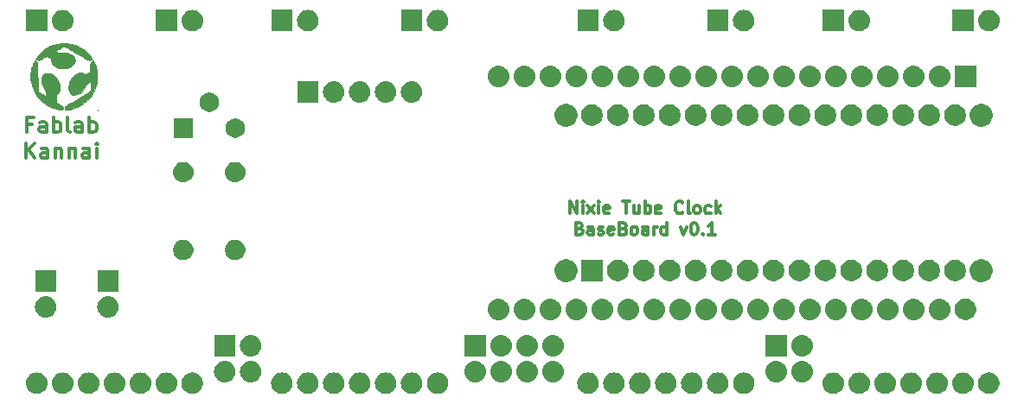
<source format=gts>
G04 #@! TF.GenerationSoftware,KiCad,Pcbnew,(5.0.2)-1*
G04 #@! TF.CreationDate,2019-01-14T22:25:42+09:00*
G04 #@! TF.ProjectId,Nixie_Module_BaseBoard,4e697869-655f-44d6-9f64-756c655f4261,rev?*
G04 #@! TF.SameCoordinates,Original*
G04 #@! TF.FileFunction,Soldermask,Top*
G04 #@! TF.FilePolarity,Negative*
%FSLAX46Y46*%
G04 Gerber Fmt 4.6, Leading zero omitted, Abs format (unit mm)*
G04 Created by KiCad (PCBNEW (5.0.2)-1) date 2019/01/14 22:25:42*
%MOMM*%
%LPD*%
G01*
G04 APERTURE LIST*
%ADD10C,0.300000*%
%ADD11C,0.010000*%
%ADD12C,0.100000*%
G04 APERTURE END LIST*
D10*
X158519142Y-111760857D02*
X158519142Y-110560857D01*
X159204857Y-111760857D01*
X159204857Y-110560857D01*
X159776285Y-111760857D02*
X159776285Y-110960857D01*
X159776285Y-110560857D02*
X159719142Y-110618000D01*
X159776285Y-110675142D01*
X159833428Y-110618000D01*
X159776285Y-110560857D01*
X159776285Y-110675142D01*
X160233428Y-111760857D02*
X160862000Y-110960857D01*
X160233428Y-110960857D02*
X160862000Y-111760857D01*
X161319142Y-111760857D02*
X161319142Y-110960857D01*
X161319142Y-110560857D02*
X161262000Y-110618000D01*
X161319142Y-110675142D01*
X161376285Y-110618000D01*
X161319142Y-110560857D01*
X161319142Y-110675142D01*
X162347714Y-111703714D02*
X162233428Y-111760857D01*
X162004857Y-111760857D01*
X161890571Y-111703714D01*
X161833428Y-111589428D01*
X161833428Y-111132285D01*
X161890571Y-111018000D01*
X162004857Y-110960857D01*
X162233428Y-110960857D01*
X162347714Y-111018000D01*
X162404857Y-111132285D01*
X162404857Y-111246571D01*
X161833428Y-111360857D01*
X163662000Y-110560857D02*
X164347714Y-110560857D01*
X164004857Y-111760857D02*
X164004857Y-110560857D01*
X165262000Y-110960857D02*
X165262000Y-111760857D01*
X164747714Y-110960857D02*
X164747714Y-111589428D01*
X164804857Y-111703714D01*
X164919142Y-111760857D01*
X165090571Y-111760857D01*
X165204857Y-111703714D01*
X165262000Y-111646571D01*
X165833428Y-111760857D02*
X165833428Y-110560857D01*
X165833428Y-111018000D02*
X165947714Y-110960857D01*
X166176285Y-110960857D01*
X166290571Y-111018000D01*
X166347714Y-111075142D01*
X166404857Y-111189428D01*
X166404857Y-111532285D01*
X166347714Y-111646571D01*
X166290571Y-111703714D01*
X166176285Y-111760857D01*
X165947714Y-111760857D01*
X165833428Y-111703714D01*
X167376285Y-111703714D02*
X167262000Y-111760857D01*
X167033428Y-111760857D01*
X166919142Y-111703714D01*
X166862000Y-111589428D01*
X166862000Y-111132285D01*
X166919142Y-111018000D01*
X167033428Y-110960857D01*
X167262000Y-110960857D01*
X167376285Y-111018000D01*
X167433428Y-111132285D01*
X167433428Y-111246571D01*
X166862000Y-111360857D01*
X169547714Y-111646571D02*
X169490571Y-111703714D01*
X169319142Y-111760857D01*
X169204857Y-111760857D01*
X169033428Y-111703714D01*
X168919142Y-111589428D01*
X168862000Y-111475142D01*
X168804857Y-111246571D01*
X168804857Y-111075142D01*
X168862000Y-110846571D01*
X168919142Y-110732285D01*
X169033428Y-110618000D01*
X169204857Y-110560857D01*
X169319142Y-110560857D01*
X169490571Y-110618000D01*
X169547714Y-110675142D01*
X170233428Y-111760857D02*
X170119142Y-111703714D01*
X170062000Y-111589428D01*
X170062000Y-110560857D01*
X170862000Y-111760857D02*
X170747714Y-111703714D01*
X170690571Y-111646571D01*
X170633428Y-111532285D01*
X170633428Y-111189428D01*
X170690571Y-111075142D01*
X170747714Y-111018000D01*
X170862000Y-110960857D01*
X171033428Y-110960857D01*
X171147714Y-111018000D01*
X171204857Y-111075142D01*
X171262000Y-111189428D01*
X171262000Y-111532285D01*
X171204857Y-111646571D01*
X171147714Y-111703714D01*
X171033428Y-111760857D01*
X170862000Y-111760857D01*
X172290571Y-111703714D02*
X172176285Y-111760857D01*
X171947714Y-111760857D01*
X171833428Y-111703714D01*
X171776285Y-111646571D01*
X171719142Y-111532285D01*
X171719142Y-111189428D01*
X171776285Y-111075142D01*
X171833428Y-111018000D01*
X171947714Y-110960857D01*
X172176285Y-110960857D01*
X172290571Y-111018000D01*
X172804857Y-111760857D02*
X172804857Y-110560857D01*
X172919142Y-111303714D02*
X173262000Y-111760857D01*
X173262000Y-110960857D02*
X172804857Y-111418000D01*
X159462000Y-113232285D02*
X159633428Y-113289428D01*
X159690571Y-113346571D01*
X159747714Y-113460857D01*
X159747714Y-113632285D01*
X159690571Y-113746571D01*
X159633428Y-113803714D01*
X159519142Y-113860857D01*
X159062000Y-113860857D01*
X159062000Y-112660857D01*
X159462000Y-112660857D01*
X159576285Y-112718000D01*
X159633428Y-112775142D01*
X159690571Y-112889428D01*
X159690571Y-113003714D01*
X159633428Y-113118000D01*
X159576285Y-113175142D01*
X159462000Y-113232285D01*
X159062000Y-113232285D01*
X160776285Y-113860857D02*
X160776285Y-113232285D01*
X160719142Y-113118000D01*
X160604857Y-113060857D01*
X160376285Y-113060857D01*
X160262000Y-113118000D01*
X160776285Y-113803714D02*
X160662000Y-113860857D01*
X160376285Y-113860857D01*
X160262000Y-113803714D01*
X160204857Y-113689428D01*
X160204857Y-113575142D01*
X160262000Y-113460857D01*
X160376285Y-113403714D01*
X160662000Y-113403714D01*
X160776285Y-113346571D01*
X161290571Y-113803714D02*
X161404857Y-113860857D01*
X161633428Y-113860857D01*
X161747714Y-113803714D01*
X161804857Y-113689428D01*
X161804857Y-113632285D01*
X161747714Y-113518000D01*
X161633428Y-113460857D01*
X161462000Y-113460857D01*
X161347714Y-113403714D01*
X161290571Y-113289428D01*
X161290571Y-113232285D01*
X161347714Y-113118000D01*
X161462000Y-113060857D01*
X161633428Y-113060857D01*
X161747714Y-113118000D01*
X162776285Y-113803714D02*
X162662000Y-113860857D01*
X162433428Y-113860857D01*
X162319142Y-113803714D01*
X162262000Y-113689428D01*
X162262000Y-113232285D01*
X162319142Y-113118000D01*
X162433428Y-113060857D01*
X162662000Y-113060857D01*
X162776285Y-113118000D01*
X162833428Y-113232285D01*
X162833428Y-113346571D01*
X162262000Y-113460857D01*
X163747714Y-113232285D02*
X163919142Y-113289428D01*
X163976285Y-113346571D01*
X164033428Y-113460857D01*
X164033428Y-113632285D01*
X163976285Y-113746571D01*
X163919142Y-113803714D01*
X163804857Y-113860857D01*
X163347714Y-113860857D01*
X163347714Y-112660857D01*
X163747714Y-112660857D01*
X163862000Y-112718000D01*
X163919142Y-112775142D01*
X163976285Y-112889428D01*
X163976285Y-113003714D01*
X163919142Y-113118000D01*
X163862000Y-113175142D01*
X163747714Y-113232285D01*
X163347714Y-113232285D01*
X164719142Y-113860857D02*
X164604857Y-113803714D01*
X164547714Y-113746571D01*
X164490571Y-113632285D01*
X164490571Y-113289428D01*
X164547714Y-113175142D01*
X164604857Y-113118000D01*
X164719142Y-113060857D01*
X164890571Y-113060857D01*
X165004857Y-113118000D01*
X165062000Y-113175142D01*
X165119142Y-113289428D01*
X165119142Y-113632285D01*
X165062000Y-113746571D01*
X165004857Y-113803714D01*
X164890571Y-113860857D01*
X164719142Y-113860857D01*
X166147714Y-113860857D02*
X166147714Y-113232285D01*
X166090571Y-113118000D01*
X165976285Y-113060857D01*
X165747714Y-113060857D01*
X165633428Y-113118000D01*
X166147714Y-113803714D02*
X166033428Y-113860857D01*
X165747714Y-113860857D01*
X165633428Y-113803714D01*
X165576285Y-113689428D01*
X165576285Y-113575142D01*
X165633428Y-113460857D01*
X165747714Y-113403714D01*
X166033428Y-113403714D01*
X166147714Y-113346571D01*
X166719142Y-113860857D02*
X166719142Y-113060857D01*
X166719142Y-113289428D02*
X166776285Y-113175142D01*
X166833428Y-113118000D01*
X166947714Y-113060857D01*
X167062000Y-113060857D01*
X167976285Y-113860857D02*
X167976285Y-112660857D01*
X167976285Y-113803714D02*
X167862000Y-113860857D01*
X167633428Y-113860857D01*
X167519142Y-113803714D01*
X167462000Y-113746571D01*
X167404857Y-113632285D01*
X167404857Y-113289428D01*
X167462000Y-113175142D01*
X167519142Y-113118000D01*
X167633428Y-113060857D01*
X167862000Y-113060857D01*
X167976285Y-113118000D01*
X169347714Y-113060857D02*
X169633428Y-113860857D01*
X169919142Y-113060857D01*
X170604857Y-112660857D02*
X170719142Y-112660857D01*
X170833428Y-112718000D01*
X170890571Y-112775142D01*
X170947714Y-112889428D01*
X171004857Y-113118000D01*
X171004857Y-113403714D01*
X170947714Y-113632285D01*
X170890571Y-113746571D01*
X170833428Y-113803714D01*
X170719142Y-113860857D01*
X170604857Y-113860857D01*
X170490571Y-113803714D01*
X170433428Y-113746571D01*
X170376285Y-113632285D01*
X170319142Y-113403714D01*
X170319142Y-113118000D01*
X170376285Y-112889428D01*
X170433428Y-112775142D01*
X170490571Y-112718000D01*
X170604857Y-112660857D01*
X171519142Y-113746571D02*
X171576285Y-113803714D01*
X171519142Y-113860857D01*
X171462000Y-113803714D01*
X171519142Y-113746571D01*
X171519142Y-113860857D01*
X172719142Y-113860857D02*
X172033428Y-113860857D01*
X172376285Y-113860857D02*
X172376285Y-112660857D01*
X172262000Y-112832285D01*
X172147714Y-112946571D01*
X172033428Y-113003714D01*
X105819142Y-103011857D02*
X105319142Y-103011857D01*
X105319142Y-103797571D02*
X105319142Y-102297571D01*
X106033428Y-102297571D01*
X107247714Y-103797571D02*
X107247714Y-103011857D01*
X107176285Y-102869000D01*
X107033428Y-102797571D01*
X106747714Y-102797571D01*
X106604857Y-102869000D01*
X107247714Y-103726142D02*
X107104857Y-103797571D01*
X106747714Y-103797571D01*
X106604857Y-103726142D01*
X106533428Y-103583285D01*
X106533428Y-103440428D01*
X106604857Y-103297571D01*
X106747714Y-103226142D01*
X107104857Y-103226142D01*
X107247714Y-103154714D01*
X107962000Y-103797571D02*
X107962000Y-102297571D01*
X107962000Y-102869000D02*
X108104857Y-102797571D01*
X108390571Y-102797571D01*
X108533428Y-102869000D01*
X108604857Y-102940428D01*
X108676285Y-103083285D01*
X108676285Y-103511857D01*
X108604857Y-103654714D01*
X108533428Y-103726142D01*
X108390571Y-103797571D01*
X108104857Y-103797571D01*
X107962000Y-103726142D01*
X109533428Y-103797571D02*
X109390571Y-103726142D01*
X109319142Y-103583285D01*
X109319142Y-102297571D01*
X110747714Y-103797571D02*
X110747714Y-103011857D01*
X110676285Y-102869000D01*
X110533428Y-102797571D01*
X110247714Y-102797571D01*
X110104857Y-102869000D01*
X110747714Y-103726142D02*
X110604857Y-103797571D01*
X110247714Y-103797571D01*
X110104857Y-103726142D01*
X110033428Y-103583285D01*
X110033428Y-103440428D01*
X110104857Y-103297571D01*
X110247714Y-103226142D01*
X110604857Y-103226142D01*
X110747714Y-103154714D01*
X111462000Y-103797571D02*
X111462000Y-102297571D01*
X111462000Y-102869000D02*
X111604857Y-102797571D01*
X111890571Y-102797571D01*
X112033428Y-102869000D01*
X112104857Y-102940428D01*
X112176285Y-103083285D01*
X112176285Y-103511857D01*
X112104857Y-103654714D01*
X112033428Y-103726142D01*
X111890571Y-103797571D01*
X111604857Y-103797571D01*
X111462000Y-103726142D01*
X105247714Y-106347571D02*
X105247714Y-104847571D01*
X106104857Y-106347571D02*
X105462000Y-105490428D01*
X106104857Y-104847571D02*
X105247714Y-105704714D01*
X107390571Y-106347571D02*
X107390571Y-105561857D01*
X107319142Y-105419000D01*
X107176285Y-105347571D01*
X106890571Y-105347571D01*
X106747714Y-105419000D01*
X107390571Y-106276142D02*
X107247714Y-106347571D01*
X106890571Y-106347571D01*
X106747714Y-106276142D01*
X106676285Y-106133285D01*
X106676285Y-105990428D01*
X106747714Y-105847571D01*
X106890571Y-105776142D01*
X107247714Y-105776142D01*
X107390571Y-105704714D01*
X108104857Y-105347571D02*
X108104857Y-106347571D01*
X108104857Y-105490428D02*
X108176285Y-105419000D01*
X108319142Y-105347571D01*
X108533428Y-105347571D01*
X108676285Y-105419000D01*
X108747714Y-105561857D01*
X108747714Y-106347571D01*
X109462000Y-105347571D02*
X109462000Y-106347571D01*
X109462000Y-105490428D02*
X109533428Y-105419000D01*
X109676285Y-105347571D01*
X109890571Y-105347571D01*
X110033428Y-105419000D01*
X110104857Y-105561857D01*
X110104857Y-106347571D01*
X111462000Y-106347571D02*
X111462000Y-105561857D01*
X111390571Y-105419000D01*
X111247714Y-105347571D01*
X110962000Y-105347571D01*
X110819142Y-105419000D01*
X111462000Y-106276142D02*
X111319142Y-106347571D01*
X110962000Y-106347571D01*
X110819142Y-106276142D01*
X110747714Y-106133285D01*
X110747714Y-105990428D01*
X110819142Y-105847571D01*
X110962000Y-105776142D01*
X111319142Y-105776142D01*
X111462000Y-105704714D01*
X112176285Y-106347571D02*
X112176285Y-105347571D01*
X112176285Y-104847571D02*
X112104857Y-104919000D01*
X112176285Y-104990428D01*
X112247714Y-104919000D01*
X112176285Y-104847571D01*
X112176285Y-104990428D01*
D11*
G04 #@! TO.C,G\002A\002A\002A*
G36*
X109202298Y-95053584D02*
X109641685Y-95111661D01*
X110049897Y-95221470D01*
X110376365Y-95358145D01*
X110699050Y-95539950D01*
X111004818Y-95757000D01*
X111280532Y-95999407D01*
X111513060Y-96257285D01*
X111617176Y-96401208D01*
X111679644Y-96498508D01*
X111710505Y-96558958D01*
X111713907Y-96598185D01*
X111693998Y-96631817D01*
X111682008Y-96645471D01*
X111609239Y-96698109D01*
X111532620Y-96727501D01*
X111505658Y-96731295D01*
X111474308Y-96729552D01*
X111434063Y-96719894D01*
X111380415Y-96699944D01*
X111308854Y-96667323D01*
X111214873Y-96619653D01*
X111093963Y-96554558D01*
X110941616Y-96469658D01*
X110753324Y-96362577D01*
X110524579Y-96230936D01*
X110250871Y-96072358D01*
X109927693Y-95884465D01*
X109864725Y-95847817D01*
X109651369Y-95724324D01*
X109454726Y-95611840D01*
X109281720Y-95514218D01*
X109139271Y-95435315D01*
X109034303Y-95378985D01*
X108973738Y-95349085D01*
X108962338Y-95345250D01*
X108921215Y-95360656D01*
X108838880Y-95401943D01*
X108728202Y-95461711D01*
X108602048Y-95532563D01*
X108473288Y-95607098D01*
X108354791Y-95677919D01*
X108259424Y-95737626D01*
X108200057Y-95778821D01*
X108187518Y-95790730D01*
X108199050Y-95825119D01*
X108252496Y-95872295D01*
X108330655Y-95921855D01*
X108416328Y-95963393D01*
X108492317Y-95986503D01*
X108514114Y-95988307D01*
X108583902Y-95987184D01*
X108697576Y-95985116D01*
X108835532Y-95982465D01*
X108902500Y-95981134D01*
X109186046Y-95995815D01*
X109437474Y-96049656D01*
X109651959Y-96139386D01*
X109824674Y-96261735D01*
X109950792Y-96413433D01*
X110025487Y-96591211D01*
X110044977Y-96755181D01*
X110013960Y-96943655D01*
X109923951Y-97113844D01*
X109777613Y-97262669D01*
X109577605Y-97387054D01*
X109451213Y-97441840D01*
X109266605Y-97492150D01*
X109048962Y-97520726D01*
X108823934Y-97526324D01*
X108617170Y-97507698D01*
X108521500Y-97486951D01*
X108245091Y-97390169D01*
X108027943Y-97271070D01*
X107869767Y-97129380D01*
X107770271Y-96964824D01*
X107729166Y-96777129D01*
X107727927Y-96736909D01*
X107720630Y-96652704D01*
X107708309Y-96601531D01*
X107665949Y-96552441D01*
X107582366Y-96492628D01*
X107476218Y-96431864D01*
X107366160Y-96379920D01*
X107270848Y-96346569D01*
X107210936Y-96341011D01*
X107156189Y-96364857D01*
X107062427Y-96415567D01*
X106943757Y-96485210D01*
X106838750Y-96550252D01*
X106711317Y-96627579D01*
X106598000Y-96689988D01*
X106512489Y-96730318D01*
X106472425Y-96741894D01*
X106408233Y-96722370D01*
X106327709Y-96673277D01*
X106304588Y-96654937D01*
X106201450Y-96567625D01*
X106318553Y-96395020D01*
X106519199Y-96140159D01*
X106766587Y-95891525D01*
X107044440Y-95663143D01*
X107336482Y-95469042D01*
X107489625Y-95385776D01*
X107892512Y-95219243D01*
X108318437Y-95107970D01*
X108758124Y-95052552D01*
X109202298Y-95053584D01*
X109202298Y-95053584D01*
G37*
X109202298Y-95053584D02*
X109641685Y-95111661D01*
X110049897Y-95221470D01*
X110376365Y-95358145D01*
X110699050Y-95539950D01*
X111004818Y-95757000D01*
X111280532Y-95999407D01*
X111513060Y-96257285D01*
X111617176Y-96401208D01*
X111679644Y-96498508D01*
X111710505Y-96558958D01*
X111713907Y-96598185D01*
X111693998Y-96631817D01*
X111682008Y-96645471D01*
X111609239Y-96698109D01*
X111532620Y-96727501D01*
X111505658Y-96731295D01*
X111474308Y-96729552D01*
X111434063Y-96719894D01*
X111380415Y-96699944D01*
X111308854Y-96667323D01*
X111214873Y-96619653D01*
X111093963Y-96554558D01*
X110941616Y-96469658D01*
X110753324Y-96362577D01*
X110524579Y-96230936D01*
X110250871Y-96072358D01*
X109927693Y-95884465D01*
X109864725Y-95847817D01*
X109651369Y-95724324D01*
X109454726Y-95611840D01*
X109281720Y-95514218D01*
X109139271Y-95435315D01*
X109034303Y-95378985D01*
X108973738Y-95349085D01*
X108962338Y-95345250D01*
X108921215Y-95360656D01*
X108838880Y-95401943D01*
X108728202Y-95461711D01*
X108602048Y-95532563D01*
X108473288Y-95607098D01*
X108354791Y-95677919D01*
X108259424Y-95737626D01*
X108200057Y-95778821D01*
X108187518Y-95790730D01*
X108199050Y-95825119D01*
X108252496Y-95872295D01*
X108330655Y-95921855D01*
X108416328Y-95963393D01*
X108492317Y-95986503D01*
X108514114Y-95988307D01*
X108583902Y-95987184D01*
X108697576Y-95985116D01*
X108835532Y-95982465D01*
X108902500Y-95981134D01*
X109186046Y-95995815D01*
X109437474Y-96049656D01*
X109651959Y-96139386D01*
X109824674Y-96261735D01*
X109950792Y-96413433D01*
X110025487Y-96591211D01*
X110044977Y-96755181D01*
X110013960Y-96943655D01*
X109923951Y-97113844D01*
X109777613Y-97262669D01*
X109577605Y-97387054D01*
X109451213Y-97441840D01*
X109266605Y-97492150D01*
X109048962Y-97520726D01*
X108823934Y-97526324D01*
X108617170Y-97507698D01*
X108521500Y-97486951D01*
X108245091Y-97390169D01*
X108027943Y-97271070D01*
X107869767Y-97129380D01*
X107770271Y-96964824D01*
X107729166Y-96777129D01*
X107727927Y-96736909D01*
X107720630Y-96652704D01*
X107708309Y-96601531D01*
X107665949Y-96552441D01*
X107582366Y-96492628D01*
X107476218Y-96431864D01*
X107366160Y-96379920D01*
X107270848Y-96346569D01*
X107210936Y-96341011D01*
X107156189Y-96364857D01*
X107062427Y-96415567D01*
X106943757Y-96485210D01*
X106838750Y-96550252D01*
X106711317Y-96627579D01*
X106598000Y-96689988D01*
X106512489Y-96730318D01*
X106472425Y-96741894D01*
X106408233Y-96722370D01*
X106327709Y-96673277D01*
X106304588Y-96654937D01*
X106201450Y-96567625D01*
X106318553Y-96395020D01*
X106519199Y-96140159D01*
X106766587Y-95891525D01*
X107044440Y-95663143D01*
X107336482Y-95469042D01*
X107489625Y-95385776D01*
X107892512Y-95219243D01*
X108318437Y-95107970D01*
X108758124Y-95052552D01*
X109202298Y-95053584D01*
G36*
X111853395Y-96802506D02*
X111902959Y-96880286D01*
X111960333Y-96995729D01*
X112020401Y-97137223D01*
X112078048Y-97293159D01*
X112128161Y-97451924D01*
X112148214Y-97526432D01*
X112176327Y-97648976D01*
X112195967Y-97766300D01*
X112208495Y-97894130D01*
X112215270Y-98048191D01*
X112217653Y-98244206D01*
X112217695Y-98329750D01*
X112216503Y-98532124D01*
X112212577Y-98686060D01*
X112204307Y-98806608D01*
X112190081Y-98908817D01*
X112168290Y-99007740D01*
X112137322Y-99118427D01*
X112131066Y-99139375D01*
X112030471Y-99423189D01*
X111898734Y-99718257D01*
X111746543Y-100003791D01*
X111584588Y-100259002D01*
X111490890Y-100384320D01*
X111224377Y-100671668D01*
X110914869Y-100929387D01*
X110573337Y-101151476D01*
X110210750Y-101331933D01*
X109838080Y-101464757D01*
X109466296Y-101543946D01*
X109347000Y-101557173D01*
X109214339Y-101562870D01*
X109133237Y-101552063D01*
X109100937Y-101533301D01*
X109074708Y-101475857D01*
X109061593Y-101388008D01*
X109061250Y-101371850D01*
X109060367Y-101340608D01*
X109060750Y-101313904D01*
X109066942Y-101288641D01*
X109083487Y-101261722D01*
X109114930Y-101230052D01*
X109165813Y-101190533D01*
X109240682Y-101140068D01*
X109344080Y-101075561D01*
X109480552Y-100993915D01*
X109654641Y-100892034D01*
X109870891Y-100766821D01*
X110133847Y-100615179D01*
X110378875Y-100473920D01*
X110619533Y-100334271D01*
X110844346Y-100202206D01*
X111046997Y-100081555D01*
X111221170Y-99976148D01*
X111360548Y-99889816D01*
X111458817Y-99826390D01*
X111509659Y-99789701D01*
X111513937Y-99785499D01*
X111537143Y-99748860D01*
X111553005Y-99696012D01*
X111562818Y-99615558D01*
X111567877Y-99496097D01*
X111569478Y-99326233D01*
X111569500Y-99296481D01*
X111567147Y-99122362D01*
X111560532Y-98984351D01*
X111550320Y-98891602D01*
X111537357Y-98853382D01*
X111496743Y-98859783D01*
X111420771Y-98895530D01*
X111325677Y-98952948D01*
X111323044Y-98954695D01*
X111233391Y-99018519D01*
X111166502Y-99080782D01*
X111109248Y-99158036D01*
X111048497Y-99266833D01*
X111002903Y-99358233D01*
X110846301Y-99627114D01*
X110668370Y-99836722D01*
X110469436Y-99986811D01*
X110249828Y-100077133D01*
X110010507Y-100107439D01*
X109826582Y-100089276D01*
X109681563Y-100029727D01*
X109561189Y-99922128D01*
X109530374Y-99883042D01*
X109458175Y-99737691D01*
X109420306Y-99552699D01*
X109415713Y-99341156D01*
X109443342Y-99116149D01*
X109502138Y-98890768D01*
X109591049Y-98678099D01*
X109633563Y-98601590D01*
X109785861Y-98388677D01*
X109959840Y-98214164D01*
X110147875Y-98081595D01*
X110342343Y-97994515D01*
X110535618Y-97956467D01*
X110720077Y-97970996D01*
X110866303Y-98028507D01*
X110964767Y-98080618D01*
X111039001Y-98101422D01*
X111112856Y-98090906D01*
X111210184Y-98049056D01*
X111251656Y-98028299D01*
X111360599Y-97970576D01*
X111437665Y-97917678D01*
X111488365Y-97857373D01*
X111518211Y-97777426D01*
X111532711Y-97665607D01*
X111537378Y-97509682D01*
X111537750Y-97393206D01*
X111540611Y-97188803D01*
X111549392Y-97044230D01*
X111564381Y-96956070D01*
X111577437Y-96927588D01*
X111643593Y-96864499D01*
X111725865Y-96808679D01*
X111798611Y-96776584D01*
X111816755Y-96774000D01*
X111853395Y-96802506D01*
X111853395Y-96802506D01*
G37*
X111853395Y-96802506D02*
X111902959Y-96880286D01*
X111960333Y-96995729D01*
X112020401Y-97137223D01*
X112078048Y-97293159D01*
X112128161Y-97451924D01*
X112148214Y-97526432D01*
X112176327Y-97648976D01*
X112195967Y-97766300D01*
X112208495Y-97894130D01*
X112215270Y-98048191D01*
X112217653Y-98244206D01*
X112217695Y-98329750D01*
X112216503Y-98532124D01*
X112212577Y-98686060D01*
X112204307Y-98806608D01*
X112190081Y-98908817D01*
X112168290Y-99007740D01*
X112137322Y-99118427D01*
X112131066Y-99139375D01*
X112030471Y-99423189D01*
X111898734Y-99718257D01*
X111746543Y-100003791D01*
X111584588Y-100259002D01*
X111490890Y-100384320D01*
X111224377Y-100671668D01*
X110914869Y-100929387D01*
X110573337Y-101151476D01*
X110210750Y-101331933D01*
X109838080Y-101464757D01*
X109466296Y-101543946D01*
X109347000Y-101557173D01*
X109214339Y-101562870D01*
X109133237Y-101552063D01*
X109100937Y-101533301D01*
X109074708Y-101475857D01*
X109061593Y-101388008D01*
X109061250Y-101371850D01*
X109060367Y-101340608D01*
X109060750Y-101313904D01*
X109066942Y-101288641D01*
X109083487Y-101261722D01*
X109114930Y-101230052D01*
X109165813Y-101190533D01*
X109240682Y-101140068D01*
X109344080Y-101075561D01*
X109480552Y-100993915D01*
X109654641Y-100892034D01*
X109870891Y-100766821D01*
X110133847Y-100615179D01*
X110378875Y-100473920D01*
X110619533Y-100334271D01*
X110844346Y-100202206D01*
X111046997Y-100081555D01*
X111221170Y-99976148D01*
X111360548Y-99889816D01*
X111458817Y-99826390D01*
X111509659Y-99789701D01*
X111513937Y-99785499D01*
X111537143Y-99748860D01*
X111553005Y-99696012D01*
X111562818Y-99615558D01*
X111567877Y-99496097D01*
X111569478Y-99326233D01*
X111569500Y-99296481D01*
X111567147Y-99122362D01*
X111560532Y-98984351D01*
X111550320Y-98891602D01*
X111537357Y-98853382D01*
X111496743Y-98859783D01*
X111420771Y-98895530D01*
X111325677Y-98952948D01*
X111323044Y-98954695D01*
X111233391Y-99018519D01*
X111166502Y-99080782D01*
X111109248Y-99158036D01*
X111048497Y-99266833D01*
X111002903Y-99358233D01*
X110846301Y-99627114D01*
X110668370Y-99836722D01*
X110469436Y-99986811D01*
X110249828Y-100077133D01*
X110010507Y-100107439D01*
X109826582Y-100089276D01*
X109681563Y-100029727D01*
X109561189Y-99922128D01*
X109530374Y-99883042D01*
X109458175Y-99737691D01*
X109420306Y-99552699D01*
X109415713Y-99341156D01*
X109443342Y-99116149D01*
X109502138Y-98890768D01*
X109591049Y-98678099D01*
X109633563Y-98601590D01*
X109785861Y-98388677D01*
X109959840Y-98214164D01*
X110147875Y-98081595D01*
X110342343Y-97994515D01*
X110535618Y-97956467D01*
X110720077Y-97970996D01*
X110866303Y-98028507D01*
X110964767Y-98080618D01*
X111039001Y-98101422D01*
X111112856Y-98090906D01*
X111210184Y-98049056D01*
X111251656Y-98028299D01*
X111360599Y-97970576D01*
X111437665Y-97917678D01*
X111488365Y-97857373D01*
X111518211Y-97777426D01*
X111532711Y-97665607D01*
X111537378Y-97509682D01*
X111537750Y-97393206D01*
X111540611Y-97188803D01*
X111549392Y-97044230D01*
X111564381Y-96956070D01*
X111577437Y-96927588D01*
X111643593Y-96864499D01*
X111725865Y-96808679D01*
X111798611Y-96776584D01*
X111816755Y-96774000D01*
X111853395Y-96802506D01*
G36*
X106182141Y-96785805D02*
X106257331Y-96848659D01*
X106378375Y-96959555D01*
X106410125Y-99806125D01*
X106759375Y-100004325D01*
X106895627Y-100079769D01*
X107014391Y-100142034D01*
X107103570Y-100185022D01*
X107151068Y-100202631D01*
X107152849Y-100202763D01*
X107174633Y-100190945D01*
X107185282Y-100147784D01*
X107185963Y-100062163D01*
X107179582Y-99947804D01*
X107166419Y-99807040D01*
X107144110Y-99701750D01*
X107103909Y-99603910D01*
X107037072Y-99485495D01*
X107033454Y-99479491D01*
X106891250Y-99204117D01*
X106807789Y-98944298D01*
X106781846Y-98694701D01*
X106804871Y-98482876D01*
X106872632Y-98286494D01*
X106981136Y-98135436D01*
X107124077Y-98032380D01*
X107295151Y-97980003D01*
X107488053Y-97980982D01*
X107696477Y-98037995D01*
X107772528Y-98071979D01*
X107993254Y-98214926D01*
X108191389Y-98413241D01*
X108361594Y-98661185D01*
X108416674Y-98764860D01*
X108472573Y-98882906D01*
X108508588Y-98978414D01*
X108529874Y-99073540D01*
X108541589Y-99190439D01*
X108548098Y-99329519D01*
X108547975Y-99533921D01*
X108527023Y-99691041D01*
X108480223Y-99815098D01*
X108402551Y-99920311D01*
X108309688Y-100004599D01*
X108189992Y-100100622D01*
X108177979Y-100429623D01*
X108175152Y-100604567D01*
X108186285Y-100730779D01*
X108218443Y-100822654D01*
X108278688Y-100894585D01*
X108374083Y-100960965D01*
X108463026Y-101010487D01*
X108628770Y-101105032D01*
X108742673Y-101185949D01*
X108812911Y-101260341D01*
X108847664Y-101335314D01*
X108850299Y-101346933D01*
X108856650Y-101459426D01*
X108818469Y-101529392D01*
X108731182Y-101561962D01*
X108655320Y-101565725D01*
X108540850Y-101557222D01*
X108400561Y-101537869D01*
X108299250Y-101518919D01*
X107862417Y-101393870D01*
X107454489Y-101214523D01*
X107079232Y-100984895D01*
X106740414Y-100709001D01*
X106441801Y-100390856D01*
X106187160Y-100034476D01*
X105980259Y-99643877D01*
X105824864Y-99223074D01*
X105724742Y-98776082D01*
X105724458Y-98774250D01*
X105705661Y-98574272D01*
X105702040Y-98335407D01*
X105712427Y-98080131D01*
X105735656Y-97830917D01*
X105770559Y-97610239D01*
X105789159Y-97528578D01*
X105833056Y-97376114D01*
X105887083Y-97215871D01*
X105945680Y-97061664D01*
X106003291Y-96927310D01*
X106054357Y-96826627D01*
X106092697Y-96773939D01*
X106130171Y-96761484D01*
X106182141Y-96785805D01*
X106182141Y-96785805D01*
G37*
X106182141Y-96785805D02*
X106257331Y-96848659D01*
X106378375Y-96959555D01*
X106410125Y-99806125D01*
X106759375Y-100004325D01*
X106895627Y-100079769D01*
X107014391Y-100142034D01*
X107103570Y-100185022D01*
X107151068Y-100202631D01*
X107152849Y-100202763D01*
X107174633Y-100190945D01*
X107185282Y-100147784D01*
X107185963Y-100062163D01*
X107179582Y-99947804D01*
X107166419Y-99807040D01*
X107144110Y-99701750D01*
X107103909Y-99603910D01*
X107037072Y-99485495D01*
X107033454Y-99479491D01*
X106891250Y-99204117D01*
X106807789Y-98944298D01*
X106781846Y-98694701D01*
X106804871Y-98482876D01*
X106872632Y-98286494D01*
X106981136Y-98135436D01*
X107124077Y-98032380D01*
X107295151Y-97980003D01*
X107488053Y-97980982D01*
X107696477Y-98037995D01*
X107772528Y-98071979D01*
X107993254Y-98214926D01*
X108191389Y-98413241D01*
X108361594Y-98661185D01*
X108416674Y-98764860D01*
X108472573Y-98882906D01*
X108508588Y-98978414D01*
X108529874Y-99073540D01*
X108541589Y-99190439D01*
X108548098Y-99329519D01*
X108547975Y-99533921D01*
X108527023Y-99691041D01*
X108480223Y-99815098D01*
X108402551Y-99920311D01*
X108309688Y-100004599D01*
X108189992Y-100100622D01*
X108177979Y-100429623D01*
X108175152Y-100604567D01*
X108186285Y-100730779D01*
X108218443Y-100822654D01*
X108278688Y-100894585D01*
X108374083Y-100960965D01*
X108463026Y-101010487D01*
X108628770Y-101105032D01*
X108742673Y-101185949D01*
X108812911Y-101260341D01*
X108847664Y-101335314D01*
X108850299Y-101346933D01*
X108856650Y-101459426D01*
X108818469Y-101529392D01*
X108731182Y-101561962D01*
X108655320Y-101565725D01*
X108540850Y-101557222D01*
X108400561Y-101537869D01*
X108299250Y-101518919D01*
X107862417Y-101393870D01*
X107454489Y-101214523D01*
X107079232Y-100984895D01*
X106740414Y-100709001D01*
X106441801Y-100390856D01*
X106187160Y-100034476D01*
X105980259Y-99643877D01*
X105824864Y-99223074D01*
X105724742Y-98776082D01*
X105724458Y-98774250D01*
X105705661Y-98574272D01*
X105702040Y-98335407D01*
X105712427Y-98080131D01*
X105735656Y-97830917D01*
X105770559Y-97610239D01*
X105789159Y-97528578D01*
X105833056Y-97376114D01*
X105887083Y-97215871D01*
X105945680Y-97061664D01*
X106003291Y-96927310D01*
X106054357Y-96826627D01*
X106092697Y-96773939D01*
X106130171Y-96761484D01*
X106182141Y-96785805D01*
G36*
X112299750Y-101615875D02*
X112283875Y-101631750D01*
X112268000Y-101615875D01*
X112283875Y-101600000D01*
X112299750Y-101615875D01*
X112299750Y-101615875D01*
G37*
X112299750Y-101615875D02*
X112283875Y-101631750D01*
X112268000Y-101615875D01*
X112283875Y-101600000D01*
X112299750Y-101615875D01*
D12*
G36*
X199642888Y-127351470D02*
X199823274Y-127387350D01*
X200014362Y-127466502D01*
X200186336Y-127581411D01*
X200332589Y-127727664D01*
X200447498Y-127899638D01*
X200526650Y-128090726D01*
X200567000Y-128293584D01*
X200567000Y-128500416D01*
X200526650Y-128703274D01*
X200447498Y-128894362D01*
X200332589Y-129066336D01*
X200186336Y-129212589D01*
X200014362Y-129327498D01*
X199823274Y-129406650D01*
X199642888Y-129442530D01*
X199620417Y-129447000D01*
X199413583Y-129447000D01*
X199391112Y-129442530D01*
X199210726Y-129406650D01*
X199019638Y-129327498D01*
X198847664Y-129212589D01*
X198701411Y-129066336D01*
X198586502Y-128894362D01*
X198507350Y-128703274D01*
X198467000Y-128500416D01*
X198467000Y-128293584D01*
X198507350Y-128090726D01*
X198586502Y-127899638D01*
X198701411Y-127727664D01*
X198847664Y-127581411D01*
X199019638Y-127466502D01*
X199210726Y-127387350D01*
X199391112Y-127351470D01*
X199413583Y-127347000D01*
X199620417Y-127347000D01*
X199642888Y-127351470D01*
X199642888Y-127351470D01*
G37*
G36*
X108967707Y-127354597D02*
X109044836Y-127362193D01*
X109176787Y-127402220D01*
X109242763Y-127422233D01*
X109425172Y-127519733D01*
X109585054Y-127650946D01*
X109716267Y-127810828D01*
X109813767Y-127993237D01*
X109813767Y-127993238D01*
X109873807Y-128191164D01*
X109894080Y-128397000D01*
X109873807Y-128602836D01*
X109833780Y-128734787D01*
X109813767Y-128800763D01*
X109716267Y-128983172D01*
X109585054Y-129143054D01*
X109425172Y-129274267D01*
X109242763Y-129371767D01*
X109176787Y-129391780D01*
X109044836Y-129431807D01*
X108967707Y-129439403D01*
X108890580Y-129447000D01*
X108787420Y-129447000D01*
X108710293Y-129439403D01*
X108633164Y-129431807D01*
X108501213Y-129391780D01*
X108435237Y-129371767D01*
X108252828Y-129274267D01*
X108092946Y-129143054D01*
X107961733Y-128983172D01*
X107864233Y-128800763D01*
X107844220Y-128734787D01*
X107804193Y-128602836D01*
X107783920Y-128397000D01*
X107804193Y-128191164D01*
X107864233Y-127993238D01*
X107864233Y-127993237D01*
X107961733Y-127810828D01*
X108092946Y-127650946D01*
X108252828Y-127519733D01*
X108435237Y-127422233D01*
X108501213Y-127402220D01*
X108633164Y-127362193D01*
X108710293Y-127354597D01*
X108787420Y-127347000D01*
X108890580Y-127347000D01*
X108967707Y-127354597D01*
X108967707Y-127354597D01*
G37*
G36*
X189485707Y-127354597D02*
X189562836Y-127362193D01*
X189694787Y-127402220D01*
X189760763Y-127422233D01*
X189943172Y-127519733D01*
X190103054Y-127650946D01*
X190234267Y-127810828D01*
X190331767Y-127993237D01*
X190331767Y-127993238D01*
X190391807Y-128191164D01*
X190412080Y-128397000D01*
X190391807Y-128602836D01*
X190351780Y-128734787D01*
X190331767Y-128800763D01*
X190234267Y-128983172D01*
X190103054Y-129143054D01*
X189943172Y-129274267D01*
X189760763Y-129371767D01*
X189694787Y-129391780D01*
X189562836Y-129431807D01*
X189485707Y-129439403D01*
X189408580Y-129447000D01*
X189305420Y-129447000D01*
X189228293Y-129439403D01*
X189151164Y-129431807D01*
X189019213Y-129391780D01*
X188953237Y-129371767D01*
X188770828Y-129274267D01*
X188610946Y-129143054D01*
X188479733Y-128983172D01*
X188382233Y-128800763D01*
X188362220Y-128734787D01*
X188322193Y-128602836D01*
X188301920Y-128397000D01*
X188322193Y-128191164D01*
X188382233Y-127993238D01*
X188382233Y-127993237D01*
X188479733Y-127810828D01*
X188610946Y-127650946D01*
X188770828Y-127519733D01*
X188953237Y-127422233D01*
X189019213Y-127402220D01*
X189151164Y-127362193D01*
X189228293Y-127354597D01*
X189305420Y-127347000D01*
X189408580Y-127347000D01*
X189485707Y-127354597D01*
X189485707Y-127354597D01*
G37*
G36*
X145667888Y-127351470D02*
X145848274Y-127387350D01*
X146039362Y-127466502D01*
X146211336Y-127581411D01*
X146357589Y-127727664D01*
X146472498Y-127899638D01*
X146551650Y-128090726D01*
X146592000Y-128293584D01*
X146592000Y-128500416D01*
X146551650Y-128703274D01*
X146472498Y-128894362D01*
X146357589Y-129066336D01*
X146211336Y-129212589D01*
X146039362Y-129327498D01*
X145848274Y-129406650D01*
X145667888Y-129442530D01*
X145645417Y-129447000D01*
X145438583Y-129447000D01*
X145416112Y-129442530D01*
X145235726Y-129406650D01*
X145044638Y-129327498D01*
X144872664Y-129212589D01*
X144726411Y-129066336D01*
X144611502Y-128894362D01*
X144532350Y-128703274D01*
X144492000Y-128500416D01*
X144492000Y-128293584D01*
X144532350Y-128090726D01*
X144611502Y-127899638D01*
X144726411Y-127727664D01*
X144872664Y-127581411D01*
X145044638Y-127466502D01*
X145235726Y-127387350D01*
X145416112Y-127351470D01*
X145438583Y-127347000D01*
X145645417Y-127347000D01*
X145667888Y-127351470D01*
X145667888Y-127351470D01*
G37*
G36*
X132970707Y-127354597D02*
X133047836Y-127362193D01*
X133179787Y-127402220D01*
X133245763Y-127422233D01*
X133428172Y-127519733D01*
X133588054Y-127650946D01*
X133719267Y-127810828D01*
X133816767Y-127993237D01*
X133816767Y-127993238D01*
X133876807Y-128191164D01*
X133897080Y-128397000D01*
X133876807Y-128602836D01*
X133836780Y-128734787D01*
X133816767Y-128800763D01*
X133719267Y-128983172D01*
X133588054Y-129143054D01*
X133428172Y-129274267D01*
X133245763Y-129371767D01*
X133179787Y-129391780D01*
X133047836Y-129431807D01*
X132970707Y-129439403D01*
X132893580Y-129447000D01*
X132790420Y-129447000D01*
X132713293Y-129439403D01*
X132636164Y-129431807D01*
X132504213Y-129391780D01*
X132438237Y-129371767D01*
X132255828Y-129274267D01*
X132095946Y-129143054D01*
X131964733Y-128983172D01*
X131867233Y-128800763D01*
X131847220Y-128734787D01*
X131807193Y-128602836D01*
X131786920Y-128397000D01*
X131807193Y-128191164D01*
X131867233Y-127993238D01*
X131867233Y-127993237D01*
X131964733Y-127810828D01*
X132095946Y-127650946D01*
X132255828Y-127519733D01*
X132438237Y-127422233D01*
X132504213Y-127402220D01*
X132636164Y-127362193D01*
X132713293Y-127354597D01*
X132790420Y-127347000D01*
X132893580Y-127347000D01*
X132970707Y-127354597D01*
X132970707Y-127354597D01*
G37*
G36*
X140590707Y-127354597D02*
X140667836Y-127362193D01*
X140799787Y-127402220D01*
X140865763Y-127422233D01*
X141048172Y-127519733D01*
X141208054Y-127650946D01*
X141339267Y-127810828D01*
X141436767Y-127993237D01*
X141436767Y-127993238D01*
X141496807Y-128191164D01*
X141517080Y-128397000D01*
X141496807Y-128602836D01*
X141456780Y-128734787D01*
X141436767Y-128800763D01*
X141339267Y-128983172D01*
X141208054Y-129143054D01*
X141048172Y-129274267D01*
X140865763Y-129371767D01*
X140799787Y-129391780D01*
X140667836Y-129431807D01*
X140590707Y-129439403D01*
X140513580Y-129447000D01*
X140410420Y-129447000D01*
X140333293Y-129439403D01*
X140256164Y-129431807D01*
X140124213Y-129391780D01*
X140058237Y-129371767D01*
X139875828Y-129274267D01*
X139715946Y-129143054D01*
X139584733Y-128983172D01*
X139487233Y-128800763D01*
X139467220Y-128734787D01*
X139427193Y-128602836D01*
X139406920Y-128397000D01*
X139427193Y-128191164D01*
X139487233Y-127993238D01*
X139487233Y-127993237D01*
X139584733Y-127810828D01*
X139715946Y-127650946D01*
X139875828Y-127519733D01*
X140058237Y-127422233D01*
X140124213Y-127402220D01*
X140256164Y-127362193D01*
X140333293Y-127354597D01*
X140410420Y-127347000D01*
X140513580Y-127347000D01*
X140590707Y-127354597D01*
X140590707Y-127354597D01*
G37*
G36*
X138050707Y-127354597D02*
X138127836Y-127362193D01*
X138259787Y-127402220D01*
X138325763Y-127422233D01*
X138508172Y-127519733D01*
X138668054Y-127650946D01*
X138799267Y-127810828D01*
X138896767Y-127993237D01*
X138896767Y-127993238D01*
X138956807Y-128191164D01*
X138977080Y-128397000D01*
X138956807Y-128602836D01*
X138916780Y-128734787D01*
X138896767Y-128800763D01*
X138799267Y-128983172D01*
X138668054Y-129143054D01*
X138508172Y-129274267D01*
X138325763Y-129371767D01*
X138259787Y-129391780D01*
X138127836Y-129431807D01*
X138050707Y-129439403D01*
X137973580Y-129447000D01*
X137870420Y-129447000D01*
X137793293Y-129439403D01*
X137716164Y-129431807D01*
X137584213Y-129391780D01*
X137518237Y-129371767D01*
X137335828Y-129274267D01*
X137175946Y-129143054D01*
X137044733Y-128983172D01*
X136947233Y-128800763D01*
X136927220Y-128734787D01*
X136887193Y-128602836D01*
X136866920Y-128397000D01*
X136887193Y-128191164D01*
X136947233Y-127993238D01*
X136947233Y-127993237D01*
X137044733Y-127810828D01*
X137175946Y-127650946D01*
X137335828Y-127519733D01*
X137518237Y-127422233D01*
X137584213Y-127402220D01*
X137716164Y-127362193D01*
X137793293Y-127354597D01*
X137870420Y-127347000D01*
X137973580Y-127347000D01*
X138050707Y-127354597D01*
X138050707Y-127354597D01*
G37*
G36*
X130430707Y-127354597D02*
X130507836Y-127362193D01*
X130639787Y-127402220D01*
X130705763Y-127422233D01*
X130888172Y-127519733D01*
X131048054Y-127650946D01*
X131179267Y-127810828D01*
X131276767Y-127993237D01*
X131276767Y-127993238D01*
X131336807Y-128191164D01*
X131357080Y-128397000D01*
X131336807Y-128602836D01*
X131296780Y-128734787D01*
X131276767Y-128800763D01*
X131179267Y-128983172D01*
X131048054Y-129143054D01*
X130888172Y-129274267D01*
X130705763Y-129371767D01*
X130639787Y-129391780D01*
X130507836Y-129431807D01*
X130430707Y-129439403D01*
X130353580Y-129447000D01*
X130250420Y-129447000D01*
X130173293Y-129439403D01*
X130096164Y-129431807D01*
X129964213Y-129391780D01*
X129898237Y-129371767D01*
X129715828Y-129274267D01*
X129555946Y-129143054D01*
X129424733Y-128983172D01*
X129327233Y-128800763D01*
X129307220Y-128734787D01*
X129267193Y-128602836D01*
X129246920Y-128397000D01*
X129267193Y-128191164D01*
X129327233Y-127993238D01*
X129327233Y-127993237D01*
X129424733Y-127810828D01*
X129555946Y-127650946D01*
X129715828Y-127519733D01*
X129898237Y-127422233D01*
X129964213Y-127402220D01*
X130096164Y-127362193D01*
X130173293Y-127354597D01*
X130250420Y-127347000D01*
X130353580Y-127347000D01*
X130430707Y-127354597D01*
X130430707Y-127354597D01*
G37*
G36*
X135510707Y-127354597D02*
X135587836Y-127362193D01*
X135719787Y-127402220D01*
X135785763Y-127422233D01*
X135968172Y-127519733D01*
X136128054Y-127650946D01*
X136259267Y-127810828D01*
X136356767Y-127993237D01*
X136356767Y-127993238D01*
X136416807Y-128191164D01*
X136437080Y-128397000D01*
X136416807Y-128602836D01*
X136376780Y-128734787D01*
X136356767Y-128800763D01*
X136259267Y-128983172D01*
X136128054Y-129143054D01*
X135968172Y-129274267D01*
X135785763Y-129371767D01*
X135719787Y-129391780D01*
X135587836Y-129431807D01*
X135510707Y-129439403D01*
X135433580Y-129447000D01*
X135330420Y-129447000D01*
X135253293Y-129439403D01*
X135176164Y-129431807D01*
X135044213Y-129391780D01*
X134978237Y-129371767D01*
X134795828Y-129274267D01*
X134635946Y-129143054D01*
X134504733Y-128983172D01*
X134407233Y-128800763D01*
X134387220Y-128734787D01*
X134347193Y-128602836D01*
X134326920Y-128397000D01*
X134347193Y-128191164D01*
X134407233Y-127993238D01*
X134407233Y-127993237D01*
X134504733Y-127810828D01*
X134635946Y-127650946D01*
X134795828Y-127519733D01*
X134978237Y-127422233D01*
X135044213Y-127402220D01*
X135176164Y-127362193D01*
X135253293Y-127354597D01*
X135330420Y-127347000D01*
X135433580Y-127347000D01*
X135510707Y-127354597D01*
X135510707Y-127354597D01*
G37*
G36*
X143130707Y-127354597D02*
X143207836Y-127362193D01*
X143339787Y-127402220D01*
X143405763Y-127422233D01*
X143588172Y-127519733D01*
X143748054Y-127650946D01*
X143879267Y-127810828D01*
X143976767Y-127993237D01*
X143976767Y-127993238D01*
X144036807Y-128191164D01*
X144057080Y-128397000D01*
X144036807Y-128602836D01*
X143996780Y-128734787D01*
X143976767Y-128800763D01*
X143879267Y-128983172D01*
X143748054Y-129143054D01*
X143588172Y-129274267D01*
X143405763Y-129371767D01*
X143339787Y-129391780D01*
X143207836Y-129431807D01*
X143130707Y-129439403D01*
X143053580Y-129447000D01*
X142950420Y-129447000D01*
X142873293Y-129439403D01*
X142796164Y-129431807D01*
X142664213Y-129391780D01*
X142598237Y-129371767D01*
X142415828Y-129274267D01*
X142255946Y-129143054D01*
X142124733Y-128983172D01*
X142027233Y-128800763D01*
X142007220Y-128734787D01*
X141967193Y-128602836D01*
X141946920Y-128397000D01*
X141967193Y-128191164D01*
X142027233Y-127993238D01*
X142027233Y-127993237D01*
X142124733Y-127810828D01*
X142255946Y-127650946D01*
X142415828Y-127519733D01*
X142598237Y-127422233D01*
X142664213Y-127402220D01*
X142796164Y-127362193D01*
X142873293Y-127354597D01*
X142950420Y-127347000D01*
X143053580Y-127347000D01*
X143130707Y-127354597D01*
X143130707Y-127354597D01*
G37*
G36*
X184405707Y-127354597D02*
X184482836Y-127362193D01*
X184614787Y-127402220D01*
X184680763Y-127422233D01*
X184863172Y-127519733D01*
X185023054Y-127650946D01*
X185154267Y-127810828D01*
X185251767Y-127993237D01*
X185251767Y-127993238D01*
X185311807Y-128191164D01*
X185332080Y-128397000D01*
X185311807Y-128602836D01*
X185271780Y-128734787D01*
X185251767Y-128800763D01*
X185154267Y-128983172D01*
X185023054Y-129143054D01*
X184863172Y-129274267D01*
X184680763Y-129371767D01*
X184614787Y-129391780D01*
X184482836Y-129431807D01*
X184405707Y-129439403D01*
X184328580Y-129447000D01*
X184225420Y-129447000D01*
X184148293Y-129439403D01*
X184071164Y-129431807D01*
X183939213Y-129391780D01*
X183873237Y-129371767D01*
X183690828Y-129274267D01*
X183530946Y-129143054D01*
X183399733Y-128983172D01*
X183302233Y-128800763D01*
X183282220Y-128734787D01*
X183242193Y-128602836D01*
X183221920Y-128397000D01*
X183242193Y-128191164D01*
X183302233Y-127993238D01*
X183302233Y-127993237D01*
X183399733Y-127810828D01*
X183530946Y-127650946D01*
X183690828Y-127519733D01*
X183873237Y-127422233D01*
X183939213Y-127402220D01*
X184071164Y-127362193D01*
X184148293Y-127354597D01*
X184225420Y-127347000D01*
X184328580Y-127347000D01*
X184405707Y-127354597D01*
X184405707Y-127354597D01*
G37*
G36*
X192025707Y-127354597D02*
X192102836Y-127362193D01*
X192234787Y-127402220D01*
X192300763Y-127422233D01*
X192483172Y-127519733D01*
X192643054Y-127650946D01*
X192774267Y-127810828D01*
X192871767Y-127993237D01*
X192871767Y-127993238D01*
X192931807Y-128191164D01*
X192952080Y-128397000D01*
X192931807Y-128602836D01*
X192891780Y-128734787D01*
X192871767Y-128800763D01*
X192774267Y-128983172D01*
X192643054Y-129143054D01*
X192483172Y-129274267D01*
X192300763Y-129371767D01*
X192234787Y-129391780D01*
X192102836Y-129431807D01*
X192025707Y-129439403D01*
X191948580Y-129447000D01*
X191845420Y-129447000D01*
X191768293Y-129439403D01*
X191691164Y-129431807D01*
X191559213Y-129391780D01*
X191493237Y-129371767D01*
X191310828Y-129274267D01*
X191150946Y-129143054D01*
X191019733Y-128983172D01*
X190922233Y-128800763D01*
X190902220Y-128734787D01*
X190862193Y-128602836D01*
X190841920Y-128397000D01*
X190862193Y-128191164D01*
X190922233Y-127993238D01*
X190922233Y-127993237D01*
X191019733Y-127810828D01*
X191150946Y-127650946D01*
X191310828Y-127519733D01*
X191493237Y-127422233D01*
X191559213Y-127402220D01*
X191691164Y-127362193D01*
X191768293Y-127354597D01*
X191845420Y-127347000D01*
X191948580Y-127347000D01*
X192025707Y-127354597D01*
X192025707Y-127354597D01*
G37*
G36*
X194565707Y-127354597D02*
X194642836Y-127362193D01*
X194774787Y-127402220D01*
X194840763Y-127422233D01*
X195023172Y-127519733D01*
X195183054Y-127650946D01*
X195314267Y-127810828D01*
X195411767Y-127993237D01*
X195411767Y-127993238D01*
X195471807Y-128191164D01*
X195492080Y-128397000D01*
X195471807Y-128602836D01*
X195431780Y-128734787D01*
X195411767Y-128800763D01*
X195314267Y-128983172D01*
X195183054Y-129143054D01*
X195023172Y-129274267D01*
X194840763Y-129371767D01*
X194774787Y-129391780D01*
X194642836Y-129431807D01*
X194565707Y-129439403D01*
X194488580Y-129447000D01*
X194385420Y-129447000D01*
X194308293Y-129439403D01*
X194231164Y-129431807D01*
X194099213Y-129391780D01*
X194033237Y-129371767D01*
X193850828Y-129274267D01*
X193690946Y-129143054D01*
X193559733Y-128983172D01*
X193462233Y-128800763D01*
X193442220Y-128734787D01*
X193402193Y-128602836D01*
X193381920Y-128397000D01*
X193402193Y-128191164D01*
X193462233Y-127993238D01*
X193462233Y-127993237D01*
X193559733Y-127810828D01*
X193690946Y-127650946D01*
X193850828Y-127519733D01*
X194033237Y-127422233D01*
X194099213Y-127402220D01*
X194231164Y-127362193D01*
X194308293Y-127354597D01*
X194385420Y-127347000D01*
X194488580Y-127347000D01*
X194565707Y-127354597D01*
X194565707Y-127354597D01*
G37*
G36*
X186945707Y-127354597D02*
X187022836Y-127362193D01*
X187154787Y-127402220D01*
X187220763Y-127422233D01*
X187403172Y-127519733D01*
X187563054Y-127650946D01*
X187694267Y-127810828D01*
X187791767Y-127993237D01*
X187791767Y-127993238D01*
X187851807Y-128191164D01*
X187872080Y-128397000D01*
X187851807Y-128602836D01*
X187811780Y-128734787D01*
X187791767Y-128800763D01*
X187694267Y-128983172D01*
X187563054Y-129143054D01*
X187403172Y-129274267D01*
X187220763Y-129371767D01*
X187154787Y-129391780D01*
X187022836Y-129431807D01*
X186945707Y-129439403D01*
X186868580Y-129447000D01*
X186765420Y-129447000D01*
X186688293Y-129439403D01*
X186611164Y-129431807D01*
X186479213Y-129391780D01*
X186413237Y-129371767D01*
X186230828Y-129274267D01*
X186070946Y-129143054D01*
X185939733Y-128983172D01*
X185842233Y-128800763D01*
X185822220Y-128734787D01*
X185782193Y-128602836D01*
X185761920Y-128397000D01*
X185782193Y-128191164D01*
X185842233Y-127993238D01*
X185842233Y-127993237D01*
X185939733Y-127810828D01*
X186070946Y-127650946D01*
X186230828Y-127519733D01*
X186413237Y-127422233D01*
X186479213Y-127402220D01*
X186611164Y-127362193D01*
X186688293Y-127354597D01*
X186765420Y-127347000D01*
X186868580Y-127347000D01*
X186945707Y-127354597D01*
X186945707Y-127354597D01*
G37*
G36*
X121664888Y-127351470D02*
X121845274Y-127387350D01*
X122036362Y-127466502D01*
X122208336Y-127581411D01*
X122354589Y-127727664D01*
X122469498Y-127899638D01*
X122548650Y-128090726D01*
X122589000Y-128293584D01*
X122589000Y-128500416D01*
X122548650Y-128703274D01*
X122469498Y-128894362D01*
X122354589Y-129066336D01*
X122208336Y-129212589D01*
X122036362Y-129327498D01*
X121845274Y-129406650D01*
X121664888Y-129442530D01*
X121642417Y-129447000D01*
X121435583Y-129447000D01*
X121413112Y-129442530D01*
X121232726Y-129406650D01*
X121041638Y-129327498D01*
X120869664Y-129212589D01*
X120723411Y-129066336D01*
X120608502Y-128894362D01*
X120529350Y-128703274D01*
X120489000Y-128500416D01*
X120489000Y-128293584D01*
X120529350Y-128090726D01*
X120608502Y-127899638D01*
X120723411Y-127727664D01*
X120869664Y-127581411D01*
X121041638Y-127466502D01*
X121232726Y-127387350D01*
X121413112Y-127351470D01*
X121435583Y-127347000D01*
X121642417Y-127347000D01*
X121664888Y-127351470D01*
X121664888Y-127351470D01*
G37*
G36*
X116587707Y-127354597D02*
X116664836Y-127362193D01*
X116796787Y-127402220D01*
X116862763Y-127422233D01*
X117045172Y-127519733D01*
X117205054Y-127650946D01*
X117336267Y-127810828D01*
X117433767Y-127993237D01*
X117433767Y-127993238D01*
X117493807Y-128191164D01*
X117514080Y-128397000D01*
X117493807Y-128602836D01*
X117453780Y-128734787D01*
X117433767Y-128800763D01*
X117336267Y-128983172D01*
X117205054Y-129143054D01*
X117045172Y-129274267D01*
X116862763Y-129371767D01*
X116796787Y-129391780D01*
X116664836Y-129431807D01*
X116587707Y-129439403D01*
X116510580Y-129447000D01*
X116407420Y-129447000D01*
X116330293Y-129439403D01*
X116253164Y-129431807D01*
X116121213Y-129391780D01*
X116055237Y-129371767D01*
X115872828Y-129274267D01*
X115712946Y-129143054D01*
X115581733Y-128983172D01*
X115484233Y-128800763D01*
X115464220Y-128734787D01*
X115424193Y-128602836D01*
X115403920Y-128397000D01*
X115424193Y-128191164D01*
X115484233Y-127993238D01*
X115484233Y-127993237D01*
X115581733Y-127810828D01*
X115712946Y-127650946D01*
X115872828Y-127519733D01*
X116055237Y-127422233D01*
X116121213Y-127402220D01*
X116253164Y-127362193D01*
X116330293Y-127354597D01*
X116407420Y-127347000D01*
X116510580Y-127347000D01*
X116587707Y-127354597D01*
X116587707Y-127354597D01*
G37*
G36*
X175639888Y-127351470D02*
X175820274Y-127387350D01*
X176011362Y-127466502D01*
X176183336Y-127581411D01*
X176329589Y-127727664D01*
X176444498Y-127899638D01*
X176523650Y-128090726D01*
X176564000Y-128293584D01*
X176564000Y-128500416D01*
X176523650Y-128703274D01*
X176444498Y-128894362D01*
X176329589Y-129066336D01*
X176183336Y-129212589D01*
X176011362Y-129327498D01*
X175820274Y-129406650D01*
X175639888Y-129442530D01*
X175617417Y-129447000D01*
X175410583Y-129447000D01*
X175388112Y-129442530D01*
X175207726Y-129406650D01*
X175016638Y-129327498D01*
X174844664Y-129212589D01*
X174698411Y-129066336D01*
X174583502Y-128894362D01*
X174504350Y-128703274D01*
X174464000Y-128500416D01*
X174464000Y-128293584D01*
X174504350Y-128090726D01*
X174583502Y-127899638D01*
X174698411Y-127727664D01*
X174844664Y-127581411D01*
X175016638Y-127466502D01*
X175207726Y-127387350D01*
X175388112Y-127351470D01*
X175410583Y-127347000D01*
X175617417Y-127347000D01*
X175639888Y-127351470D01*
X175639888Y-127351470D01*
G37*
G36*
X162942707Y-127354597D02*
X163019836Y-127362193D01*
X163151787Y-127402220D01*
X163217763Y-127422233D01*
X163400172Y-127519733D01*
X163560054Y-127650946D01*
X163691267Y-127810828D01*
X163788767Y-127993237D01*
X163788767Y-127993238D01*
X163848807Y-128191164D01*
X163869080Y-128397000D01*
X163848807Y-128602836D01*
X163808780Y-128734787D01*
X163788767Y-128800763D01*
X163691267Y-128983172D01*
X163560054Y-129143054D01*
X163400172Y-129274267D01*
X163217763Y-129371767D01*
X163151787Y-129391780D01*
X163019836Y-129431807D01*
X162942707Y-129439403D01*
X162865580Y-129447000D01*
X162762420Y-129447000D01*
X162685293Y-129439403D01*
X162608164Y-129431807D01*
X162476213Y-129391780D01*
X162410237Y-129371767D01*
X162227828Y-129274267D01*
X162067946Y-129143054D01*
X161936733Y-128983172D01*
X161839233Y-128800763D01*
X161819220Y-128734787D01*
X161779193Y-128602836D01*
X161758920Y-128397000D01*
X161779193Y-128191164D01*
X161839233Y-127993238D01*
X161839233Y-127993237D01*
X161936733Y-127810828D01*
X162067946Y-127650946D01*
X162227828Y-127519733D01*
X162410237Y-127422233D01*
X162476213Y-127402220D01*
X162608164Y-127362193D01*
X162685293Y-127354597D01*
X162762420Y-127347000D01*
X162865580Y-127347000D01*
X162942707Y-127354597D01*
X162942707Y-127354597D01*
G37*
G36*
X170562707Y-127354597D02*
X170639836Y-127362193D01*
X170771787Y-127402220D01*
X170837763Y-127422233D01*
X171020172Y-127519733D01*
X171180054Y-127650946D01*
X171311267Y-127810828D01*
X171408767Y-127993237D01*
X171408767Y-127993238D01*
X171468807Y-128191164D01*
X171489080Y-128397000D01*
X171468807Y-128602836D01*
X171428780Y-128734787D01*
X171408767Y-128800763D01*
X171311267Y-128983172D01*
X171180054Y-129143054D01*
X171020172Y-129274267D01*
X170837763Y-129371767D01*
X170771787Y-129391780D01*
X170639836Y-129431807D01*
X170562707Y-129439403D01*
X170485580Y-129447000D01*
X170382420Y-129447000D01*
X170305293Y-129439403D01*
X170228164Y-129431807D01*
X170096213Y-129391780D01*
X170030237Y-129371767D01*
X169847828Y-129274267D01*
X169687946Y-129143054D01*
X169556733Y-128983172D01*
X169459233Y-128800763D01*
X169439220Y-128734787D01*
X169399193Y-128602836D01*
X169378920Y-128397000D01*
X169399193Y-128191164D01*
X169459233Y-127993238D01*
X169459233Y-127993237D01*
X169556733Y-127810828D01*
X169687946Y-127650946D01*
X169847828Y-127519733D01*
X170030237Y-127422233D01*
X170096213Y-127402220D01*
X170228164Y-127362193D01*
X170305293Y-127354597D01*
X170382420Y-127347000D01*
X170485580Y-127347000D01*
X170562707Y-127354597D01*
X170562707Y-127354597D01*
G37*
G36*
X168022707Y-127354597D02*
X168099836Y-127362193D01*
X168231787Y-127402220D01*
X168297763Y-127422233D01*
X168480172Y-127519733D01*
X168640054Y-127650946D01*
X168771267Y-127810828D01*
X168868767Y-127993237D01*
X168868767Y-127993238D01*
X168928807Y-128191164D01*
X168949080Y-128397000D01*
X168928807Y-128602836D01*
X168888780Y-128734787D01*
X168868767Y-128800763D01*
X168771267Y-128983172D01*
X168640054Y-129143054D01*
X168480172Y-129274267D01*
X168297763Y-129371767D01*
X168231787Y-129391780D01*
X168099836Y-129431807D01*
X168022707Y-129439403D01*
X167945580Y-129447000D01*
X167842420Y-129447000D01*
X167765293Y-129439403D01*
X167688164Y-129431807D01*
X167556213Y-129391780D01*
X167490237Y-129371767D01*
X167307828Y-129274267D01*
X167147946Y-129143054D01*
X167016733Y-128983172D01*
X166919233Y-128800763D01*
X166899220Y-128734787D01*
X166859193Y-128602836D01*
X166838920Y-128397000D01*
X166859193Y-128191164D01*
X166919233Y-127993238D01*
X166919233Y-127993237D01*
X167016733Y-127810828D01*
X167147946Y-127650946D01*
X167307828Y-127519733D01*
X167490237Y-127422233D01*
X167556213Y-127402220D01*
X167688164Y-127362193D01*
X167765293Y-127354597D01*
X167842420Y-127347000D01*
X167945580Y-127347000D01*
X168022707Y-127354597D01*
X168022707Y-127354597D01*
G37*
G36*
X160402707Y-127354597D02*
X160479836Y-127362193D01*
X160611787Y-127402220D01*
X160677763Y-127422233D01*
X160860172Y-127519733D01*
X161020054Y-127650946D01*
X161151267Y-127810828D01*
X161248767Y-127993237D01*
X161248767Y-127993238D01*
X161308807Y-128191164D01*
X161329080Y-128397000D01*
X161308807Y-128602836D01*
X161268780Y-128734787D01*
X161248767Y-128800763D01*
X161151267Y-128983172D01*
X161020054Y-129143054D01*
X160860172Y-129274267D01*
X160677763Y-129371767D01*
X160611787Y-129391780D01*
X160479836Y-129431807D01*
X160402707Y-129439403D01*
X160325580Y-129447000D01*
X160222420Y-129447000D01*
X160145293Y-129439403D01*
X160068164Y-129431807D01*
X159936213Y-129391780D01*
X159870237Y-129371767D01*
X159687828Y-129274267D01*
X159527946Y-129143054D01*
X159396733Y-128983172D01*
X159299233Y-128800763D01*
X159279220Y-128734787D01*
X159239193Y-128602836D01*
X159218920Y-128397000D01*
X159239193Y-128191164D01*
X159299233Y-127993238D01*
X159299233Y-127993237D01*
X159396733Y-127810828D01*
X159527946Y-127650946D01*
X159687828Y-127519733D01*
X159870237Y-127422233D01*
X159936213Y-127402220D01*
X160068164Y-127362193D01*
X160145293Y-127354597D01*
X160222420Y-127347000D01*
X160325580Y-127347000D01*
X160402707Y-127354597D01*
X160402707Y-127354597D01*
G37*
G36*
X165482707Y-127354597D02*
X165559836Y-127362193D01*
X165691787Y-127402220D01*
X165757763Y-127422233D01*
X165940172Y-127519733D01*
X166100054Y-127650946D01*
X166231267Y-127810828D01*
X166328767Y-127993237D01*
X166328767Y-127993238D01*
X166388807Y-128191164D01*
X166409080Y-128397000D01*
X166388807Y-128602836D01*
X166348780Y-128734787D01*
X166328767Y-128800763D01*
X166231267Y-128983172D01*
X166100054Y-129143054D01*
X165940172Y-129274267D01*
X165757763Y-129371767D01*
X165691787Y-129391780D01*
X165559836Y-129431807D01*
X165482707Y-129439403D01*
X165405580Y-129447000D01*
X165302420Y-129447000D01*
X165225293Y-129439403D01*
X165148164Y-129431807D01*
X165016213Y-129391780D01*
X164950237Y-129371767D01*
X164767828Y-129274267D01*
X164607946Y-129143054D01*
X164476733Y-128983172D01*
X164379233Y-128800763D01*
X164359220Y-128734787D01*
X164319193Y-128602836D01*
X164298920Y-128397000D01*
X164319193Y-128191164D01*
X164379233Y-127993238D01*
X164379233Y-127993237D01*
X164476733Y-127810828D01*
X164607946Y-127650946D01*
X164767828Y-127519733D01*
X164950237Y-127422233D01*
X165016213Y-127402220D01*
X165148164Y-127362193D01*
X165225293Y-127354597D01*
X165302420Y-127347000D01*
X165405580Y-127347000D01*
X165482707Y-127354597D01*
X165482707Y-127354597D01*
G37*
G36*
X119127707Y-127354597D02*
X119204836Y-127362193D01*
X119336787Y-127402220D01*
X119402763Y-127422233D01*
X119585172Y-127519733D01*
X119745054Y-127650946D01*
X119876267Y-127810828D01*
X119973767Y-127993237D01*
X119973767Y-127993238D01*
X120033807Y-128191164D01*
X120054080Y-128397000D01*
X120033807Y-128602836D01*
X119993780Y-128734787D01*
X119973767Y-128800763D01*
X119876267Y-128983172D01*
X119745054Y-129143054D01*
X119585172Y-129274267D01*
X119402763Y-129371767D01*
X119336787Y-129391780D01*
X119204836Y-129431807D01*
X119127707Y-129439403D01*
X119050580Y-129447000D01*
X118947420Y-129447000D01*
X118870293Y-129439403D01*
X118793164Y-129431807D01*
X118661213Y-129391780D01*
X118595237Y-129371767D01*
X118412828Y-129274267D01*
X118252946Y-129143054D01*
X118121733Y-128983172D01*
X118024233Y-128800763D01*
X118004220Y-128734787D01*
X117964193Y-128602836D01*
X117943920Y-128397000D01*
X117964193Y-128191164D01*
X118024233Y-127993238D01*
X118024233Y-127993237D01*
X118121733Y-127810828D01*
X118252946Y-127650946D01*
X118412828Y-127519733D01*
X118595237Y-127422233D01*
X118661213Y-127402220D01*
X118793164Y-127362193D01*
X118870293Y-127354597D01*
X118947420Y-127347000D01*
X119050580Y-127347000D01*
X119127707Y-127354597D01*
X119127707Y-127354597D01*
G37*
G36*
X111507707Y-127354597D02*
X111584836Y-127362193D01*
X111716787Y-127402220D01*
X111782763Y-127422233D01*
X111965172Y-127519733D01*
X112125054Y-127650946D01*
X112256267Y-127810828D01*
X112353767Y-127993237D01*
X112353767Y-127993238D01*
X112413807Y-128191164D01*
X112434080Y-128397000D01*
X112413807Y-128602836D01*
X112373780Y-128734787D01*
X112353767Y-128800763D01*
X112256267Y-128983172D01*
X112125054Y-129143054D01*
X111965172Y-129274267D01*
X111782763Y-129371767D01*
X111716787Y-129391780D01*
X111584836Y-129431807D01*
X111507707Y-129439403D01*
X111430580Y-129447000D01*
X111327420Y-129447000D01*
X111250293Y-129439403D01*
X111173164Y-129431807D01*
X111041213Y-129391780D01*
X110975237Y-129371767D01*
X110792828Y-129274267D01*
X110632946Y-129143054D01*
X110501733Y-128983172D01*
X110404233Y-128800763D01*
X110384220Y-128734787D01*
X110344193Y-128602836D01*
X110323920Y-128397000D01*
X110344193Y-128191164D01*
X110404233Y-127993238D01*
X110404233Y-127993237D01*
X110501733Y-127810828D01*
X110632946Y-127650946D01*
X110792828Y-127519733D01*
X110975237Y-127422233D01*
X111041213Y-127402220D01*
X111173164Y-127362193D01*
X111250293Y-127354597D01*
X111327420Y-127347000D01*
X111430580Y-127347000D01*
X111507707Y-127354597D01*
X111507707Y-127354597D01*
G37*
G36*
X106427707Y-127354597D02*
X106504836Y-127362193D01*
X106636787Y-127402220D01*
X106702763Y-127422233D01*
X106885172Y-127519733D01*
X107045054Y-127650946D01*
X107176267Y-127810828D01*
X107273767Y-127993237D01*
X107273767Y-127993238D01*
X107333807Y-128191164D01*
X107354080Y-128397000D01*
X107333807Y-128602836D01*
X107293780Y-128734787D01*
X107273767Y-128800763D01*
X107176267Y-128983172D01*
X107045054Y-129143054D01*
X106885172Y-129274267D01*
X106702763Y-129371767D01*
X106636787Y-129391780D01*
X106504836Y-129431807D01*
X106427707Y-129439403D01*
X106350580Y-129447000D01*
X106247420Y-129447000D01*
X106170293Y-129439403D01*
X106093164Y-129431807D01*
X105961213Y-129391780D01*
X105895237Y-129371767D01*
X105712828Y-129274267D01*
X105552946Y-129143054D01*
X105421733Y-128983172D01*
X105324233Y-128800763D01*
X105304220Y-128734787D01*
X105264193Y-128602836D01*
X105243920Y-128397000D01*
X105264193Y-128191164D01*
X105324233Y-127993238D01*
X105324233Y-127993237D01*
X105421733Y-127810828D01*
X105552946Y-127650946D01*
X105712828Y-127519733D01*
X105895237Y-127422233D01*
X105961213Y-127402220D01*
X106093164Y-127362193D01*
X106170293Y-127354597D01*
X106247420Y-127347000D01*
X106350580Y-127347000D01*
X106427707Y-127354597D01*
X106427707Y-127354597D01*
G37*
G36*
X114047707Y-127354597D02*
X114124836Y-127362193D01*
X114256787Y-127402220D01*
X114322763Y-127422233D01*
X114505172Y-127519733D01*
X114665054Y-127650946D01*
X114796267Y-127810828D01*
X114893767Y-127993237D01*
X114893767Y-127993238D01*
X114953807Y-128191164D01*
X114974080Y-128397000D01*
X114953807Y-128602836D01*
X114913780Y-128734787D01*
X114893767Y-128800763D01*
X114796267Y-128983172D01*
X114665054Y-129143054D01*
X114505172Y-129274267D01*
X114322763Y-129371767D01*
X114256787Y-129391780D01*
X114124836Y-129431807D01*
X114047707Y-129439403D01*
X113970580Y-129447000D01*
X113867420Y-129447000D01*
X113790293Y-129439403D01*
X113713164Y-129431807D01*
X113581213Y-129391780D01*
X113515237Y-129371767D01*
X113332828Y-129274267D01*
X113172946Y-129143054D01*
X113041733Y-128983172D01*
X112944233Y-128800763D01*
X112924220Y-128734787D01*
X112884193Y-128602836D01*
X112863920Y-128397000D01*
X112884193Y-128191164D01*
X112944233Y-127993238D01*
X112944233Y-127993237D01*
X113041733Y-127810828D01*
X113172946Y-127650946D01*
X113332828Y-127519733D01*
X113515237Y-127422233D01*
X113581213Y-127402220D01*
X113713164Y-127362193D01*
X113790293Y-127354597D01*
X113867420Y-127347000D01*
X113970580Y-127347000D01*
X114047707Y-127354597D01*
X114047707Y-127354597D01*
G37*
G36*
X197105707Y-127354597D02*
X197182836Y-127362193D01*
X197314787Y-127402220D01*
X197380763Y-127422233D01*
X197563172Y-127519733D01*
X197723054Y-127650946D01*
X197854267Y-127810828D01*
X197951767Y-127993237D01*
X197951767Y-127993238D01*
X198011807Y-128191164D01*
X198032080Y-128397000D01*
X198011807Y-128602836D01*
X197971780Y-128734787D01*
X197951767Y-128800763D01*
X197854267Y-128983172D01*
X197723054Y-129143054D01*
X197563172Y-129274267D01*
X197380763Y-129371767D01*
X197314787Y-129391780D01*
X197182836Y-129431807D01*
X197105707Y-129439403D01*
X197028580Y-129447000D01*
X196925420Y-129447000D01*
X196848293Y-129439403D01*
X196771164Y-129431807D01*
X196639213Y-129391780D01*
X196573237Y-129371767D01*
X196390828Y-129274267D01*
X196230946Y-129143054D01*
X196099733Y-128983172D01*
X196002233Y-128800763D01*
X195982220Y-128734787D01*
X195942193Y-128602836D01*
X195921920Y-128397000D01*
X195942193Y-128191164D01*
X196002233Y-127993238D01*
X196002233Y-127993237D01*
X196099733Y-127810828D01*
X196230946Y-127650946D01*
X196390828Y-127519733D01*
X196573237Y-127422233D01*
X196639213Y-127402220D01*
X196771164Y-127362193D01*
X196848293Y-127354597D01*
X196925420Y-127347000D01*
X197028580Y-127347000D01*
X197105707Y-127354597D01*
X197105707Y-127354597D01*
G37*
G36*
X173102707Y-127354597D02*
X173179836Y-127362193D01*
X173311787Y-127402220D01*
X173377763Y-127422233D01*
X173560172Y-127519733D01*
X173720054Y-127650946D01*
X173851267Y-127810828D01*
X173948767Y-127993237D01*
X173948767Y-127993238D01*
X174008807Y-128191164D01*
X174029080Y-128397000D01*
X174008807Y-128602836D01*
X173968780Y-128734787D01*
X173948767Y-128800763D01*
X173851267Y-128983172D01*
X173720054Y-129143054D01*
X173560172Y-129274267D01*
X173377763Y-129371767D01*
X173311787Y-129391780D01*
X173179836Y-129431807D01*
X173102707Y-129439403D01*
X173025580Y-129447000D01*
X172922420Y-129447000D01*
X172845293Y-129439403D01*
X172768164Y-129431807D01*
X172636213Y-129391780D01*
X172570237Y-129371767D01*
X172387828Y-129274267D01*
X172227946Y-129143054D01*
X172096733Y-128983172D01*
X171999233Y-128800763D01*
X171979220Y-128734787D01*
X171939193Y-128602836D01*
X171918920Y-128397000D01*
X171939193Y-128191164D01*
X171999233Y-127993238D01*
X171999233Y-127993237D01*
X172096733Y-127810828D01*
X172227946Y-127650946D01*
X172387828Y-127519733D01*
X172570237Y-127422233D01*
X172636213Y-127402220D01*
X172768164Y-127362193D01*
X172845293Y-127354597D01*
X172922420Y-127347000D01*
X173025580Y-127347000D01*
X173102707Y-127354597D01*
X173102707Y-127354597D01*
G37*
G36*
X178817707Y-126211596D02*
X178894836Y-126219193D01*
X179026787Y-126259220D01*
X179092763Y-126279233D01*
X179275172Y-126376733D01*
X179435054Y-126507946D01*
X179566267Y-126667828D01*
X179663767Y-126850237D01*
X179663767Y-126850238D01*
X179723807Y-127048164D01*
X179744080Y-127254000D01*
X179723807Y-127459836D01*
X179686928Y-127581411D01*
X179663767Y-127657763D01*
X179566267Y-127840172D01*
X179435054Y-128000054D01*
X179275172Y-128131267D01*
X179092763Y-128228767D01*
X179026787Y-128248780D01*
X178894836Y-128288807D01*
X178817707Y-128296403D01*
X178740580Y-128304000D01*
X178637420Y-128304000D01*
X178560293Y-128296403D01*
X178483164Y-128288807D01*
X178351213Y-128248780D01*
X178285237Y-128228767D01*
X178102828Y-128131267D01*
X177942946Y-128000054D01*
X177811733Y-127840172D01*
X177714233Y-127657763D01*
X177691072Y-127581411D01*
X177654193Y-127459836D01*
X177633920Y-127254000D01*
X177654193Y-127048164D01*
X177714233Y-126850238D01*
X177714233Y-126850237D01*
X177811733Y-126667828D01*
X177942946Y-126507946D01*
X178102828Y-126376733D01*
X178285237Y-126279233D01*
X178351213Y-126259220D01*
X178483164Y-126219193D01*
X178560293Y-126211596D01*
X178637420Y-126204000D01*
X178740580Y-126204000D01*
X178817707Y-126211596D01*
X178817707Y-126211596D01*
G37*
G36*
X149353707Y-126211596D02*
X149430836Y-126219193D01*
X149562787Y-126259220D01*
X149628763Y-126279233D01*
X149811172Y-126376733D01*
X149971054Y-126507946D01*
X150102267Y-126667828D01*
X150199767Y-126850237D01*
X150199767Y-126850238D01*
X150259807Y-127048164D01*
X150280080Y-127254000D01*
X150259807Y-127459836D01*
X150222928Y-127581411D01*
X150199767Y-127657763D01*
X150102267Y-127840172D01*
X149971054Y-128000054D01*
X149811172Y-128131267D01*
X149628763Y-128228767D01*
X149562787Y-128248780D01*
X149430836Y-128288807D01*
X149353707Y-128296403D01*
X149276580Y-128304000D01*
X149173420Y-128304000D01*
X149096293Y-128296403D01*
X149019164Y-128288807D01*
X148887213Y-128248780D01*
X148821237Y-128228767D01*
X148638828Y-128131267D01*
X148478946Y-128000054D01*
X148347733Y-127840172D01*
X148250233Y-127657763D01*
X148227072Y-127581411D01*
X148190193Y-127459836D01*
X148169920Y-127254000D01*
X148190193Y-127048164D01*
X148250233Y-126850238D01*
X148250233Y-126850237D01*
X148347733Y-126667828D01*
X148478946Y-126507946D01*
X148638828Y-126376733D01*
X148821237Y-126279233D01*
X148887213Y-126259220D01*
X149019164Y-126219193D01*
X149096293Y-126211596D01*
X149173420Y-126204000D01*
X149276580Y-126204000D01*
X149353707Y-126211596D01*
X149353707Y-126211596D01*
G37*
G36*
X151893707Y-126211596D02*
X151970836Y-126219193D01*
X152102787Y-126259220D01*
X152168763Y-126279233D01*
X152351172Y-126376733D01*
X152511054Y-126507946D01*
X152642267Y-126667828D01*
X152739767Y-126850237D01*
X152739767Y-126850238D01*
X152799807Y-127048164D01*
X152820080Y-127254000D01*
X152799807Y-127459836D01*
X152762928Y-127581411D01*
X152739767Y-127657763D01*
X152642267Y-127840172D01*
X152511054Y-128000054D01*
X152351172Y-128131267D01*
X152168763Y-128228767D01*
X152102787Y-128248780D01*
X151970836Y-128288807D01*
X151893707Y-128296403D01*
X151816580Y-128304000D01*
X151713420Y-128304000D01*
X151636293Y-128296403D01*
X151559164Y-128288807D01*
X151427213Y-128248780D01*
X151361237Y-128228767D01*
X151178828Y-128131267D01*
X151018946Y-128000054D01*
X150887733Y-127840172D01*
X150790233Y-127657763D01*
X150767072Y-127581411D01*
X150730193Y-127459836D01*
X150709920Y-127254000D01*
X150730193Y-127048164D01*
X150790233Y-126850238D01*
X150790233Y-126850237D01*
X150887733Y-126667828D01*
X151018946Y-126507946D01*
X151178828Y-126376733D01*
X151361237Y-126279233D01*
X151427213Y-126259220D01*
X151559164Y-126219193D01*
X151636293Y-126211596D01*
X151713420Y-126204000D01*
X151816580Y-126204000D01*
X151893707Y-126211596D01*
X151893707Y-126211596D01*
G37*
G36*
X154433707Y-126211596D02*
X154510836Y-126219193D01*
X154642787Y-126259220D01*
X154708763Y-126279233D01*
X154891172Y-126376733D01*
X155051054Y-126507946D01*
X155182267Y-126667828D01*
X155279767Y-126850237D01*
X155279767Y-126850238D01*
X155339807Y-127048164D01*
X155360080Y-127254000D01*
X155339807Y-127459836D01*
X155302928Y-127581411D01*
X155279767Y-127657763D01*
X155182267Y-127840172D01*
X155051054Y-128000054D01*
X154891172Y-128131267D01*
X154708763Y-128228767D01*
X154642787Y-128248780D01*
X154510836Y-128288807D01*
X154433707Y-128296403D01*
X154356580Y-128304000D01*
X154253420Y-128304000D01*
X154176293Y-128296403D01*
X154099164Y-128288807D01*
X153967213Y-128248780D01*
X153901237Y-128228767D01*
X153718828Y-128131267D01*
X153558946Y-128000054D01*
X153427733Y-127840172D01*
X153330233Y-127657763D01*
X153307072Y-127581411D01*
X153270193Y-127459836D01*
X153249920Y-127254000D01*
X153270193Y-127048164D01*
X153330233Y-126850238D01*
X153330233Y-126850237D01*
X153427733Y-126667828D01*
X153558946Y-126507946D01*
X153718828Y-126376733D01*
X153901237Y-126279233D01*
X153967213Y-126259220D01*
X154099164Y-126219193D01*
X154176293Y-126211596D01*
X154253420Y-126204000D01*
X154356580Y-126204000D01*
X154433707Y-126211596D01*
X154433707Y-126211596D01*
G37*
G36*
X156973707Y-126211596D02*
X157050836Y-126219193D01*
X157182787Y-126259220D01*
X157248763Y-126279233D01*
X157431172Y-126376733D01*
X157591054Y-126507946D01*
X157722267Y-126667828D01*
X157819767Y-126850237D01*
X157819767Y-126850238D01*
X157879807Y-127048164D01*
X157900080Y-127254000D01*
X157879807Y-127459836D01*
X157842928Y-127581411D01*
X157819767Y-127657763D01*
X157722267Y-127840172D01*
X157591054Y-128000054D01*
X157431172Y-128131267D01*
X157248763Y-128228767D01*
X157182787Y-128248780D01*
X157050836Y-128288807D01*
X156973707Y-128296403D01*
X156896580Y-128304000D01*
X156793420Y-128304000D01*
X156716293Y-128296403D01*
X156639164Y-128288807D01*
X156507213Y-128248780D01*
X156441237Y-128228767D01*
X156258828Y-128131267D01*
X156098946Y-128000054D01*
X155967733Y-127840172D01*
X155870233Y-127657763D01*
X155847072Y-127581411D01*
X155810193Y-127459836D01*
X155789920Y-127254000D01*
X155810193Y-127048164D01*
X155870233Y-126850238D01*
X155870233Y-126850237D01*
X155967733Y-126667828D01*
X156098946Y-126507946D01*
X156258828Y-126376733D01*
X156441237Y-126279233D01*
X156507213Y-126259220D01*
X156639164Y-126219193D01*
X156716293Y-126211596D01*
X156793420Y-126204000D01*
X156896580Y-126204000D01*
X156973707Y-126211596D01*
X156973707Y-126211596D01*
G37*
G36*
X124842707Y-126211596D02*
X124919836Y-126219193D01*
X125051787Y-126259220D01*
X125117763Y-126279233D01*
X125300172Y-126376733D01*
X125460054Y-126507946D01*
X125591267Y-126667828D01*
X125688767Y-126850237D01*
X125688767Y-126850238D01*
X125748807Y-127048164D01*
X125769080Y-127254000D01*
X125748807Y-127459836D01*
X125711928Y-127581411D01*
X125688767Y-127657763D01*
X125591267Y-127840172D01*
X125460054Y-128000054D01*
X125300172Y-128131267D01*
X125117763Y-128228767D01*
X125051787Y-128248780D01*
X124919836Y-128288807D01*
X124842707Y-128296403D01*
X124765580Y-128304000D01*
X124662420Y-128304000D01*
X124585293Y-128296403D01*
X124508164Y-128288807D01*
X124376213Y-128248780D01*
X124310237Y-128228767D01*
X124127828Y-128131267D01*
X123967946Y-128000054D01*
X123836733Y-127840172D01*
X123739233Y-127657763D01*
X123716072Y-127581411D01*
X123679193Y-127459836D01*
X123658920Y-127254000D01*
X123679193Y-127048164D01*
X123739233Y-126850238D01*
X123739233Y-126850237D01*
X123836733Y-126667828D01*
X123967946Y-126507946D01*
X124127828Y-126376733D01*
X124310237Y-126279233D01*
X124376213Y-126259220D01*
X124508164Y-126219193D01*
X124585293Y-126211596D01*
X124662420Y-126204000D01*
X124765580Y-126204000D01*
X124842707Y-126211596D01*
X124842707Y-126211596D01*
G37*
G36*
X127382707Y-126211596D02*
X127459836Y-126219193D01*
X127591787Y-126259220D01*
X127657763Y-126279233D01*
X127840172Y-126376733D01*
X128000054Y-126507946D01*
X128131267Y-126667828D01*
X128228767Y-126850237D01*
X128228767Y-126850238D01*
X128288807Y-127048164D01*
X128309080Y-127254000D01*
X128288807Y-127459836D01*
X128251928Y-127581411D01*
X128228767Y-127657763D01*
X128131267Y-127840172D01*
X128000054Y-128000054D01*
X127840172Y-128131267D01*
X127657763Y-128228767D01*
X127591787Y-128248780D01*
X127459836Y-128288807D01*
X127382707Y-128296403D01*
X127305580Y-128304000D01*
X127202420Y-128304000D01*
X127125293Y-128296403D01*
X127048164Y-128288807D01*
X126916213Y-128248780D01*
X126850237Y-128228767D01*
X126667828Y-128131267D01*
X126507946Y-128000054D01*
X126376733Y-127840172D01*
X126279233Y-127657763D01*
X126256072Y-127581411D01*
X126219193Y-127459836D01*
X126198920Y-127254000D01*
X126219193Y-127048164D01*
X126279233Y-126850238D01*
X126279233Y-126850237D01*
X126376733Y-126667828D01*
X126507946Y-126507946D01*
X126667828Y-126376733D01*
X126850237Y-126279233D01*
X126916213Y-126259220D01*
X127048164Y-126219193D01*
X127125293Y-126211596D01*
X127202420Y-126204000D01*
X127305580Y-126204000D01*
X127382707Y-126211596D01*
X127382707Y-126211596D01*
G37*
G36*
X181357707Y-126211596D02*
X181434836Y-126219193D01*
X181566787Y-126259220D01*
X181632763Y-126279233D01*
X181815172Y-126376733D01*
X181975054Y-126507946D01*
X182106267Y-126667828D01*
X182203767Y-126850237D01*
X182203767Y-126850238D01*
X182263807Y-127048164D01*
X182284080Y-127254000D01*
X182263807Y-127459836D01*
X182226928Y-127581411D01*
X182203767Y-127657763D01*
X182106267Y-127840172D01*
X181975054Y-128000054D01*
X181815172Y-128131267D01*
X181632763Y-128228767D01*
X181566787Y-128248780D01*
X181434836Y-128288807D01*
X181357707Y-128296403D01*
X181280580Y-128304000D01*
X181177420Y-128304000D01*
X181100293Y-128296403D01*
X181023164Y-128288807D01*
X180891213Y-128248780D01*
X180825237Y-128228767D01*
X180642828Y-128131267D01*
X180482946Y-128000054D01*
X180351733Y-127840172D01*
X180254233Y-127657763D01*
X180231072Y-127581411D01*
X180194193Y-127459836D01*
X180173920Y-127254000D01*
X180194193Y-127048164D01*
X180254233Y-126850238D01*
X180254233Y-126850237D01*
X180351733Y-126667828D01*
X180482946Y-126507946D01*
X180642828Y-126376733D01*
X180825237Y-126279233D01*
X180891213Y-126259220D01*
X181023164Y-126219193D01*
X181100293Y-126211596D01*
X181177420Y-126204000D01*
X181280580Y-126204000D01*
X181357707Y-126211596D01*
X181357707Y-126211596D01*
G37*
G36*
X127382707Y-123671596D02*
X127459836Y-123679193D01*
X127591787Y-123719220D01*
X127657763Y-123739233D01*
X127840172Y-123836733D01*
X128000054Y-123967946D01*
X128131267Y-124127828D01*
X128228767Y-124310237D01*
X128228767Y-124310238D01*
X128288807Y-124508164D01*
X128309080Y-124714000D01*
X128288807Y-124919836D01*
X128248780Y-125051787D01*
X128228767Y-125117763D01*
X128131267Y-125300172D01*
X128000054Y-125460054D01*
X127840172Y-125591267D01*
X127657763Y-125688767D01*
X127591787Y-125708780D01*
X127459836Y-125748807D01*
X127382707Y-125756404D01*
X127305580Y-125764000D01*
X127202420Y-125764000D01*
X127125293Y-125756404D01*
X127048164Y-125748807D01*
X126916213Y-125708780D01*
X126850237Y-125688767D01*
X126667828Y-125591267D01*
X126507946Y-125460054D01*
X126376733Y-125300172D01*
X126279233Y-125117763D01*
X126259220Y-125051787D01*
X126219193Y-124919836D01*
X126198920Y-124714000D01*
X126219193Y-124508164D01*
X126279233Y-124310238D01*
X126279233Y-124310237D01*
X126376733Y-124127828D01*
X126507946Y-123967946D01*
X126667828Y-123836733D01*
X126850237Y-123739233D01*
X126916213Y-123719220D01*
X127048164Y-123679193D01*
X127125293Y-123671596D01*
X127202420Y-123664000D01*
X127305580Y-123664000D01*
X127382707Y-123671596D01*
X127382707Y-123671596D01*
G37*
G36*
X179739000Y-125764000D02*
X177639000Y-125764000D01*
X177639000Y-123664000D01*
X179739000Y-123664000D01*
X179739000Y-125764000D01*
X179739000Y-125764000D01*
G37*
G36*
X181357707Y-123671596D02*
X181434836Y-123679193D01*
X181566787Y-123719220D01*
X181632763Y-123739233D01*
X181815172Y-123836733D01*
X181975054Y-123967946D01*
X182106267Y-124127828D01*
X182203767Y-124310237D01*
X182203767Y-124310238D01*
X182263807Y-124508164D01*
X182284080Y-124714000D01*
X182263807Y-124919836D01*
X182223780Y-125051787D01*
X182203767Y-125117763D01*
X182106267Y-125300172D01*
X181975054Y-125460054D01*
X181815172Y-125591267D01*
X181632763Y-125688767D01*
X181566787Y-125708780D01*
X181434836Y-125748807D01*
X181357707Y-125756404D01*
X181280580Y-125764000D01*
X181177420Y-125764000D01*
X181100293Y-125756404D01*
X181023164Y-125748807D01*
X180891213Y-125708780D01*
X180825237Y-125688767D01*
X180642828Y-125591267D01*
X180482946Y-125460054D01*
X180351733Y-125300172D01*
X180254233Y-125117763D01*
X180234220Y-125051787D01*
X180194193Y-124919836D01*
X180173920Y-124714000D01*
X180194193Y-124508164D01*
X180254233Y-124310238D01*
X180254233Y-124310237D01*
X180351733Y-124127828D01*
X180482946Y-123967946D01*
X180642828Y-123836733D01*
X180825237Y-123739233D01*
X180891213Y-123719220D01*
X181023164Y-123679193D01*
X181100293Y-123671596D01*
X181177420Y-123664000D01*
X181280580Y-123664000D01*
X181357707Y-123671596D01*
X181357707Y-123671596D01*
G37*
G36*
X154433707Y-123671596D02*
X154510836Y-123679193D01*
X154642787Y-123719220D01*
X154708763Y-123739233D01*
X154891172Y-123836733D01*
X155051054Y-123967946D01*
X155182267Y-124127828D01*
X155279767Y-124310237D01*
X155279767Y-124310238D01*
X155339807Y-124508164D01*
X155360080Y-124714000D01*
X155339807Y-124919836D01*
X155299780Y-125051787D01*
X155279767Y-125117763D01*
X155182267Y-125300172D01*
X155051054Y-125460054D01*
X154891172Y-125591267D01*
X154708763Y-125688767D01*
X154642787Y-125708780D01*
X154510836Y-125748807D01*
X154433707Y-125756404D01*
X154356580Y-125764000D01*
X154253420Y-125764000D01*
X154176293Y-125756404D01*
X154099164Y-125748807D01*
X153967213Y-125708780D01*
X153901237Y-125688767D01*
X153718828Y-125591267D01*
X153558946Y-125460054D01*
X153427733Y-125300172D01*
X153330233Y-125117763D01*
X153310220Y-125051787D01*
X153270193Y-124919836D01*
X153249920Y-124714000D01*
X153270193Y-124508164D01*
X153330233Y-124310238D01*
X153330233Y-124310237D01*
X153427733Y-124127828D01*
X153558946Y-123967946D01*
X153718828Y-123836733D01*
X153901237Y-123739233D01*
X153967213Y-123719220D01*
X154099164Y-123679193D01*
X154176293Y-123671596D01*
X154253420Y-123664000D01*
X154356580Y-123664000D01*
X154433707Y-123671596D01*
X154433707Y-123671596D01*
G37*
G36*
X150275000Y-125764000D02*
X148175000Y-125764000D01*
X148175000Y-123664000D01*
X150275000Y-123664000D01*
X150275000Y-125764000D01*
X150275000Y-125764000D01*
G37*
G36*
X156973707Y-123671596D02*
X157050836Y-123679193D01*
X157182787Y-123719220D01*
X157248763Y-123739233D01*
X157431172Y-123836733D01*
X157591054Y-123967946D01*
X157722267Y-124127828D01*
X157819767Y-124310237D01*
X157819767Y-124310238D01*
X157879807Y-124508164D01*
X157900080Y-124714000D01*
X157879807Y-124919836D01*
X157839780Y-125051787D01*
X157819767Y-125117763D01*
X157722267Y-125300172D01*
X157591054Y-125460054D01*
X157431172Y-125591267D01*
X157248763Y-125688767D01*
X157182787Y-125708780D01*
X157050836Y-125748807D01*
X156973707Y-125756404D01*
X156896580Y-125764000D01*
X156793420Y-125764000D01*
X156716293Y-125756404D01*
X156639164Y-125748807D01*
X156507213Y-125708780D01*
X156441237Y-125688767D01*
X156258828Y-125591267D01*
X156098946Y-125460054D01*
X155967733Y-125300172D01*
X155870233Y-125117763D01*
X155850220Y-125051787D01*
X155810193Y-124919836D01*
X155789920Y-124714000D01*
X155810193Y-124508164D01*
X155870233Y-124310238D01*
X155870233Y-124310237D01*
X155967733Y-124127828D01*
X156098946Y-123967946D01*
X156258828Y-123836733D01*
X156441237Y-123739233D01*
X156507213Y-123719220D01*
X156639164Y-123679193D01*
X156716293Y-123671596D01*
X156793420Y-123664000D01*
X156896580Y-123664000D01*
X156973707Y-123671596D01*
X156973707Y-123671596D01*
G37*
G36*
X125764000Y-125764000D02*
X123664000Y-125764000D01*
X123664000Y-123664000D01*
X125764000Y-123664000D01*
X125764000Y-125764000D01*
X125764000Y-125764000D01*
G37*
G36*
X151893707Y-123671596D02*
X151970836Y-123679193D01*
X152102787Y-123719220D01*
X152168763Y-123739233D01*
X152351172Y-123836733D01*
X152511054Y-123967946D01*
X152642267Y-124127828D01*
X152739767Y-124310237D01*
X152739767Y-124310238D01*
X152799807Y-124508164D01*
X152820080Y-124714000D01*
X152799807Y-124919836D01*
X152759780Y-125051787D01*
X152739767Y-125117763D01*
X152642267Y-125300172D01*
X152511054Y-125460054D01*
X152351172Y-125591267D01*
X152168763Y-125688767D01*
X152102787Y-125708780D01*
X151970836Y-125748807D01*
X151893707Y-125756404D01*
X151816580Y-125764000D01*
X151713420Y-125764000D01*
X151636293Y-125756404D01*
X151559164Y-125748807D01*
X151427213Y-125708780D01*
X151361237Y-125688767D01*
X151178828Y-125591267D01*
X151018946Y-125460054D01*
X150887733Y-125300172D01*
X150790233Y-125117763D01*
X150770220Y-125051787D01*
X150730193Y-124919836D01*
X150709920Y-124714000D01*
X150730193Y-124508164D01*
X150790233Y-124310238D01*
X150790233Y-124310237D01*
X150887733Y-124127828D01*
X151018946Y-123967946D01*
X151178828Y-123836733D01*
X151361237Y-123739233D01*
X151427213Y-123719220D01*
X151559164Y-123679193D01*
X151636293Y-123671596D01*
X151713420Y-123664000D01*
X151816580Y-123664000D01*
X151893707Y-123671596D01*
X151893707Y-123671596D01*
G37*
G36*
X161799707Y-120115596D02*
X161876836Y-120123193D01*
X162008787Y-120163220D01*
X162074763Y-120183233D01*
X162257172Y-120280733D01*
X162417054Y-120411946D01*
X162548267Y-120571828D01*
X162645767Y-120754237D01*
X162645767Y-120754238D01*
X162705807Y-120952164D01*
X162726080Y-121158000D01*
X162705807Y-121363836D01*
X162665780Y-121495787D01*
X162645767Y-121561763D01*
X162548267Y-121744172D01*
X162417054Y-121904054D01*
X162257172Y-122035267D01*
X162074763Y-122132767D01*
X162008787Y-122152780D01*
X161876836Y-122192807D01*
X161799707Y-122200403D01*
X161722580Y-122208000D01*
X161619420Y-122208000D01*
X161542293Y-122200403D01*
X161465164Y-122192807D01*
X161333213Y-122152780D01*
X161267237Y-122132767D01*
X161084828Y-122035267D01*
X160924946Y-121904054D01*
X160793733Y-121744172D01*
X160696233Y-121561763D01*
X160676220Y-121495787D01*
X160636193Y-121363836D01*
X160615920Y-121158000D01*
X160636193Y-120952164D01*
X160696233Y-120754238D01*
X160696233Y-120754237D01*
X160793733Y-120571828D01*
X160924946Y-120411946D01*
X161084828Y-120280733D01*
X161267237Y-120183233D01*
X161333213Y-120163220D01*
X161465164Y-120123193D01*
X161542293Y-120115596D01*
X161619420Y-120108000D01*
X161722580Y-120108000D01*
X161799707Y-120115596D01*
X161799707Y-120115596D01*
G37*
G36*
X179579707Y-120115596D02*
X179656836Y-120123193D01*
X179788787Y-120163220D01*
X179854763Y-120183233D01*
X180037172Y-120280733D01*
X180197054Y-120411946D01*
X180328267Y-120571828D01*
X180425767Y-120754237D01*
X180425767Y-120754238D01*
X180485807Y-120952164D01*
X180506080Y-121158000D01*
X180485807Y-121363836D01*
X180445780Y-121495787D01*
X180425767Y-121561763D01*
X180328267Y-121744172D01*
X180197054Y-121904054D01*
X180037172Y-122035267D01*
X179854763Y-122132767D01*
X179788787Y-122152780D01*
X179656836Y-122192807D01*
X179579707Y-122200403D01*
X179502580Y-122208000D01*
X179399420Y-122208000D01*
X179322293Y-122200403D01*
X179245164Y-122192807D01*
X179113213Y-122152780D01*
X179047237Y-122132767D01*
X178864828Y-122035267D01*
X178704946Y-121904054D01*
X178573733Y-121744172D01*
X178476233Y-121561763D01*
X178456220Y-121495787D01*
X178416193Y-121363836D01*
X178395920Y-121158000D01*
X178416193Y-120952164D01*
X178476233Y-120754238D01*
X178476233Y-120754237D01*
X178573733Y-120571828D01*
X178704946Y-120411946D01*
X178864828Y-120280733D01*
X179047237Y-120183233D01*
X179113213Y-120163220D01*
X179245164Y-120123193D01*
X179322293Y-120115596D01*
X179399420Y-120108000D01*
X179502580Y-120108000D01*
X179579707Y-120115596D01*
X179579707Y-120115596D01*
G37*
G36*
X194819707Y-120115596D02*
X194896836Y-120123193D01*
X195028787Y-120163220D01*
X195094763Y-120183233D01*
X195277172Y-120280733D01*
X195437054Y-120411946D01*
X195568267Y-120571828D01*
X195665767Y-120754237D01*
X195665767Y-120754238D01*
X195725807Y-120952164D01*
X195746080Y-121158000D01*
X195725807Y-121363836D01*
X195685780Y-121495787D01*
X195665767Y-121561763D01*
X195568267Y-121744172D01*
X195437054Y-121904054D01*
X195277172Y-122035267D01*
X195094763Y-122132767D01*
X195028787Y-122152780D01*
X194896836Y-122192807D01*
X194819707Y-122200403D01*
X194742580Y-122208000D01*
X194639420Y-122208000D01*
X194562293Y-122200403D01*
X194485164Y-122192807D01*
X194353213Y-122152780D01*
X194287237Y-122132767D01*
X194104828Y-122035267D01*
X193944946Y-121904054D01*
X193813733Y-121744172D01*
X193716233Y-121561763D01*
X193696220Y-121495787D01*
X193656193Y-121363836D01*
X193635920Y-121158000D01*
X193656193Y-120952164D01*
X193716233Y-120754238D01*
X193716233Y-120754237D01*
X193813733Y-120571828D01*
X193944946Y-120411946D01*
X194104828Y-120280733D01*
X194287237Y-120183233D01*
X194353213Y-120163220D01*
X194485164Y-120123193D01*
X194562293Y-120115596D01*
X194639420Y-120108000D01*
X194742580Y-120108000D01*
X194819707Y-120115596D01*
X194819707Y-120115596D01*
G37*
G36*
X189739707Y-120115596D02*
X189816836Y-120123193D01*
X189948787Y-120163220D01*
X190014763Y-120183233D01*
X190197172Y-120280733D01*
X190357054Y-120411946D01*
X190488267Y-120571828D01*
X190585767Y-120754237D01*
X190585767Y-120754238D01*
X190645807Y-120952164D01*
X190666080Y-121158000D01*
X190645807Y-121363836D01*
X190605780Y-121495787D01*
X190585767Y-121561763D01*
X190488267Y-121744172D01*
X190357054Y-121904054D01*
X190197172Y-122035267D01*
X190014763Y-122132767D01*
X189948787Y-122152780D01*
X189816836Y-122192807D01*
X189739707Y-122200403D01*
X189662580Y-122208000D01*
X189559420Y-122208000D01*
X189482293Y-122200403D01*
X189405164Y-122192807D01*
X189273213Y-122152780D01*
X189207237Y-122132767D01*
X189024828Y-122035267D01*
X188864946Y-121904054D01*
X188733733Y-121744172D01*
X188636233Y-121561763D01*
X188616220Y-121495787D01*
X188576193Y-121363836D01*
X188555920Y-121158000D01*
X188576193Y-120952164D01*
X188636233Y-120754238D01*
X188636233Y-120754237D01*
X188733733Y-120571828D01*
X188864946Y-120411946D01*
X189024828Y-120280733D01*
X189207237Y-120183233D01*
X189273213Y-120163220D01*
X189405164Y-120123193D01*
X189482293Y-120115596D01*
X189559420Y-120108000D01*
X189662580Y-120108000D01*
X189739707Y-120115596D01*
X189739707Y-120115596D01*
G37*
G36*
X171959707Y-120115596D02*
X172036836Y-120123193D01*
X172168787Y-120163220D01*
X172234763Y-120183233D01*
X172417172Y-120280733D01*
X172577054Y-120411946D01*
X172708267Y-120571828D01*
X172805767Y-120754237D01*
X172805767Y-120754238D01*
X172865807Y-120952164D01*
X172886080Y-121158000D01*
X172865807Y-121363836D01*
X172825780Y-121495787D01*
X172805767Y-121561763D01*
X172708267Y-121744172D01*
X172577054Y-121904054D01*
X172417172Y-122035267D01*
X172234763Y-122132767D01*
X172168787Y-122152780D01*
X172036836Y-122192807D01*
X171959707Y-122200403D01*
X171882580Y-122208000D01*
X171779420Y-122208000D01*
X171702293Y-122200403D01*
X171625164Y-122192807D01*
X171493213Y-122152780D01*
X171427237Y-122132767D01*
X171244828Y-122035267D01*
X171084946Y-121904054D01*
X170953733Y-121744172D01*
X170856233Y-121561763D01*
X170836220Y-121495787D01*
X170796193Y-121363836D01*
X170775920Y-121158000D01*
X170796193Y-120952164D01*
X170856233Y-120754238D01*
X170856233Y-120754237D01*
X170953733Y-120571828D01*
X171084946Y-120411946D01*
X171244828Y-120280733D01*
X171427237Y-120183233D01*
X171493213Y-120163220D01*
X171625164Y-120123193D01*
X171702293Y-120115596D01*
X171779420Y-120108000D01*
X171882580Y-120108000D01*
X171959707Y-120115596D01*
X171959707Y-120115596D01*
G37*
G36*
X197356888Y-120112470D02*
X197537274Y-120148350D01*
X197728362Y-120227502D01*
X197900336Y-120342411D01*
X198046589Y-120488664D01*
X198161498Y-120660638D01*
X198240650Y-120851726D01*
X198281000Y-121054584D01*
X198281000Y-121261416D01*
X198240650Y-121464274D01*
X198161498Y-121655362D01*
X198046589Y-121827336D01*
X197900336Y-121973589D01*
X197728362Y-122088498D01*
X197537274Y-122167650D01*
X197356888Y-122203530D01*
X197334417Y-122208000D01*
X197127583Y-122208000D01*
X197105112Y-122203530D01*
X196924726Y-122167650D01*
X196733638Y-122088498D01*
X196561664Y-121973589D01*
X196415411Y-121827336D01*
X196300502Y-121655362D01*
X196221350Y-121464274D01*
X196181000Y-121261416D01*
X196181000Y-121054584D01*
X196221350Y-120851726D01*
X196300502Y-120660638D01*
X196415411Y-120488664D01*
X196561664Y-120342411D01*
X196733638Y-120227502D01*
X196924726Y-120148350D01*
X197105112Y-120112470D01*
X197127583Y-120108000D01*
X197334417Y-120108000D01*
X197356888Y-120112470D01*
X197356888Y-120112470D01*
G37*
G36*
X182119707Y-120115596D02*
X182196836Y-120123193D01*
X182328787Y-120163220D01*
X182394763Y-120183233D01*
X182577172Y-120280733D01*
X182737054Y-120411946D01*
X182868267Y-120571828D01*
X182965767Y-120754237D01*
X182965767Y-120754238D01*
X183025807Y-120952164D01*
X183046080Y-121158000D01*
X183025807Y-121363836D01*
X182985780Y-121495787D01*
X182965767Y-121561763D01*
X182868267Y-121744172D01*
X182737054Y-121904054D01*
X182577172Y-122035267D01*
X182394763Y-122132767D01*
X182328787Y-122152780D01*
X182196836Y-122192807D01*
X182119707Y-122200403D01*
X182042580Y-122208000D01*
X181939420Y-122208000D01*
X181862293Y-122200403D01*
X181785164Y-122192807D01*
X181653213Y-122152780D01*
X181587237Y-122132767D01*
X181404828Y-122035267D01*
X181244946Y-121904054D01*
X181113733Y-121744172D01*
X181016233Y-121561763D01*
X180996220Y-121495787D01*
X180956193Y-121363836D01*
X180935920Y-121158000D01*
X180956193Y-120952164D01*
X181016233Y-120754238D01*
X181016233Y-120754237D01*
X181113733Y-120571828D01*
X181244946Y-120411946D01*
X181404828Y-120280733D01*
X181587237Y-120183233D01*
X181653213Y-120163220D01*
X181785164Y-120123193D01*
X181862293Y-120115596D01*
X181939420Y-120108000D01*
X182042580Y-120108000D01*
X182119707Y-120115596D01*
X182119707Y-120115596D01*
G37*
G36*
X159259707Y-120115596D02*
X159336836Y-120123193D01*
X159468787Y-120163220D01*
X159534763Y-120183233D01*
X159717172Y-120280733D01*
X159877054Y-120411946D01*
X160008267Y-120571828D01*
X160105767Y-120754237D01*
X160105767Y-120754238D01*
X160165807Y-120952164D01*
X160186080Y-121158000D01*
X160165807Y-121363836D01*
X160125780Y-121495787D01*
X160105767Y-121561763D01*
X160008267Y-121744172D01*
X159877054Y-121904054D01*
X159717172Y-122035267D01*
X159534763Y-122132767D01*
X159468787Y-122152780D01*
X159336836Y-122192807D01*
X159259707Y-122200403D01*
X159182580Y-122208000D01*
X159079420Y-122208000D01*
X159002293Y-122200403D01*
X158925164Y-122192807D01*
X158793213Y-122152780D01*
X158727237Y-122132767D01*
X158544828Y-122035267D01*
X158384946Y-121904054D01*
X158253733Y-121744172D01*
X158156233Y-121561763D01*
X158136220Y-121495787D01*
X158096193Y-121363836D01*
X158075920Y-121158000D01*
X158096193Y-120952164D01*
X158156233Y-120754238D01*
X158156233Y-120754237D01*
X158253733Y-120571828D01*
X158384946Y-120411946D01*
X158544828Y-120280733D01*
X158727237Y-120183233D01*
X158793213Y-120163220D01*
X158925164Y-120123193D01*
X159002293Y-120115596D01*
X159079420Y-120108000D01*
X159182580Y-120108000D01*
X159259707Y-120115596D01*
X159259707Y-120115596D01*
G37*
G36*
X164339707Y-120115596D02*
X164416836Y-120123193D01*
X164548787Y-120163220D01*
X164614763Y-120183233D01*
X164797172Y-120280733D01*
X164957054Y-120411946D01*
X165088267Y-120571828D01*
X165185767Y-120754237D01*
X165185767Y-120754238D01*
X165245807Y-120952164D01*
X165266080Y-121158000D01*
X165245807Y-121363836D01*
X165205780Y-121495787D01*
X165185767Y-121561763D01*
X165088267Y-121744172D01*
X164957054Y-121904054D01*
X164797172Y-122035267D01*
X164614763Y-122132767D01*
X164548787Y-122152780D01*
X164416836Y-122192807D01*
X164339707Y-122200403D01*
X164262580Y-122208000D01*
X164159420Y-122208000D01*
X164082293Y-122200403D01*
X164005164Y-122192807D01*
X163873213Y-122152780D01*
X163807237Y-122132767D01*
X163624828Y-122035267D01*
X163464946Y-121904054D01*
X163333733Y-121744172D01*
X163236233Y-121561763D01*
X163216220Y-121495787D01*
X163176193Y-121363836D01*
X163155920Y-121158000D01*
X163176193Y-120952164D01*
X163236233Y-120754238D01*
X163236233Y-120754237D01*
X163333733Y-120571828D01*
X163464946Y-120411946D01*
X163624828Y-120280733D01*
X163807237Y-120183233D01*
X163873213Y-120163220D01*
X164005164Y-120123193D01*
X164082293Y-120115596D01*
X164159420Y-120108000D01*
X164262580Y-120108000D01*
X164339707Y-120115596D01*
X164339707Y-120115596D01*
G37*
G36*
X177039707Y-120115596D02*
X177116836Y-120123193D01*
X177248787Y-120163220D01*
X177314763Y-120183233D01*
X177497172Y-120280733D01*
X177657054Y-120411946D01*
X177788267Y-120571828D01*
X177885767Y-120754237D01*
X177885767Y-120754238D01*
X177945807Y-120952164D01*
X177966080Y-121158000D01*
X177945807Y-121363836D01*
X177905780Y-121495787D01*
X177885767Y-121561763D01*
X177788267Y-121744172D01*
X177657054Y-121904054D01*
X177497172Y-122035267D01*
X177314763Y-122132767D01*
X177248787Y-122152780D01*
X177116836Y-122192807D01*
X177039707Y-122200403D01*
X176962580Y-122208000D01*
X176859420Y-122208000D01*
X176782293Y-122200403D01*
X176705164Y-122192807D01*
X176573213Y-122152780D01*
X176507237Y-122132767D01*
X176324828Y-122035267D01*
X176164946Y-121904054D01*
X176033733Y-121744172D01*
X175936233Y-121561763D01*
X175916220Y-121495787D01*
X175876193Y-121363836D01*
X175855920Y-121158000D01*
X175876193Y-120952164D01*
X175936233Y-120754238D01*
X175936233Y-120754237D01*
X176033733Y-120571828D01*
X176164946Y-120411946D01*
X176324828Y-120280733D01*
X176507237Y-120183233D01*
X176573213Y-120163220D01*
X176705164Y-120123193D01*
X176782293Y-120115596D01*
X176859420Y-120108000D01*
X176962580Y-120108000D01*
X177039707Y-120115596D01*
X177039707Y-120115596D01*
G37*
G36*
X184659707Y-120115596D02*
X184736836Y-120123193D01*
X184868787Y-120163220D01*
X184934763Y-120183233D01*
X185117172Y-120280733D01*
X185277054Y-120411946D01*
X185408267Y-120571828D01*
X185505767Y-120754237D01*
X185505767Y-120754238D01*
X185565807Y-120952164D01*
X185586080Y-121158000D01*
X185565807Y-121363836D01*
X185525780Y-121495787D01*
X185505767Y-121561763D01*
X185408267Y-121744172D01*
X185277054Y-121904054D01*
X185117172Y-122035267D01*
X184934763Y-122132767D01*
X184868787Y-122152780D01*
X184736836Y-122192807D01*
X184659707Y-122200403D01*
X184582580Y-122208000D01*
X184479420Y-122208000D01*
X184402293Y-122200403D01*
X184325164Y-122192807D01*
X184193213Y-122152780D01*
X184127237Y-122132767D01*
X183944828Y-122035267D01*
X183784946Y-121904054D01*
X183653733Y-121744172D01*
X183556233Y-121561763D01*
X183536220Y-121495787D01*
X183496193Y-121363836D01*
X183475920Y-121158000D01*
X183496193Y-120952164D01*
X183556233Y-120754238D01*
X183556233Y-120754237D01*
X183653733Y-120571828D01*
X183784946Y-120411946D01*
X183944828Y-120280733D01*
X184127237Y-120183233D01*
X184193213Y-120163220D01*
X184325164Y-120123193D01*
X184402293Y-120115596D01*
X184479420Y-120108000D01*
X184582580Y-120108000D01*
X184659707Y-120115596D01*
X184659707Y-120115596D01*
G37*
G36*
X166879707Y-120115596D02*
X166956836Y-120123193D01*
X167088787Y-120163220D01*
X167154763Y-120183233D01*
X167337172Y-120280733D01*
X167497054Y-120411946D01*
X167628267Y-120571828D01*
X167725767Y-120754237D01*
X167725767Y-120754238D01*
X167785807Y-120952164D01*
X167806080Y-121158000D01*
X167785807Y-121363836D01*
X167745780Y-121495787D01*
X167725767Y-121561763D01*
X167628267Y-121744172D01*
X167497054Y-121904054D01*
X167337172Y-122035267D01*
X167154763Y-122132767D01*
X167088787Y-122152780D01*
X166956836Y-122192807D01*
X166879707Y-122200403D01*
X166802580Y-122208000D01*
X166699420Y-122208000D01*
X166622293Y-122200403D01*
X166545164Y-122192807D01*
X166413213Y-122152780D01*
X166347237Y-122132767D01*
X166164828Y-122035267D01*
X166004946Y-121904054D01*
X165873733Y-121744172D01*
X165776233Y-121561763D01*
X165756220Y-121495787D01*
X165716193Y-121363836D01*
X165695920Y-121158000D01*
X165716193Y-120952164D01*
X165776233Y-120754238D01*
X165776233Y-120754237D01*
X165873733Y-120571828D01*
X166004946Y-120411946D01*
X166164828Y-120280733D01*
X166347237Y-120183233D01*
X166413213Y-120163220D01*
X166545164Y-120123193D01*
X166622293Y-120115596D01*
X166699420Y-120108000D01*
X166802580Y-120108000D01*
X166879707Y-120115596D01*
X166879707Y-120115596D01*
G37*
G36*
X154179707Y-120115596D02*
X154256836Y-120123193D01*
X154388787Y-120163220D01*
X154454763Y-120183233D01*
X154637172Y-120280733D01*
X154797054Y-120411946D01*
X154928267Y-120571828D01*
X155025767Y-120754237D01*
X155025767Y-120754238D01*
X155085807Y-120952164D01*
X155106080Y-121158000D01*
X155085807Y-121363836D01*
X155045780Y-121495787D01*
X155025767Y-121561763D01*
X154928267Y-121744172D01*
X154797054Y-121904054D01*
X154637172Y-122035267D01*
X154454763Y-122132767D01*
X154388787Y-122152780D01*
X154256836Y-122192807D01*
X154179707Y-122200403D01*
X154102580Y-122208000D01*
X153999420Y-122208000D01*
X153922293Y-122200403D01*
X153845164Y-122192807D01*
X153713213Y-122152780D01*
X153647237Y-122132767D01*
X153464828Y-122035267D01*
X153304946Y-121904054D01*
X153173733Y-121744172D01*
X153076233Y-121561763D01*
X153056220Y-121495787D01*
X153016193Y-121363836D01*
X152995920Y-121158000D01*
X153016193Y-120952164D01*
X153076233Y-120754238D01*
X153076233Y-120754237D01*
X153173733Y-120571828D01*
X153304946Y-120411946D01*
X153464828Y-120280733D01*
X153647237Y-120183233D01*
X153713213Y-120163220D01*
X153845164Y-120123193D01*
X153922293Y-120115596D01*
X153999420Y-120108000D01*
X154102580Y-120108000D01*
X154179707Y-120115596D01*
X154179707Y-120115596D01*
G37*
G36*
X151639707Y-120115596D02*
X151716836Y-120123193D01*
X151848787Y-120163220D01*
X151914763Y-120183233D01*
X152097172Y-120280733D01*
X152257054Y-120411946D01*
X152388267Y-120571828D01*
X152485767Y-120754237D01*
X152485767Y-120754238D01*
X152545807Y-120952164D01*
X152566080Y-121158000D01*
X152545807Y-121363836D01*
X152505780Y-121495787D01*
X152485767Y-121561763D01*
X152388267Y-121744172D01*
X152257054Y-121904054D01*
X152097172Y-122035267D01*
X151914763Y-122132767D01*
X151848787Y-122152780D01*
X151716836Y-122192807D01*
X151639707Y-122200403D01*
X151562580Y-122208000D01*
X151459420Y-122208000D01*
X151382293Y-122200403D01*
X151305164Y-122192807D01*
X151173213Y-122152780D01*
X151107237Y-122132767D01*
X150924828Y-122035267D01*
X150764946Y-121904054D01*
X150633733Y-121744172D01*
X150536233Y-121561763D01*
X150516220Y-121495787D01*
X150476193Y-121363836D01*
X150455920Y-121158000D01*
X150476193Y-120952164D01*
X150536233Y-120754238D01*
X150536233Y-120754237D01*
X150633733Y-120571828D01*
X150764946Y-120411946D01*
X150924828Y-120280733D01*
X151107237Y-120183233D01*
X151173213Y-120163220D01*
X151305164Y-120123193D01*
X151382293Y-120115596D01*
X151459420Y-120108000D01*
X151562580Y-120108000D01*
X151639707Y-120115596D01*
X151639707Y-120115596D01*
G37*
G36*
X156719707Y-120115596D02*
X156796836Y-120123193D01*
X156928787Y-120163220D01*
X156994763Y-120183233D01*
X157177172Y-120280733D01*
X157337054Y-120411946D01*
X157468267Y-120571828D01*
X157565767Y-120754237D01*
X157565767Y-120754238D01*
X157625807Y-120952164D01*
X157646080Y-121158000D01*
X157625807Y-121363836D01*
X157585780Y-121495787D01*
X157565767Y-121561763D01*
X157468267Y-121744172D01*
X157337054Y-121904054D01*
X157177172Y-122035267D01*
X156994763Y-122132767D01*
X156928787Y-122152780D01*
X156796836Y-122192807D01*
X156719707Y-122200403D01*
X156642580Y-122208000D01*
X156539420Y-122208000D01*
X156462293Y-122200403D01*
X156385164Y-122192807D01*
X156253213Y-122152780D01*
X156187237Y-122132767D01*
X156004828Y-122035267D01*
X155844946Y-121904054D01*
X155713733Y-121744172D01*
X155616233Y-121561763D01*
X155596220Y-121495787D01*
X155556193Y-121363836D01*
X155535920Y-121158000D01*
X155556193Y-120952164D01*
X155616233Y-120754238D01*
X155616233Y-120754237D01*
X155713733Y-120571828D01*
X155844946Y-120411946D01*
X156004828Y-120280733D01*
X156187237Y-120183233D01*
X156253213Y-120163220D01*
X156385164Y-120123193D01*
X156462293Y-120115596D01*
X156539420Y-120108000D01*
X156642580Y-120108000D01*
X156719707Y-120115596D01*
X156719707Y-120115596D01*
G37*
G36*
X169419707Y-120115596D02*
X169496836Y-120123193D01*
X169628787Y-120163220D01*
X169694763Y-120183233D01*
X169877172Y-120280733D01*
X170037054Y-120411946D01*
X170168267Y-120571828D01*
X170265767Y-120754237D01*
X170265767Y-120754238D01*
X170325807Y-120952164D01*
X170346080Y-121158000D01*
X170325807Y-121363836D01*
X170285780Y-121495787D01*
X170265767Y-121561763D01*
X170168267Y-121744172D01*
X170037054Y-121904054D01*
X169877172Y-122035267D01*
X169694763Y-122132767D01*
X169628787Y-122152780D01*
X169496836Y-122192807D01*
X169419707Y-122200403D01*
X169342580Y-122208000D01*
X169239420Y-122208000D01*
X169162293Y-122200403D01*
X169085164Y-122192807D01*
X168953213Y-122152780D01*
X168887237Y-122132767D01*
X168704828Y-122035267D01*
X168544946Y-121904054D01*
X168413733Y-121744172D01*
X168316233Y-121561763D01*
X168296220Y-121495787D01*
X168256193Y-121363836D01*
X168235920Y-121158000D01*
X168256193Y-120952164D01*
X168316233Y-120754238D01*
X168316233Y-120754237D01*
X168413733Y-120571828D01*
X168544946Y-120411946D01*
X168704828Y-120280733D01*
X168887237Y-120183233D01*
X168953213Y-120163220D01*
X169085164Y-120123193D01*
X169162293Y-120115596D01*
X169239420Y-120108000D01*
X169342580Y-120108000D01*
X169419707Y-120115596D01*
X169419707Y-120115596D01*
G37*
G36*
X187199707Y-120115596D02*
X187276836Y-120123193D01*
X187408787Y-120163220D01*
X187474763Y-120183233D01*
X187657172Y-120280733D01*
X187817054Y-120411946D01*
X187948267Y-120571828D01*
X188045767Y-120754237D01*
X188045767Y-120754238D01*
X188105807Y-120952164D01*
X188126080Y-121158000D01*
X188105807Y-121363836D01*
X188065780Y-121495787D01*
X188045767Y-121561763D01*
X187948267Y-121744172D01*
X187817054Y-121904054D01*
X187657172Y-122035267D01*
X187474763Y-122132767D01*
X187408787Y-122152780D01*
X187276836Y-122192807D01*
X187199707Y-122200403D01*
X187122580Y-122208000D01*
X187019420Y-122208000D01*
X186942293Y-122200403D01*
X186865164Y-122192807D01*
X186733213Y-122152780D01*
X186667237Y-122132767D01*
X186484828Y-122035267D01*
X186324946Y-121904054D01*
X186193733Y-121744172D01*
X186096233Y-121561763D01*
X186076220Y-121495787D01*
X186036193Y-121363836D01*
X186015920Y-121158000D01*
X186036193Y-120952164D01*
X186096233Y-120754238D01*
X186096233Y-120754237D01*
X186193733Y-120571828D01*
X186324946Y-120411946D01*
X186484828Y-120280733D01*
X186667237Y-120183233D01*
X186733213Y-120163220D01*
X186865164Y-120123193D01*
X186942293Y-120115596D01*
X187019420Y-120108000D01*
X187122580Y-120108000D01*
X187199707Y-120115596D01*
X187199707Y-120115596D01*
G37*
G36*
X174499707Y-120115596D02*
X174576836Y-120123193D01*
X174708787Y-120163220D01*
X174774763Y-120183233D01*
X174957172Y-120280733D01*
X175117054Y-120411946D01*
X175248267Y-120571828D01*
X175345767Y-120754237D01*
X175345767Y-120754238D01*
X175405807Y-120952164D01*
X175426080Y-121158000D01*
X175405807Y-121363836D01*
X175365780Y-121495787D01*
X175345767Y-121561763D01*
X175248267Y-121744172D01*
X175117054Y-121904054D01*
X174957172Y-122035267D01*
X174774763Y-122132767D01*
X174708787Y-122152780D01*
X174576836Y-122192807D01*
X174499707Y-122200403D01*
X174422580Y-122208000D01*
X174319420Y-122208000D01*
X174242293Y-122200403D01*
X174165164Y-122192807D01*
X174033213Y-122152780D01*
X173967237Y-122132767D01*
X173784828Y-122035267D01*
X173624946Y-121904054D01*
X173493733Y-121744172D01*
X173396233Y-121561763D01*
X173376220Y-121495787D01*
X173336193Y-121363836D01*
X173315920Y-121158000D01*
X173336193Y-120952164D01*
X173396233Y-120754238D01*
X173396233Y-120754237D01*
X173493733Y-120571828D01*
X173624946Y-120411946D01*
X173784828Y-120280733D01*
X173967237Y-120183233D01*
X174033213Y-120163220D01*
X174165164Y-120123193D01*
X174242293Y-120115596D01*
X174319420Y-120108000D01*
X174422580Y-120108000D01*
X174499707Y-120115596D01*
X174499707Y-120115596D01*
G37*
G36*
X192279707Y-120115596D02*
X192356836Y-120123193D01*
X192488787Y-120163220D01*
X192554763Y-120183233D01*
X192737172Y-120280733D01*
X192897054Y-120411946D01*
X193028267Y-120571828D01*
X193125767Y-120754237D01*
X193125767Y-120754238D01*
X193185807Y-120952164D01*
X193206080Y-121158000D01*
X193185807Y-121363836D01*
X193145780Y-121495787D01*
X193125767Y-121561763D01*
X193028267Y-121744172D01*
X192897054Y-121904054D01*
X192737172Y-122035267D01*
X192554763Y-122132767D01*
X192488787Y-122152780D01*
X192356836Y-122192807D01*
X192279707Y-122200403D01*
X192202580Y-122208000D01*
X192099420Y-122208000D01*
X192022293Y-122200403D01*
X191945164Y-122192807D01*
X191813213Y-122152780D01*
X191747237Y-122132767D01*
X191564828Y-122035267D01*
X191404946Y-121904054D01*
X191273733Y-121744172D01*
X191176233Y-121561763D01*
X191156220Y-121495787D01*
X191116193Y-121363836D01*
X191095920Y-121158000D01*
X191116193Y-120952164D01*
X191176233Y-120754238D01*
X191176233Y-120754237D01*
X191273733Y-120571828D01*
X191404946Y-120411946D01*
X191564828Y-120280733D01*
X191747237Y-120183233D01*
X191813213Y-120163220D01*
X191945164Y-120123193D01*
X192022293Y-120115596D01*
X192099420Y-120108000D01*
X192202580Y-120108000D01*
X192279707Y-120115596D01*
X192279707Y-120115596D01*
G37*
G36*
X107316707Y-119861596D02*
X107393836Y-119869193D01*
X107525787Y-119909220D01*
X107591763Y-119929233D01*
X107774172Y-120026733D01*
X107934054Y-120157946D01*
X108065267Y-120317828D01*
X108162767Y-120500237D01*
X108162767Y-120500238D01*
X108222807Y-120698164D01*
X108243080Y-120904000D01*
X108222807Y-121109836D01*
X108182780Y-121241787D01*
X108162767Y-121307763D01*
X108065267Y-121490172D01*
X107934054Y-121650054D01*
X107774172Y-121781267D01*
X107591763Y-121878767D01*
X107525787Y-121898780D01*
X107393836Y-121938807D01*
X107316707Y-121946404D01*
X107239580Y-121954000D01*
X107136420Y-121954000D01*
X107059293Y-121946404D01*
X106982164Y-121938807D01*
X106850213Y-121898780D01*
X106784237Y-121878767D01*
X106601828Y-121781267D01*
X106441946Y-121650054D01*
X106310733Y-121490172D01*
X106213233Y-121307763D01*
X106193220Y-121241787D01*
X106153193Y-121109836D01*
X106132920Y-120904000D01*
X106153193Y-120698164D01*
X106213233Y-120500238D01*
X106213233Y-120500237D01*
X106310733Y-120317828D01*
X106441946Y-120157946D01*
X106601828Y-120026733D01*
X106784237Y-119929233D01*
X106850213Y-119909220D01*
X106982164Y-119869193D01*
X107059293Y-119861596D01*
X107136420Y-119854000D01*
X107239580Y-119854000D01*
X107316707Y-119861596D01*
X107316707Y-119861596D01*
G37*
G36*
X113412707Y-119861596D02*
X113489836Y-119869193D01*
X113621787Y-119909220D01*
X113687763Y-119929233D01*
X113870172Y-120026733D01*
X114030054Y-120157946D01*
X114161267Y-120317828D01*
X114258767Y-120500237D01*
X114258767Y-120500238D01*
X114318807Y-120698164D01*
X114339080Y-120904000D01*
X114318807Y-121109836D01*
X114278780Y-121241787D01*
X114258767Y-121307763D01*
X114161267Y-121490172D01*
X114030054Y-121650054D01*
X113870172Y-121781267D01*
X113687763Y-121878767D01*
X113621787Y-121898780D01*
X113489836Y-121938807D01*
X113412707Y-121946404D01*
X113335580Y-121954000D01*
X113232420Y-121954000D01*
X113155293Y-121946404D01*
X113078164Y-121938807D01*
X112946213Y-121898780D01*
X112880237Y-121878767D01*
X112697828Y-121781267D01*
X112537946Y-121650054D01*
X112406733Y-121490172D01*
X112309233Y-121307763D01*
X112289220Y-121241787D01*
X112249193Y-121109836D01*
X112228920Y-120904000D01*
X112249193Y-120698164D01*
X112309233Y-120500238D01*
X112309233Y-120500237D01*
X112406733Y-120317828D01*
X112537946Y-120157946D01*
X112697828Y-120026733D01*
X112880237Y-119929233D01*
X112946213Y-119909220D01*
X113078164Y-119869193D01*
X113155293Y-119861596D01*
X113232420Y-119854000D01*
X113335580Y-119854000D01*
X113412707Y-119861596D01*
X113412707Y-119861596D01*
G37*
G36*
X114334000Y-119414000D02*
X112234000Y-119414000D01*
X112234000Y-117314000D01*
X114334000Y-117314000D01*
X114334000Y-119414000D01*
X114334000Y-119414000D01*
G37*
G36*
X108238000Y-119414000D02*
X106138000Y-119414000D01*
X106138000Y-117314000D01*
X108238000Y-117314000D01*
X108238000Y-119414000D01*
X108238000Y-119414000D01*
G37*
G36*
X198920140Y-116233808D02*
X199083150Y-116266233D01*
X199287887Y-116351038D01*
X199287888Y-116351039D01*
X199472148Y-116474158D01*
X199628842Y-116630852D01*
X199628844Y-116630855D01*
X199751962Y-116815113D01*
X199836767Y-117019850D01*
X199880000Y-117237197D01*
X199880000Y-117458803D01*
X199836767Y-117676150D01*
X199751962Y-117880887D01*
X199751961Y-117880888D01*
X199628842Y-118065148D01*
X199472148Y-118221842D01*
X199472145Y-118221844D01*
X199287887Y-118344962D01*
X199083150Y-118429767D01*
X198920140Y-118462192D01*
X198865804Y-118473000D01*
X198644196Y-118473000D01*
X198589860Y-118462192D01*
X198426850Y-118429767D01*
X198222113Y-118344962D01*
X198037855Y-118221844D01*
X198037852Y-118221842D01*
X197881158Y-118065148D01*
X197758039Y-117880888D01*
X197758038Y-117880887D01*
X197673233Y-117676150D01*
X197630000Y-117458803D01*
X197630000Y-117237197D01*
X197673233Y-117019850D01*
X197758038Y-116815113D01*
X197881156Y-116630855D01*
X197881158Y-116630852D01*
X198037852Y-116474158D01*
X198222112Y-116351039D01*
X198222113Y-116351038D01*
X198426850Y-116266233D01*
X198589860Y-116233808D01*
X198644196Y-116223000D01*
X198865804Y-116223000D01*
X198920140Y-116233808D01*
X198920140Y-116233808D01*
G37*
G36*
X158280140Y-116233808D02*
X158443150Y-116266233D01*
X158647887Y-116351038D01*
X158647888Y-116351039D01*
X158832148Y-116474158D01*
X158988842Y-116630852D01*
X158988844Y-116630855D01*
X159111962Y-116815113D01*
X159196767Y-117019850D01*
X159240000Y-117237197D01*
X159240000Y-117458803D01*
X159196767Y-117676150D01*
X159111962Y-117880887D01*
X159111961Y-117880888D01*
X158988842Y-118065148D01*
X158832148Y-118221842D01*
X158832145Y-118221844D01*
X158647887Y-118344962D01*
X158443150Y-118429767D01*
X158280140Y-118462192D01*
X158225804Y-118473000D01*
X158004196Y-118473000D01*
X157949860Y-118462192D01*
X157786850Y-118429767D01*
X157582113Y-118344962D01*
X157397855Y-118221844D01*
X157397852Y-118221842D01*
X157241158Y-118065148D01*
X157118039Y-117880888D01*
X157118038Y-117880887D01*
X157033233Y-117676150D01*
X156990000Y-117458803D01*
X156990000Y-117237197D01*
X157033233Y-117019850D01*
X157118038Y-116815113D01*
X157241156Y-116630855D01*
X157241158Y-116630852D01*
X157397852Y-116474158D01*
X157582112Y-116351039D01*
X157582113Y-116351038D01*
X157786850Y-116266233D01*
X157949860Y-116233808D01*
X158004196Y-116223000D01*
X158225804Y-116223000D01*
X158280140Y-116233808D01*
X158280140Y-116233808D01*
G37*
G36*
X163505240Y-116325273D02*
X163698802Y-116405449D01*
X163873008Y-116521850D01*
X164021150Y-116669992D01*
X164137551Y-116844198D01*
X164217727Y-117037760D01*
X164258600Y-117243243D01*
X164258600Y-117452757D01*
X164217727Y-117658240D01*
X164137551Y-117851802D01*
X164021150Y-118026008D01*
X163873008Y-118174150D01*
X163698802Y-118290551D01*
X163505240Y-118370727D01*
X163299757Y-118411600D01*
X163090243Y-118411600D01*
X162884760Y-118370727D01*
X162691198Y-118290551D01*
X162516992Y-118174150D01*
X162368850Y-118026008D01*
X162252449Y-117851802D01*
X162172273Y-117658240D01*
X162131400Y-117452757D01*
X162131400Y-117243243D01*
X162172273Y-117037760D01*
X162252449Y-116844198D01*
X162368850Y-116669992D01*
X162516992Y-116521850D01*
X162691198Y-116405449D01*
X162884760Y-116325273D01*
X163090243Y-116284400D01*
X163299757Y-116284400D01*
X163505240Y-116325273D01*
X163505240Y-116325273D01*
G37*
G36*
X168585240Y-116325273D02*
X168778802Y-116405449D01*
X168953008Y-116521850D01*
X169101150Y-116669992D01*
X169217551Y-116844198D01*
X169297727Y-117037760D01*
X169338600Y-117243243D01*
X169338600Y-117452757D01*
X169297727Y-117658240D01*
X169217551Y-117851802D01*
X169101150Y-118026008D01*
X168953008Y-118174150D01*
X168778802Y-118290551D01*
X168585240Y-118370727D01*
X168379757Y-118411600D01*
X168170243Y-118411600D01*
X167964760Y-118370727D01*
X167771198Y-118290551D01*
X167596992Y-118174150D01*
X167448850Y-118026008D01*
X167332449Y-117851802D01*
X167252273Y-117658240D01*
X167211400Y-117452757D01*
X167211400Y-117243243D01*
X167252273Y-117037760D01*
X167332449Y-116844198D01*
X167448850Y-116669992D01*
X167596992Y-116521850D01*
X167771198Y-116405449D01*
X167964760Y-116325273D01*
X168170243Y-116284400D01*
X168379757Y-116284400D01*
X168585240Y-116325273D01*
X168585240Y-116325273D01*
G37*
G36*
X171125240Y-116325273D02*
X171318802Y-116405449D01*
X171493008Y-116521850D01*
X171641150Y-116669992D01*
X171757551Y-116844198D01*
X171837727Y-117037760D01*
X171878600Y-117243243D01*
X171878600Y-117452757D01*
X171837727Y-117658240D01*
X171757551Y-117851802D01*
X171641150Y-118026008D01*
X171493008Y-118174150D01*
X171318802Y-118290551D01*
X171125240Y-118370727D01*
X170919757Y-118411600D01*
X170710243Y-118411600D01*
X170504760Y-118370727D01*
X170311198Y-118290551D01*
X170136992Y-118174150D01*
X169988850Y-118026008D01*
X169872449Y-117851802D01*
X169792273Y-117658240D01*
X169751400Y-117452757D01*
X169751400Y-117243243D01*
X169792273Y-117037760D01*
X169872449Y-116844198D01*
X169988850Y-116669992D01*
X170136992Y-116521850D01*
X170311198Y-116405449D01*
X170504760Y-116325273D01*
X170710243Y-116284400D01*
X170919757Y-116284400D01*
X171125240Y-116325273D01*
X171125240Y-116325273D01*
G37*
G36*
X173665240Y-116325273D02*
X173858802Y-116405449D01*
X174033008Y-116521850D01*
X174181150Y-116669992D01*
X174297551Y-116844198D01*
X174377727Y-117037760D01*
X174418600Y-117243243D01*
X174418600Y-117452757D01*
X174377727Y-117658240D01*
X174297551Y-117851802D01*
X174181150Y-118026008D01*
X174033008Y-118174150D01*
X173858802Y-118290551D01*
X173665240Y-118370727D01*
X173459757Y-118411600D01*
X173250243Y-118411600D01*
X173044760Y-118370727D01*
X172851198Y-118290551D01*
X172676992Y-118174150D01*
X172528850Y-118026008D01*
X172412449Y-117851802D01*
X172332273Y-117658240D01*
X172291400Y-117452757D01*
X172291400Y-117243243D01*
X172332273Y-117037760D01*
X172412449Y-116844198D01*
X172528850Y-116669992D01*
X172676992Y-116521850D01*
X172851198Y-116405449D01*
X173044760Y-116325273D01*
X173250243Y-116284400D01*
X173459757Y-116284400D01*
X173665240Y-116325273D01*
X173665240Y-116325273D01*
G37*
G36*
X176205240Y-116325273D02*
X176398802Y-116405449D01*
X176573008Y-116521850D01*
X176721150Y-116669992D01*
X176837551Y-116844198D01*
X176917727Y-117037760D01*
X176958600Y-117243243D01*
X176958600Y-117452757D01*
X176917727Y-117658240D01*
X176837551Y-117851802D01*
X176721150Y-118026008D01*
X176573008Y-118174150D01*
X176398802Y-118290551D01*
X176205240Y-118370727D01*
X175999757Y-118411600D01*
X175790243Y-118411600D01*
X175584760Y-118370727D01*
X175391198Y-118290551D01*
X175216992Y-118174150D01*
X175068850Y-118026008D01*
X174952449Y-117851802D01*
X174872273Y-117658240D01*
X174831400Y-117452757D01*
X174831400Y-117243243D01*
X174872273Y-117037760D01*
X174952449Y-116844198D01*
X175068850Y-116669992D01*
X175216992Y-116521850D01*
X175391198Y-116405449D01*
X175584760Y-116325273D01*
X175790243Y-116284400D01*
X175999757Y-116284400D01*
X176205240Y-116325273D01*
X176205240Y-116325273D01*
G37*
G36*
X188905240Y-116325273D02*
X189098802Y-116405449D01*
X189273008Y-116521850D01*
X189421150Y-116669992D01*
X189537551Y-116844198D01*
X189617727Y-117037760D01*
X189658600Y-117243243D01*
X189658600Y-117452757D01*
X189617727Y-117658240D01*
X189537551Y-117851802D01*
X189421150Y-118026008D01*
X189273008Y-118174150D01*
X189098802Y-118290551D01*
X188905240Y-118370727D01*
X188699757Y-118411600D01*
X188490243Y-118411600D01*
X188284760Y-118370727D01*
X188091198Y-118290551D01*
X187916992Y-118174150D01*
X187768850Y-118026008D01*
X187652449Y-117851802D01*
X187572273Y-117658240D01*
X187531400Y-117452757D01*
X187531400Y-117243243D01*
X187572273Y-117037760D01*
X187652449Y-116844198D01*
X187768850Y-116669992D01*
X187916992Y-116521850D01*
X188091198Y-116405449D01*
X188284760Y-116325273D01*
X188490243Y-116284400D01*
X188699757Y-116284400D01*
X188905240Y-116325273D01*
X188905240Y-116325273D01*
G37*
G36*
X178745240Y-116325273D02*
X178938802Y-116405449D01*
X179113008Y-116521850D01*
X179261150Y-116669992D01*
X179377551Y-116844198D01*
X179457727Y-117037760D01*
X179498600Y-117243243D01*
X179498600Y-117452757D01*
X179457727Y-117658240D01*
X179377551Y-117851802D01*
X179261150Y-118026008D01*
X179113008Y-118174150D01*
X178938802Y-118290551D01*
X178745240Y-118370727D01*
X178539757Y-118411600D01*
X178330243Y-118411600D01*
X178124760Y-118370727D01*
X177931198Y-118290551D01*
X177756992Y-118174150D01*
X177608850Y-118026008D01*
X177492449Y-117851802D01*
X177412273Y-117658240D01*
X177371400Y-117452757D01*
X177371400Y-117243243D01*
X177412273Y-117037760D01*
X177492449Y-116844198D01*
X177608850Y-116669992D01*
X177756992Y-116521850D01*
X177931198Y-116405449D01*
X178124760Y-116325273D01*
X178330243Y-116284400D01*
X178539757Y-116284400D01*
X178745240Y-116325273D01*
X178745240Y-116325273D01*
G37*
G36*
X181285240Y-116325273D02*
X181478802Y-116405449D01*
X181653008Y-116521850D01*
X181801150Y-116669992D01*
X181917551Y-116844198D01*
X181997727Y-117037760D01*
X182038600Y-117243243D01*
X182038600Y-117452757D01*
X181997727Y-117658240D01*
X181917551Y-117851802D01*
X181801150Y-118026008D01*
X181653008Y-118174150D01*
X181478802Y-118290551D01*
X181285240Y-118370727D01*
X181079757Y-118411600D01*
X180870243Y-118411600D01*
X180664760Y-118370727D01*
X180471198Y-118290551D01*
X180296992Y-118174150D01*
X180148850Y-118026008D01*
X180032449Y-117851802D01*
X179952273Y-117658240D01*
X179911400Y-117452757D01*
X179911400Y-117243243D01*
X179952273Y-117037760D01*
X180032449Y-116844198D01*
X180148850Y-116669992D01*
X180296992Y-116521850D01*
X180471198Y-116405449D01*
X180664760Y-116325273D01*
X180870243Y-116284400D01*
X181079757Y-116284400D01*
X181285240Y-116325273D01*
X181285240Y-116325273D01*
G37*
G36*
X186365240Y-116325273D02*
X186558802Y-116405449D01*
X186733008Y-116521850D01*
X186881150Y-116669992D01*
X186997551Y-116844198D01*
X187077727Y-117037760D01*
X187118600Y-117243243D01*
X187118600Y-117452757D01*
X187077727Y-117658240D01*
X186997551Y-117851802D01*
X186881150Y-118026008D01*
X186733008Y-118174150D01*
X186558802Y-118290551D01*
X186365240Y-118370727D01*
X186159757Y-118411600D01*
X185950243Y-118411600D01*
X185744760Y-118370727D01*
X185551198Y-118290551D01*
X185376992Y-118174150D01*
X185228850Y-118026008D01*
X185112449Y-117851802D01*
X185032273Y-117658240D01*
X184991400Y-117452757D01*
X184991400Y-117243243D01*
X185032273Y-117037760D01*
X185112449Y-116844198D01*
X185228850Y-116669992D01*
X185376992Y-116521850D01*
X185551198Y-116405449D01*
X185744760Y-116325273D01*
X185950243Y-116284400D01*
X186159757Y-116284400D01*
X186365240Y-116325273D01*
X186365240Y-116325273D01*
G37*
G36*
X191445240Y-116325273D02*
X191638802Y-116405449D01*
X191813008Y-116521850D01*
X191961150Y-116669992D01*
X192077551Y-116844198D01*
X192157727Y-117037760D01*
X192198600Y-117243243D01*
X192198600Y-117452757D01*
X192157727Y-117658240D01*
X192077551Y-117851802D01*
X191961150Y-118026008D01*
X191813008Y-118174150D01*
X191638802Y-118290551D01*
X191445240Y-118370727D01*
X191239757Y-118411600D01*
X191030243Y-118411600D01*
X190824760Y-118370727D01*
X190631198Y-118290551D01*
X190456992Y-118174150D01*
X190308850Y-118026008D01*
X190192449Y-117851802D01*
X190112273Y-117658240D01*
X190071400Y-117452757D01*
X190071400Y-117243243D01*
X190112273Y-117037760D01*
X190192449Y-116844198D01*
X190308850Y-116669992D01*
X190456992Y-116521850D01*
X190631198Y-116405449D01*
X190824760Y-116325273D01*
X191030243Y-116284400D01*
X191239757Y-116284400D01*
X191445240Y-116325273D01*
X191445240Y-116325273D01*
G37*
G36*
X193985240Y-116325273D02*
X194178802Y-116405449D01*
X194353008Y-116521850D01*
X194501150Y-116669992D01*
X194617551Y-116844198D01*
X194697727Y-117037760D01*
X194738600Y-117243243D01*
X194738600Y-117452757D01*
X194697727Y-117658240D01*
X194617551Y-117851802D01*
X194501150Y-118026008D01*
X194353008Y-118174150D01*
X194178802Y-118290551D01*
X193985240Y-118370727D01*
X193779757Y-118411600D01*
X193570243Y-118411600D01*
X193364760Y-118370727D01*
X193171198Y-118290551D01*
X192996992Y-118174150D01*
X192848850Y-118026008D01*
X192732449Y-117851802D01*
X192652273Y-117658240D01*
X192611400Y-117452757D01*
X192611400Y-117243243D01*
X192652273Y-117037760D01*
X192732449Y-116844198D01*
X192848850Y-116669992D01*
X192996992Y-116521850D01*
X193171198Y-116405449D01*
X193364760Y-116325273D01*
X193570243Y-116284400D01*
X193779757Y-116284400D01*
X193985240Y-116325273D01*
X193985240Y-116325273D01*
G37*
G36*
X196525240Y-116325273D02*
X196718802Y-116405449D01*
X196893008Y-116521850D01*
X197041150Y-116669992D01*
X197157551Y-116844198D01*
X197237727Y-117037760D01*
X197278600Y-117243243D01*
X197278600Y-117452757D01*
X197237727Y-117658240D01*
X197157551Y-117851802D01*
X197041150Y-118026008D01*
X196893008Y-118174150D01*
X196718802Y-118290551D01*
X196525240Y-118370727D01*
X196319757Y-118411600D01*
X196110243Y-118411600D01*
X195904760Y-118370727D01*
X195711198Y-118290551D01*
X195536992Y-118174150D01*
X195388850Y-118026008D01*
X195272449Y-117851802D01*
X195192273Y-117658240D01*
X195151400Y-117452757D01*
X195151400Y-117243243D01*
X195192273Y-117037760D01*
X195272449Y-116844198D01*
X195388850Y-116669992D01*
X195536992Y-116521850D01*
X195711198Y-116405449D01*
X195904760Y-116325273D01*
X196110243Y-116284400D01*
X196319757Y-116284400D01*
X196525240Y-116325273D01*
X196525240Y-116325273D01*
G37*
G36*
X166045240Y-116325273D02*
X166238802Y-116405449D01*
X166413008Y-116521850D01*
X166561150Y-116669992D01*
X166677551Y-116844198D01*
X166757727Y-117037760D01*
X166798600Y-117243243D01*
X166798600Y-117452757D01*
X166757727Y-117658240D01*
X166677551Y-117851802D01*
X166561150Y-118026008D01*
X166413008Y-118174150D01*
X166238802Y-118290551D01*
X166045240Y-118370727D01*
X165839757Y-118411600D01*
X165630243Y-118411600D01*
X165424760Y-118370727D01*
X165231198Y-118290551D01*
X165056992Y-118174150D01*
X164908850Y-118026008D01*
X164792449Y-117851802D01*
X164712273Y-117658240D01*
X164671400Y-117452757D01*
X164671400Y-117243243D01*
X164712273Y-117037760D01*
X164792449Y-116844198D01*
X164908850Y-116669992D01*
X165056992Y-116521850D01*
X165231198Y-116405449D01*
X165424760Y-116325273D01*
X165630243Y-116284400D01*
X165839757Y-116284400D01*
X166045240Y-116325273D01*
X166045240Y-116325273D01*
G37*
G36*
X161718600Y-118411600D02*
X159591400Y-118411600D01*
X159591400Y-116284400D01*
X161718600Y-116284400D01*
X161718600Y-118411600D01*
X161718600Y-118411600D01*
G37*
G36*
X183825240Y-116325273D02*
X184018802Y-116405449D01*
X184193008Y-116521850D01*
X184341150Y-116669992D01*
X184457551Y-116844198D01*
X184537727Y-117037760D01*
X184578600Y-117243243D01*
X184578600Y-117452757D01*
X184537727Y-117658240D01*
X184457551Y-117851802D01*
X184341150Y-118026008D01*
X184193008Y-118174150D01*
X184018802Y-118290551D01*
X183825240Y-118370727D01*
X183619757Y-118411600D01*
X183410243Y-118411600D01*
X183204760Y-118370727D01*
X183011198Y-118290551D01*
X182836992Y-118174150D01*
X182688850Y-118026008D01*
X182572449Y-117851802D01*
X182492273Y-117658240D01*
X182451400Y-117452757D01*
X182451400Y-117243243D01*
X182492273Y-117037760D01*
X182572449Y-116844198D01*
X182688850Y-116669992D01*
X182836992Y-116521850D01*
X183011198Y-116405449D01*
X183204760Y-116325273D01*
X183410243Y-116284400D01*
X183619757Y-116284400D01*
X183825240Y-116325273D01*
X183825240Y-116325273D01*
G37*
G36*
X120825770Y-114331372D02*
X120941689Y-114354429D01*
X121123678Y-114429811D01*
X121287463Y-114539249D01*
X121426751Y-114678537D01*
X121536189Y-114842322D01*
X121611571Y-115024311D01*
X121650000Y-115217509D01*
X121650000Y-115414491D01*
X121611571Y-115607689D01*
X121536189Y-115789678D01*
X121426751Y-115953463D01*
X121287463Y-116092751D01*
X121123678Y-116202189D01*
X120941689Y-116277571D01*
X120825770Y-116300628D01*
X120748493Y-116316000D01*
X120551507Y-116316000D01*
X120474230Y-116300628D01*
X120358311Y-116277571D01*
X120176322Y-116202189D01*
X120012537Y-116092751D01*
X119873249Y-115953463D01*
X119763811Y-115789678D01*
X119688429Y-115607689D01*
X119650000Y-115414491D01*
X119650000Y-115217509D01*
X119688429Y-115024311D01*
X119763811Y-114842322D01*
X119873249Y-114678537D01*
X120012537Y-114539249D01*
X120176322Y-114429811D01*
X120358311Y-114354429D01*
X120474230Y-114331372D01*
X120551507Y-114316000D01*
X120748493Y-114316000D01*
X120825770Y-114331372D01*
X120825770Y-114331372D01*
G37*
G36*
X125905770Y-114331372D02*
X126021689Y-114354429D01*
X126203678Y-114429811D01*
X126367463Y-114539249D01*
X126506751Y-114678537D01*
X126616189Y-114842322D01*
X126691571Y-115024311D01*
X126730000Y-115217509D01*
X126730000Y-115414491D01*
X126691571Y-115607689D01*
X126616189Y-115789678D01*
X126506751Y-115953463D01*
X126367463Y-116092751D01*
X126203678Y-116202189D01*
X126021689Y-116277571D01*
X125905770Y-116300628D01*
X125828493Y-116316000D01*
X125631507Y-116316000D01*
X125554230Y-116300628D01*
X125438311Y-116277571D01*
X125256322Y-116202189D01*
X125092537Y-116092751D01*
X124953249Y-115953463D01*
X124843811Y-115789678D01*
X124768429Y-115607689D01*
X124730000Y-115414491D01*
X124730000Y-115217509D01*
X124768429Y-115024311D01*
X124843811Y-114842322D01*
X124953249Y-114678537D01*
X125092537Y-114539249D01*
X125256322Y-114429811D01*
X125438311Y-114354429D01*
X125554230Y-114331372D01*
X125631507Y-114316000D01*
X125828493Y-114316000D01*
X125905770Y-114331372D01*
X125905770Y-114331372D01*
G37*
G36*
X125926030Y-106710469D02*
X125926033Y-106710470D01*
X125926034Y-106710470D01*
X126114535Y-106767651D01*
X126114537Y-106767652D01*
X126288260Y-106860509D01*
X126440528Y-106985472D01*
X126565491Y-107137740D01*
X126658348Y-107311463D01*
X126715531Y-107499970D01*
X126734838Y-107696000D01*
X126715531Y-107892030D01*
X126658348Y-108080537D01*
X126565491Y-108254260D01*
X126440528Y-108406528D01*
X126288260Y-108531491D01*
X126288258Y-108531492D01*
X126114535Y-108624349D01*
X125926034Y-108681530D01*
X125926033Y-108681530D01*
X125926030Y-108681531D01*
X125779124Y-108696000D01*
X125680876Y-108696000D01*
X125533970Y-108681531D01*
X125533967Y-108681530D01*
X125533966Y-108681530D01*
X125345465Y-108624349D01*
X125171742Y-108531492D01*
X125171740Y-108531491D01*
X125019472Y-108406528D01*
X124894509Y-108254260D01*
X124801652Y-108080537D01*
X124744469Y-107892030D01*
X124725162Y-107696000D01*
X124744469Y-107499970D01*
X124801652Y-107311463D01*
X124894509Y-107137740D01*
X125019472Y-106985472D01*
X125171740Y-106860509D01*
X125345463Y-106767652D01*
X125345465Y-106767651D01*
X125533966Y-106710470D01*
X125533967Y-106710470D01*
X125533970Y-106710469D01*
X125680876Y-106696000D01*
X125779124Y-106696000D01*
X125926030Y-106710469D01*
X125926030Y-106710469D01*
G37*
G36*
X120846030Y-106710469D02*
X120846033Y-106710470D01*
X120846034Y-106710470D01*
X121034535Y-106767651D01*
X121034537Y-106767652D01*
X121208260Y-106860509D01*
X121360528Y-106985472D01*
X121485491Y-107137740D01*
X121578348Y-107311463D01*
X121635531Y-107499970D01*
X121654838Y-107696000D01*
X121635531Y-107892030D01*
X121578348Y-108080537D01*
X121485491Y-108254260D01*
X121360528Y-108406528D01*
X121208260Y-108531491D01*
X121208258Y-108531492D01*
X121034535Y-108624349D01*
X120846034Y-108681530D01*
X120846033Y-108681530D01*
X120846030Y-108681531D01*
X120699124Y-108696000D01*
X120600876Y-108696000D01*
X120453970Y-108681531D01*
X120453967Y-108681530D01*
X120453966Y-108681530D01*
X120265465Y-108624349D01*
X120091742Y-108531492D01*
X120091740Y-108531491D01*
X119939472Y-108406528D01*
X119814509Y-108254260D01*
X119721652Y-108080537D01*
X119664469Y-107892030D01*
X119645162Y-107696000D01*
X119664469Y-107499970D01*
X119721652Y-107311463D01*
X119814509Y-107137740D01*
X119939472Y-106985472D01*
X120091740Y-106860509D01*
X120265463Y-106767652D01*
X120265465Y-106767651D01*
X120453966Y-106710470D01*
X120453967Y-106710470D01*
X120453970Y-106710469D01*
X120600876Y-106696000D01*
X120699124Y-106696000D01*
X120846030Y-106710469D01*
X120846030Y-106710469D01*
G37*
G36*
X121600000Y-104328000D02*
X119700000Y-104328000D01*
X119700000Y-102428000D01*
X121600000Y-102428000D01*
X121600000Y-104328000D01*
X121600000Y-104328000D01*
G37*
G36*
X125864525Y-102436147D02*
X126007105Y-102464508D01*
X126179994Y-102536121D01*
X126335590Y-102640087D01*
X126467913Y-102772410D01*
X126571879Y-102928006D01*
X126643492Y-103100895D01*
X126680000Y-103284433D01*
X126680000Y-103471567D01*
X126643492Y-103655105D01*
X126571879Y-103827994D01*
X126467913Y-103983590D01*
X126335590Y-104115913D01*
X126179994Y-104219879D01*
X126007105Y-104291492D01*
X125869451Y-104318873D01*
X125823568Y-104328000D01*
X125636432Y-104328000D01*
X125590549Y-104318873D01*
X125452895Y-104291492D01*
X125280006Y-104219879D01*
X125124410Y-104115913D01*
X124992087Y-103983590D01*
X124888121Y-103827994D01*
X124816508Y-103655105D01*
X124780000Y-103471567D01*
X124780000Y-103284433D01*
X124816508Y-103100895D01*
X124888121Y-102928006D01*
X124992087Y-102772410D01*
X125124410Y-102640087D01*
X125280006Y-102536121D01*
X125452895Y-102464508D01*
X125595475Y-102436147D01*
X125636432Y-102428000D01*
X125823568Y-102428000D01*
X125864525Y-102436147D01*
X125864525Y-102436147D01*
G37*
G36*
X158280140Y-100993808D02*
X158443150Y-101026233D01*
X158647887Y-101111038D01*
X158729318Y-101165449D01*
X158832148Y-101234158D01*
X158988842Y-101390852D01*
X158988844Y-101390855D01*
X159111962Y-101575113D01*
X159196767Y-101779850D01*
X159240000Y-101997197D01*
X159240000Y-102218803D01*
X159196767Y-102436150D01*
X159111962Y-102640887D01*
X159111961Y-102640888D01*
X158988842Y-102825148D01*
X158832148Y-102981842D01*
X158832145Y-102981844D01*
X158647887Y-103104962D01*
X158443150Y-103189767D01*
X158280140Y-103222192D01*
X158225804Y-103233000D01*
X158004196Y-103233000D01*
X157949860Y-103222192D01*
X157786850Y-103189767D01*
X157582113Y-103104962D01*
X157397855Y-102981844D01*
X157397852Y-102981842D01*
X157241158Y-102825148D01*
X157118039Y-102640888D01*
X157118038Y-102640887D01*
X157033233Y-102436150D01*
X156990000Y-102218803D01*
X156990000Y-101997197D01*
X157033233Y-101779850D01*
X157118038Y-101575113D01*
X157241156Y-101390855D01*
X157241158Y-101390852D01*
X157397852Y-101234158D01*
X157500682Y-101165449D01*
X157582113Y-101111038D01*
X157786850Y-101026233D01*
X157949860Y-100993808D01*
X158004196Y-100983000D01*
X158225804Y-100983000D01*
X158280140Y-100993808D01*
X158280140Y-100993808D01*
G37*
G36*
X198920140Y-100993808D02*
X199083150Y-101026233D01*
X199287887Y-101111038D01*
X199369318Y-101165449D01*
X199472148Y-101234158D01*
X199628842Y-101390852D01*
X199628844Y-101390855D01*
X199751962Y-101575113D01*
X199836767Y-101779850D01*
X199880000Y-101997197D01*
X199880000Y-102218803D01*
X199836767Y-102436150D01*
X199751962Y-102640887D01*
X199751961Y-102640888D01*
X199628842Y-102825148D01*
X199472148Y-102981842D01*
X199472145Y-102981844D01*
X199287887Y-103104962D01*
X199083150Y-103189767D01*
X198920140Y-103222192D01*
X198865804Y-103233000D01*
X198644196Y-103233000D01*
X198589860Y-103222192D01*
X198426850Y-103189767D01*
X198222113Y-103104962D01*
X198037855Y-102981844D01*
X198037852Y-102981842D01*
X197881158Y-102825148D01*
X197758039Y-102640888D01*
X197758038Y-102640887D01*
X197673233Y-102436150D01*
X197630000Y-102218803D01*
X197630000Y-101997197D01*
X197673233Y-101779850D01*
X197758038Y-101575113D01*
X197881156Y-101390855D01*
X197881158Y-101390852D01*
X198037852Y-101234158D01*
X198140682Y-101165449D01*
X198222113Y-101111038D01*
X198426850Y-101026233D01*
X198589860Y-100993808D01*
X198644196Y-100983000D01*
X198865804Y-100983000D01*
X198920140Y-100993808D01*
X198920140Y-100993808D01*
G37*
G36*
X166045240Y-101085273D02*
X166238802Y-101165449D01*
X166413008Y-101281850D01*
X166561150Y-101429992D01*
X166677551Y-101604198D01*
X166757727Y-101797760D01*
X166798600Y-102003243D01*
X166798600Y-102212757D01*
X166757727Y-102418240D01*
X166677551Y-102611802D01*
X166561150Y-102786008D01*
X166413008Y-102934150D01*
X166238802Y-103050551D01*
X166045240Y-103130727D01*
X165839757Y-103171600D01*
X165630243Y-103171600D01*
X165424760Y-103130727D01*
X165231198Y-103050551D01*
X165056992Y-102934150D01*
X164908850Y-102786008D01*
X164792449Y-102611802D01*
X164712273Y-102418240D01*
X164671400Y-102212757D01*
X164671400Y-102003243D01*
X164712273Y-101797760D01*
X164792449Y-101604198D01*
X164908850Y-101429992D01*
X165056992Y-101281850D01*
X165231198Y-101165449D01*
X165424760Y-101085273D01*
X165630243Y-101044400D01*
X165839757Y-101044400D01*
X166045240Y-101085273D01*
X166045240Y-101085273D01*
G37*
G36*
X160965240Y-101085273D02*
X161158802Y-101165449D01*
X161333008Y-101281850D01*
X161481150Y-101429992D01*
X161597551Y-101604198D01*
X161677727Y-101797760D01*
X161718600Y-102003243D01*
X161718600Y-102212757D01*
X161677727Y-102418240D01*
X161597551Y-102611802D01*
X161481150Y-102786008D01*
X161333008Y-102934150D01*
X161158802Y-103050551D01*
X160965240Y-103130727D01*
X160759757Y-103171600D01*
X160550243Y-103171600D01*
X160344760Y-103130727D01*
X160151198Y-103050551D01*
X159976992Y-102934150D01*
X159828850Y-102786008D01*
X159712449Y-102611802D01*
X159632273Y-102418240D01*
X159591400Y-102212757D01*
X159591400Y-102003243D01*
X159632273Y-101797760D01*
X159712449Y-101604198D01*
X159828850Y-101429992D01*
X159976992Y-101281850D01*
X160151198Y-101165449D01*
X160344760Y-101085273D01*
X160550243Y-101044400D01*
X160759757Y-101044400D01*
X160965240Y-101085273D01*
X160965240Y-101085273D01*
G37*
G36*
X171125240Y-101085273D02*
X171318802Y-101165449D01*
X171493008Y-101281850D01*
X171641150Y-101429992D01*
X171757551Y-101604198D01*
X171837727Y-101797760D01*
X171878600Y-102003243D01*
X171878600Y-102212757D01*
X171837727Y-102418240D01*
X171757551Y-102611802D01*
X171641150Y-102786008D01*
X171493008Y-102934150D01*
X171318802Y-103050551D01*
X171125240Y-103130727D01*
X170919757Y-103171600D01*
X170710243Y-103171600D01*
X170504760Y-103130727D01*
X170311198Y-103050551D01*
X170136992Y-102934150D01*
X169988850Y-102786008D01*
X169872449Y-102611802D01*
X169792273Y-102418240D01*
X169751400Y-102212757D01*
X169751400Y-102003243D01*
X169792273Y-101797760D01*
X169872449Y-101604198D01*
X169988850Y-101429992D01*
X170136992Y-101281850D01*
X170311198Y-101165449D01*
X170504760Y-101085273D01*
X170710243Y-101044400D01*
X170919757Y-101044400D01*
X171125240Y-101085273D01*
X171125240Y-101085273D01*
G37*
G36*
X173665240Y-101085273D02*
X173858802Y-101165449D01*
X174033008Y-101281850D01*
X174181150Y-101429992D01*
X174297551Y-101604198D01*
X174377727Y-101797760D01*
X174418600Y-102003243D01*
X174418600Y-102212757D01*
X174377727Y-102418240D01*
X174297551Y-102611802D01*
X174181150Y-102786008D01*
X174033008Y-102934150D01*
X173858802Y-103050551D01*
X173665240Y-103130727D01*
X173459757Y-103171600D01*
X173250243Y-103171600D01*
X173044760Y-103130727D01*
X172851198Y-103050551D01*
X172676992Y-102934150D01*
X172528850Y-102786008D01*
X172412449Y-102611802D01*
X172332273Y-102418240D01*
X172291400Y-102212757D01*
X172291400Y-102003243D01*
X172332273Y-101797760D01*
X172412449Y-101604198D01*
X172528850Y-101429992D01*
X172676992Y-101281850D01*
X172851198Y-101165449D01*
X173044760Y-101085273D01*
X173250243Y-101044400D01*
X173459757Y-101044400D01*
X173665240Y-101085273D01*
X173665240Y-101085273D01*
G37*
G36*
X176205240Y-101085273D02*
X176398802Y-101165449D01*
X176573008Y-101281850D01*
X176721150Y-101429992D01*
X176837551Y-101604198D01*
X176917727Y-101797760D01*
X176958600Y-102003243D01*
X176958600Y-102212757D01*
X176917727Y-102418240D01*
X176837551Y-102611802D01*
X176721150Y-102786008D01*
X176573008Y-102934150D01*
X176398802Y-103050551D01*
X176205240Y-103130727D01*
X175999757Y-103171600D01*
X175790243Y-103171600D01*
X175584760Y-103130727D01*
X175391198Y-103050551D01*
X175216992Y-102934150D01*
X175068850Y-102786008D01*
X174952449Y-102611802D01*
X174872273Y-102418240D01*
X174831400Y-102212757D01*
X174831400Y-102003243D01*
X174872273Y-101797760D01*
X174952449Y-101604198D01*
X175068850Y-101429992D01*
X175216992Y-101281850D01*
X175391198Y-101165449D01*
X175584760Y-101085273D01*
X175790243Y-101044400D01*
X175999757Y-101044400D01*
X176205240Y-101085273D01*
X176205240Y-101085273D01*
G37*
G36*
X178745240Y-101085273D02*
X178938802Y-101165449D01*
X179113008Y-101281850D01*
X179261150Y-101429992D01*
X179377551Y-101604198D01*
X179457727Y-101797760D01*
X179498600Y-102003243D01*
X179498600Y-102212757D01*
X179457727Y-102418240D01*
X179377551Y-102611802D01*
X179261150Y-102786008D01*
X179113008Y-102934150D01*
X178938802Y-103050551D01*
X178745240Y-103130727D01*
X178539757Y-103171600D01*
X178330243Y-103171600D01*
X178124760Y-103130727D01*
X177931198Y-103050551D01*
X177756992Y-102934150D01*
X177608850Y-102786008D01*
X177492449Y-102611802D01*
X177412273Y-102418240D01*
X177371400Y-102212757D01*
X177371400Y-102003243D01*
X177412273Y-101797760D01*
X177492449Y-101604198D01*
X177608850Y-101429992D01*
X177756992Y-101281850D01*
X177931198Y-101165449D01*
X178124760Y-101085273D01*
X178330243Y-101044400D01*
X178539757Y-101044400D01*
X178745240Y-101085273D01*
X178745240Y-101085273D01*
G37*
G36*
X181285240Y-101085273D02*
X181478802Y-101165449D01*
X181653008Y-101281850D01*
X181801150Y-101429992D01*
X181917551Y-101604198D01*
X181997727Y-101797760D01*
X182038600Y-102003243D01*
X182038600Y-102212757D01*
X181997727Y-102418240D01*
X181917551Y-102611802D01*
X181801150Y-102786008D01*
X181653008Y-102934150D01*
X181478802Y-103050551D01*
X181285240Y-103130727D01*
X181079757Y-103171600D01*
X180870243Y-103171600D01*
X180664760Y-103130727D01*
X180471198Y-103050551D01*
X180296992Y-102934150D01*
X180148850Y-102786008D01*
X180032449Y-102611802D01*
X179952273Y-102418240D01*
X179911400Y-102212757D01*
X179911400Y-102003243D01*
X179952273Y-101797760D01*
X180032449Y-101604198D01*
X180148850Y-101429992D01*
X180296992Y-101281850D01*
X180471198Y-101165449D01*
X180664760Y-101085273D01*
X180870243Y-101044400D01*
X181079757Y-101044400D01*
X181285240Y-101085273D01*
X181285240Y-101085273D01*
G37*
G36*
X183825240Y-101085273D02*
X184018802Y-101165449D01*
X184193008Y-101281850D01*
X184341150Y-101429992D01*
X184457551Y-101604198D01*
X184537727Y-101797760D01*
X184578600Y-102003243D01*
X184578600Y-102212757D01*
X184537727Y-102418240D01*
X184457551Y-102611802D01*
X184341150Y-102786008D01*
X184193008Y-102934150D01*
X184018802Y-103050551D01*
X183825240Y-103130727D01*
X183619757Y-103171600D01*
X183410243Y-103171600D01*
X183204760Y-103130727D01*
X183011198Y-103050551D01*
X182836992Y-102934150D01*
X182688850Y-102786008D01*
X182572449Y-102611802D01*
X182492273Y-102418240D01*
X182451400Y-102212757D01*
X182451400Y-102003243D01*
X182492273Y-101797760D01*
X182572449Y-101604198D01*
X182688850Y-101429992D01*
X182836992Y-101281850D01*
X183011198Y-101165449D01*
X183204760Y-101085273D01*
X183410243Y-101044400D01*
X183619757Y-101044400D01*
X183825240Y-101085273D01*
X183825240Y-101085273D01*
G37*
G36*
X186365240Y-101085273D02*
X186558802Y-101165449D01*
X186733008Y-101281850D01*
X186881150Y-101429992D01*
X186997551Y-101604198D01*
X187077727Y-101797760D01*
X187118600Y-102003243D01*
X187118600Y-102212757D01*
X187077727Y-102418240D01*
X186997551Y-102611802D01*
X186881150Y-102786008D01*
X186733008Y-102934150D01*
X186558802Y-103050551D01*
X186365240Y-103130727D01*
X186159757Y-103171600D01*
X185950243Y-103171600D01*
X185744760Y-103130727D01*
X185551198Y-103050551D01*
X185376992Y-102934150D01*
X185228850Y-102786008D01*
X185112449Y-102611802D01*
X185032273Y-102418240D01*
X184991400Y-102212757D01*
X184991400Y-102003243D01*
X185032273Y-101797760D01*
X185112449Y-101604198D01*
X185228850Y-101429992D01*
X185376992Y-101281850D01*
X185551198Y-101165449D01*
X185744760Y-101085273D01*
X185950243Y-101044400D01*
X186159757Y-101044400D01*
X186365240Y-101085273D01*
X186365240Y-101085273D01*
G37*
G36*
X163505240Y-101085273D02*
X163698802Y-101165449D01*
X163873008Y-101281850D01*
X164021150Y-101429992D01*
X164137551Y-101604198D01*
X164217727Y-101797760D01*
X164258600Y-102003243D01*
X164258600Y-102212757D01*
X164217727Y-102418240D01*
X164137551Y-102611802D01*
X164021150Y-102786008D01*
X163873008Y-102934150D01*
X163698802Y-103050551D01*
X163505240Y-103130727D01*
X163299757Y-103171600D01*
X163090243Y-103171600D01*
X162884760Y-103130727D01*
X162691198Y-103050551D01*
X162516992Y-102934150D01*
X162368850Y-102786008D01*
X162252449Y-102611802D01*
X162172273Y-102418240D01*
X162131400Y-102212757D01*
X162131400Y-102003243D01*
X162172273Y-101797760D01*
X162252449Y-101604198D01*
X162368850Y-101429992D01*
X162516992Y-101281850D01*
X162691198Y-101165449D01*
X162884760Y-101085273D01*
X163090243Y-101044400D01*
X163299757Y-101044400D01*
X163505240Y-101085273D01*
X163505240Y-101085273D01*
G37*
G36*
X191445240Y-101085273D02*
X191638802Y-101165449D01*
X191813008Y-101281850D01*
X191961150Y-101429992D01*
X192077551Y-101604198D01*
X192157727Y-101797760D01*
X192198600Y-102003243D01*
X192198600Y-102212757D01*
X192157727Y-102418240D01*
X192077551Y-102611802D01*
X191961150Y-102786008D01*
X191813008Y-102934150D01*
X191638802Y-103050551D01*
X191445240Y-103130727D01*
X191239757Y-103171600D01*
X191030243Y-103171600D01*
X190824760Y-103130727D01*
X190631198Y-103050551D01*
X190456992Y-102934150D01*
X190308850Y-102786008D01*
X190192449Y-102611802D01*
X190112273Y-102418240D01*
X190071400Y-102212757D01*
X190071400Y-102003243D01*
X190112273Y-101797760D01*
X190192449Y-101604198D01*
X190308850Y-101429992D01*
X190456992Y-101281850D01*
X190631198Y-101165449D01*
X190824760Y-101085273D01*
X191030243Y-101044400D01*
X191239757Y-101044400D01*
X191445240Y-101085273D01*
X191445240Y-101085273D01*
G37*
G36*
X193985240Y-101085273D02*
X194178802Y-101165449D01*
X194353008Y-101281850D01*
X194501150Y-101429992D01*
X194617551Y-101604198D01*
X194697727Y-101797760D01*
X194738600Y-102003243D01*
X194738600Y-102212757D01*
X194697727Y-102418240D01*
X194617551Y-102611802D01*
X194501150Y-102786008D01*
X194353008Y-102934150D01*
X194178802Y-103050551D01*
X193985240Y-103130727D01*
X193779757Y-103171600D01*
X193570243Y-103171600D01*
X193364760Y-103130727D01*
X193171198Y-103050551D01*
X192996992Y-102934150D01*
X192848850Y-102786008D01*
X192732449Y-102611802D01*
X192652273Y-102418240D01*
X192611400Y-102212757D01*
X192611400Y-102003243D01*
X192652273Y-101797760D01*
X192732449Y-101604198D01*
X192848850Y-101429992D01*
X192996992Y-101281850D01*
X193171198Y-101165449D01*
X193364760Y-101085273D01*
X193570243Y-101044400D01*
X193779757Y-101044400D01*
X193985240Y-101085273D01*
X193985240Y-101085273D01*
G37*
G36*
X196525240Y-101085273D02*
X196718802Y-101165449D01*
X196893008Y-101281850D01*
X197041150Y-101429992D01*
X197157551Y-101604198D01*
X197237727Y-101797760D01*
X197278600Y-102003243D01*
X197278600Y-102212757D01*
X197237727Y-102418240D01*
X197157551Y-102611802D01*
X197041150Y-102786008D01*
X196893008Y-102934150D01*
X196718802Y-103050551D01*
X196525240Y-103130727D01*
X196319757Y-103171600D01*
X196110243Y-103171600D01*
X195904760Y-103130727D01*
X195711198Y-103050551D01*
X195536992Y-102934150D01*
X195388850Y-102786008D01*
X195272449Y-102611802D01*
X195192273Y-102418240D01*
X195151400Y-102212757D01*
X195151400Y-102003243D01*
X195192273Y-101797760D01*
X195272449Y-101604198D01*
X195388850Y-101429992D01*
X195536992Y-101281850D01*
X195711198Y-101165449D01*
X195904760Y-101085273D01*
X196110243Y-101044400D01*
X196319757Y-101044400D01*
X196525240Y-101085273D01*
X196525240Y-101085273D01*
G37*
G36*
X168585240Y-101085273D02*
X168778802Y-101165449D01*
X168953008Y-101281850D01*
X169101150Y-101429992D01*
X169217551Y-101604198D01*
X169297727Y-101797760D01*
X169338600Y-102003243D01*
X169338600Y-102212757D01*
X169297727Y-102418240D01*
X169217551Y-102611802D01*
X169101150Y-102786008D01*
X168953008Y-102934150D01*
X168778802Y-103050551D01*
X168585240Y-103130727D01*
X168379757Y-103171600D01*
X168170243Y-103171600D01*
X167964760Y-103130727D01*
X167771198Y-103050551D01*
X167596992Y-102934150D01*
X167448850Y-102786008D01*
X167332449Y-102611802D01*
X167252273Y-102418240D01*
X167211400Y-102212757D01*
X167211400Y-102003243D01*
X167252273Y-101797760D01*
X167332449Y-101604198D01*
X167448850Y-101429992D01*
X167596992Y-101281850D01*
X167771198Y-101165449D01*
X167964760Y-101085273D01*
X168170243Y-101044400D01*
X168379757Y-101044400D01*
X168585240Y-101085273D01*
X168585240Y-101085273D01*
G37*
G36*
X188905240Y-101085273D02*
X189098802Y-101165449D01*
X189273008Y-101281850D01*
X189421150Y-101429992D01*
X189537551Y-101604198D01*
X189617727Y-101797760D01*
X189658600Y-102003243D01*
X189658600Y-102212757D01*
X189617727Y-102418240D01*
X189537551Y-102611802D01*
X189421150Y-102786008D01*
X189273008Y-102934150D01*
X189098802Y-103050551D01*
X188905240Y-103130727D01*
X188699757Y-103171600D01*
X188490243Y-103171600D01*
X188284760Y-103130727D01*
X188091198Y-103050551D01*
X187916992Y-102934150D01*
X187768850Y-102786008D01*
X187652449Y-102611802D01*
X187572273Y-102418240D01*
X187531400Y-102212757D01*
X187531400Y-102003243D01*
X187572273Y-101797760D01*
X187652449Y-101604198D01*
X187768850Y-101429992D01*
X187916992Y-101281850D01*
X188091198Y-101165449D01*
X188284760Y-101085273D01*
X188490243Y-101044400D01*
X188699757Y-101044400D01*
X188905240Y-101085273D01*
X188905240Y-101085273D01*
G37*
G36*
X123329452Y-99897127D02*
X123467105Y-99924508D01*
X123639994Y-99996121D01*
X123795590Y-100100087D01*
X123927913Y-100232410D01*
X124031879Y-100388006D01*
X124103492Y-100560895D01*
X124140000Y-100744433D01*
X124140000Y-100931567D01*
X124103492Y-101115105D01*
X124031879Y-101287994D01*
X123927913Y-101443590D01*
X123795590Y-101575913D01*
X123639994Y-101679879D01*
X123467105Y-101751492D01*
X123329452Y-101778873D01*
X123283568Y-101788000D01*
X123096432Y-101788000D01*
X123050548Y-101778873D01*
X122912895Y-101751492D01*
X122740006Y-101679879D01*
X122584410Y-101575913D01*
X122452087Y-101443590D01*
X122348121Y-101287994D01*
X122276508Y-101115105D01*
X122240000Y-100931567D01*
X122240000Y-100744433D01*
X122276508Y-100560895D01*
X122348121Y-100388006D01*
X122452087Y-100232410D01*
X122584410Y-100100087D01*
X122740006Y-99996121D01*
X122912895Y-99924508D01*
X123050549Y-99897127D01*
X123096432Y-99888000D01*
X123283568Y-99888000D01*
X123329452Y-99897127D01*
X123329452Y-99897127D01*
G37*
G36*
X133892000Y-100872000D02*
X131792000Y-100872000D01*
X131792000Y-98772000D01*
X133892000Y-98772000D01*
X133892000Y-100872000D01*
X133892000Y-100872000D01*
G37*
G36*
X135510707Y-98779596D02*
X135587836Y-98787193D01*
X135719787Y-98827220D01*
X135785763Y-98847233D01*
X135968172Y-98944733D01*
X136128054Y-99075946D01*
X136259267Y-99235828D01*
X136356767Y-99418237D01*
X136356767Y-99418238D01*
X136416807Y-99616164D01*
X136437080Y-99822000D01*
X136416807Y-100027836D01*
X136394890Y-100100087D01*
X136356767Y-100225763D01*
X136259267Y-100408172D01*
X136128054Y-100568054D01*
X135968172Y-100699267D01*
X135785763Y-100796767D01*
X135719787Y-100816780D01*
X135587836Y-100856807D01*
X135510707Y-100864403D01*
X135433580Y-100872000D01*
X135330420Y-100872000D01*
X135253293Y-100864403D01*
X135176164Y-100856807D01*
X135044213Y-100816780D01*
X134978237Y-100796767D01*
X134795828Y-100699267D01*
X134635946Y-100568054D01*
X134504733Y-100408172D01*
X134407233Y-100225763D01*
X134369110Y-100100087D01*
X134347193Y-100027836D01*
X134326920Y-99822000D01*
X134347193Y-99616164D01*
X134407233Y-99418238D01*
X134407233Y-99418237D01*
X134504733Y-99235828D01*
X134635946Y-99075946D01*
X134795828Y-98944733D01*
X134978237Y-98847233D01*
X135044213Y-98827220D01*
X135176164Y-98787193D01*
X135253293Y-98779597D01*
X135330420Y-98772000D01*
X135433580Y-98772000D01*
X135510707Y-98779596D01*
X135510707Y-98779596D01*
G37*
G36*
X140590707Y-98779596D02*
X140667836Y-98787193D01*
X140799787Y-98827220D01*
X140865763Y-98847233D01*
X141048172Y-98944733D01*
X141208054Y-99075946D01*
X141339267Y-99235828D01*
X141436767Y-99418237D01*
X141436767Y-99418238D01*
X141496807Y-99616164D01*
X141517080Y-99822000D01*
X141496807Y-100027836D01*
X141474890Y-100100087D01*
X141436767Y-100225763D01*
X141339267Y-100408172D01*
X141208054Y-100568054D01*
X141048172Y-100699267D01*
X140865763Y-100796767D01*
X140799787Y-100816780D01*
X140667836Y-100856807D01*
X140590707Y-100864403D01*
X140513580Y-100872000D01*
X140410420Y-100872000D01*
X140333293Y-100864403D01*
X140256164Y-100856807D01*
X140124213Y-100816780D01*
X140058237Y-100796767D01*
X139875828Y-100699267D01*
X139715946Y-100568054D01*
X139584733Y-100408172D01*
X139487233Y-100225763D01*
X139449110Y-100100087D01*
X139427193Y-100027836D01*
X139406920Y-99822000D01*
X139427193Y-99616164D01*
X139487233Y-99418238D01*
X139487233Y-99418237D01*
X139584733Y-99235828D01*
X139715946Y-99075946D01*
X139875828Y-98944733D01*
X140058237Y-98847233D01*
X140124213Y-98827220D01*
X140256164Y-98787193D01*
X140333293Y-98779597D01*
X140410420Y-98772000D01*
X140513580Y-98772000D01*
X140590707Y-98779596D01*
X140590707Y-98779596D01*
G37*
G36*
X143130707Y-98779596D02*
X143207836Y-98787193D01*
X143339787Y-98827220D01*
X143405763Y-98847233D01*
X143588172Y-98944733D01*
X143748054Y-99075946D01*
X143879267Y-99235828D01*
X143976767Y-99418237D01*
X143976767Y-99418238D01*
X144036807Y-99616164D01*
X144057080Y-99822000D01*
X144036807Y-100027836D01*
X144014890Y-100100087D01*
X143976767Y-100225763D01*
X143879267Y-100408172D01*
X143748054Y-100568054D01*
X143588172Y-100699267D01*
X143405763Y-100796767D01*
X143339787Y-100816780D01*
X143207836Y-100856807D01*
X143130707Y-100864403D01*
X143053580Y-100872000D01*
X142950420Y-100872000D01*
X142873293Y-100864403D01*
X142796164Y-100856807D01*
X142664213Y-100816780D01*
X142598237Y-100796767D01*
X142415828Y-100699267D01*
X142255946Y-100568054D01*
X142124733Y-100408172D01*
X142027233Y-100225763D01*
X141989110Y-100100087D01*
X141967193Y-100027836D01*
X141946920Y-99822000D01*
X141967193Y-99616164D01*
X142027233Y-99418238D01*
X142027233Y-99418237D01*
X142124733Y-99235828D01*
X142255946Y-99075946D01*
X142415828Y-98944733D01*
X142598237Y-98847233D01*
X142664213Y-98827220D01*
X142796164Y-98787193D01*
X142873293Y-98779597D01*
X142950420Y-98772000D01*
X143053580Y-98772000D01*
X143130707Y-98779596D01*
X143130707Y-98779596D01*
G37*
G36*
X138050707Y-98779596D02*
X138127836Y-98787193D01*
X138259787Y-98827220D01*
X138325763Y-98847233D01*
X138508172Y-98944733D01*
X138668054Y-99075946D01*
X138799267Y-99235828D01*
X138896767Y-99418237D01*
X138896767Y-99418238D01*
X138956807Y-99616164D01*
X138977080Y-99822000D01*
X138956807Y-100027836D01*
X138934890Y-100100087D01*
X138896767Y-100225763D01*
X138799267Y-100408172D01*
X138668054Y-100568054D01*
X138508172Y-100699267D01*
X138325763Y-100796767D01*
X138259787Y-100816780D01*
X138127836Y-100856807D01*
X138050707Y-100864403D01*
X137973580Y-100872000D01*
X137870420Y-100872000D01*
X137793293Y-100864403D01*
X137716164Y-100856807D01*
X137584213Y-100816780D01*
X137518237Y-100796767D01*
X137335828Y-100699267D01*
X137175946Y-100568054D01*
X137044733Y-100408172D01*
X136947233Y-100225763D01*
X136909110Y-100100087D01*
X136887193Y-100027836D01*
X136866920Y-99822000D01*
X136887193Y-99616164D01*
X136947233Y-99418238D01*
X136947233Y-99418237D01*
X137044733Y-99235828D01*
X137175946Y-99075946D01*
X137335828Y-98944733D01*
X137518237Y-98847233D01*
X137584213Y-98827220D01*
X137716164Y-98787193D01*
X137793293Y-98779597D01*
X137870420Y-98772000D01*
X137973580Y-98772000D01*
X138050707Y-98779596D01*
X138050707Y-98779596D01*
G37*
G36*
X171959707Y-97255596D02*
X172036836Y-97263193D01*
X172168787Y-97303220D01*
X172234763Y-97323233D01*
X172417172Y-97420733D01*
X172577054Y-97551946D01*
X172708267Y-97711828D01*
X172805767Y-97894237D01*
X172805767Y-97894238D01*
X172865807Y-98092164D01*
X172886080Y-98298000D01*
X172865807Y-98503836D01*
X172825780Y-98635787D01*
X172805767Y-98701763D01*
X172708267Y-98884172D01*
X172577054Y-99044054D01*
X172417172Y-99175267D01*
X172234763Y-99272767D01*
X172168787Y-99292780D01*
X172036836Y-99332807D01*
X171959707Y-99340403D01*
X171882580Y-99348000D01*
X171779420Y-99348000D01*
X171702293Y-99340403D01*
X171625164Y-99332807D01*
X171493213Y-99292780D01*
X171427237Y-99272767D01*
X171244828Y-99175267D01*
X171084946Y-99044054D01*
X170953733Y-98884172D01*
X170856233Y-98701763D01*
X170836220Y-98635787D01*
X170796193Y-98503836D01*
X170775920Y-98298000D01*
X170796193Y-98092164D01*
X170856233Y-97894238D01*
X170856233Y-97894237D01*
X170953733Y-97711828D01*
X171084946Y-97551946D01*
X171244828Y-97420733D01*
X171427237Y-97323233D01*
X171493213Y-97303220D01*
X171625164Y-97263193D01*
X171702293Y-97255597D01*
X171779420Y-97248000D01*
X171882580Y-97248000D01*
X171959707Y-97255596D01*
X171959707Y-97255596D01*
G37*
G36*
X177039707Y-97255596D02*
X177116836Y-97263193D01*
X177248787Y-97303220D01*
X177314763Y-97323233D01*
X177497172Y-97420733D01*
X177657054Y-97551946D01*
X177788267Y-97711828D01*
X177885767Y-97894237D01*
X177885767Y-97894238D01*
X177945807Y-98092164D01*
X177966080Y-98298000D01*
X177945807Y-98503836D01*
X177905780Y-98635787D01*
X177885767Y-98701763D01*
X177788267Y-98884172D01*
X177657054Y-99044054D01*
X177497172Y-99175267D01*
X177314763Y-99272767D01*
X177248787Y-99292780D01*
X177116836Y-99332807D01*
X177039707Y-99340403D01*
X176962580Y-99348000D01*
X176859420Y-99348000D01*
X176782293Y-99340403D01*
X176705164Y-99332807D01*
X176573213Y-99292780D01*
X176507237Y-99272767D01*
X176324828Y-99175267D01*
X176164946Y-99044054D01*
X176033733Y-98884172D01*
X175936233Y-98701763D01*
X175916220Y-98635787D01*
X175876193Y-98503836D01*
X175855920Y-98298000D01*
X175876193Y-98092164D01*
X175936233Y-97894238D01*
X175936233Y-97894237D01*
X176033733Y-97711828D01*
X176164946Y-97551946D01*
X176324828Y-97420733D01*
X176507237Y-97323233D01*
X176573213Y-97303220D01*
X176705164Y-97263193D01*
X176782293Y-97255597D01*
X176859420Y-97248000D01*
X176962580Y-97248000D01*
X177039707Y-97255596D01*
X177039707Y-97255596D01*
G37*
G36*
X174499707Y-97255596D02*
X174576836Y-97263193D01*
X174708787Y-97303220D01*
X174774763Y-97323233D01*
X174957172Y-97420733D01*
X175117054Y-97551946D01*
X175248267Y-97711828D01*
X175345767Y-97894237D01*
X175345767Y-97894238D01*
X175405807Y-98092164D01*
X175426080Y-98298000D01*
X175405807Y-98503836D01*
X175365780Y-98635787D01*
X175345767Y-98701763D01*
X175248267Y-98884172D01*
X175117054Y-99044054D01*
X174957172Y-99175267D01*
X174774763Y-99272767D01*
X174708787Y-99292780D01*
X174576836Y-99332807D01*
X174499707Y-99340403D01*
X174422580Y-99348000D01*
X174319420Y-99348000D01*
X174242293Y-99340403D01*
X174165164Y-99332807D01*
X174033213Y-99292780D01*
X173967237Y-99272767D01*
X173784828Y-99175267D01*
X173624946Y-99044054D01*
X173493733Y-98884172D01*
X173396233Y-98701763D01*
X173376220Y-98635787D01*
X173336193Y-98503836D01*
X173315920Y-98298000D01*
X173336193Y-98092164D01*
X173396233Y-97894238D01*
X173396233Y-97894237D01*
X173493733Y-97711828D01*
X173624946Y-97551946D01*
X173784828Y-97420733D01*
X173967237Y-97323233D01*
X174033213Y-97303220D01*
X174165164Y-97263193D01*
X174242293Y-97255597D01*
X174319420Y-97248000D01*
X174422580Y-97248000D01*
X174499707Y-97255596D01*
X174499707Y-97255596D01*
G37*
G36*
X169419707Y-97255596D02*
X169496836Y-97263193D01*
X169628787Y-97303220D01*
X169694763Y-97323233D01*
X169877172Y-97420733D01*
X170037054Y-97551946D01*
X170168267Y-97711828D01*
X170265767Y-97894237D01*
X170265767Y-97894238D01*
X170325807Y-98092164D01*
X170346080Y-98298000D01*
X170325807Y-98503836D01*
X170285780Y-98635787D01*
X170265767Y-98701763D01*
X170168267Y-98884172D01*
X170037054Y-99044054D01*
X169877172Y-99175267D01*
X169694763Y-99272767D01*
X169628787Y-99292780D01*
X169496836Y-99332807D01*
X169419707Y-99340403D01*
X169342580Y-99348000D01*
X169239420Y-99348000D01*
X169162293Y-99340403D01*
X169085164Y-99332807D01*
X168953213Y-99292780D01*
X168887237Y-99272767D01*
X168704828Y-99175267D01*
X168544946Y-99044054D01*
X168413733Y-98884172D01*
X168316233Y-98701763D01*
X168296220Y-98635787D01*
X168256193Y-98503836D01*
X168235920Y-98298000D01*
X168256193Y-98092164D01*
X168316233Y-97894238D01*
X168316233Y-97894237D01*
X168413733Y-97711828D01*
X168544946Y-97551946D01*
X168704828Y-97420733D01*
X168887237Y-97323233D01*
X168953213Y-97303220D01*
X169085164Y-97263193D01*
X169162293Y-97255597D01*
X169239420Y-97248000D01*
X169342580Y-97248000D01*
X169419707Y-97255596D01*
X169419707Y-97255596D01*
G37*
G36*
X166879707Y-97255596D02*
X166956836Y-97263193D01*
X167088787Y-97303220D01*
X167154763Y-97323233D01*
X167337172Y-97420733D01*
X167497054Y-97551946D01*
X167628267Y-97711828D01*
X167725767Y-97894237D01*
X167725767Y-97894238D01*
X167785807Y-98092164D01*
X167806080Y-98298000D01*
X167785807Y-98503836D01*
X167745780Y-98635787D01*
X167725767Y-98701763D01*
X167628267Y-98884172D01*
X167497054Y-99044054D01*
X167337172Y-99175267D01*
X167154763Y-99272767D01*
X167088787Y-99292780D01*
X166956836Y-99332807D01*
X166879707Y-99340403D01*
X166802580Y-99348000D01*
X166699420Y-99348000D01*
X166622293Y-99340403D01*
X166545164Y-99332807D01*
X166413213Y-99292780D01*
X166347237Y-99272767D01*
X166164828Y-99175267D01*
X166004946Y-99044054D01*
X165873733Y-98884172D01*
X165776233Y-98701763D01*
X165756220Y-98635787D01*
X165716193Y-98503836D01*
X165695920Y-98298000D01*
X165716193Y-98092164D01*
X165776233Y-97894238D01*
X165776233Y-97894237D01*
X165873733Y-97711828D01*
X166004946Y-97551946D01*
X166164828Y-97420733D01*
X166347237Y-97323233D01*
X166413213Y-97303220D01*
X166545164Y-97263193D01*
X166622293Y-97255597D01*
X166699420Y-97248000D01*
X166802580Y-97248000D01*
X166879707Y-97255596D01*
X166879707Y-97255596D01*
G37*
G36*
X164339707Y-97255596D02*
X164416836Y-97263193D01*
X164548787Y-97303220D01*
X164614763Y-97323233D01*
X164797172Y-97420733D01*
X164957054Y-97551946D01*
X165088267Y-97711828D01*
X165185767Y-97894237D01*
X165185767Y-97894238D01*
X165245807Y-98092164D01*
X165266080Y-98298000D01*
X165245807Y-98503836D01*
X165205780Y-98635787D01*
X165185767Y-98701763D01*
X165088267Y-98884172D01*
X164957054Y-99044054D01*
X164797172Y-99175267D01*
X164614763Y-99272767D01*
X164548787Y-99292780D01*
X164416836Y-99332807D01*
X164339707Y-99340403D01*
X164262580Y-99348000D01*
X164159420Y-99348000D01*
X164082293Y-99340403D01*
X164005164Y-99332807D01*
X163873213Y-99292780D01*
X163807237Y-99272767D01*
X163624828Y-99175267D01*
X163464946Y-99044054D01*
X163333733Y-98884172D01*
X163236233Y-98701763D01*
X163216220Y-98635787D01*
X163176193Y-98503836D01*
X163155920Y-98298000D01*
X163176193Y-98092164D01*
X163236233Y-97894238D01*
X163236233Y-97894237D01*
X163333733Y-97711828D01*
X163464946Y-97551946D01*
X163624828Y-97420733D01*
X163807237Y-97323233D01*
X163873213Y-97303220D01*
X164005164Y-97263193D01*
X164082293Y-97255597D01*
X164159420Y-97248000D01*
X164262580Y-97248000D01*
X164339707Y-97255596D01*
X164339707Y-97255596D01*
G37*
G36*
X161799707Y-97255596D02*
X161876836Y-97263193D01*
X162008787Y-97303220D01*
X162074763Y-97323233D01*
X162257172Y-97420733D01*
X162417054Y-97551946D01*
X162548267Y-97711828D01*
X162645767Y-97894237D01*
X162645767Y-97894238D01*
X162705807Y-98092164D01*
X162726080Y-98298000D01*
X162705807Y-98503836D01*
X162665780Y-98635787D01*
X162645767Y-98701763D01*
X162548267Y-98884172D01*
X162417054Y-99044054D01*
X162257172Y-99175267D01*
X162074763Y-99272767D01*
X162008787Y-99292780D01*
X161876836Y-99332807D01*
X161799707Y-99340403D01*
X161722580Y-99348000D01*
X161619420Y-99348000D01*
X161542293Y-99340403D01*
X161465164Y-99332807D01*
X161333213Y-99292780D01*
X161267237Y-99272767D01*
X161084828Y-99175267D01*
X160924946Y-99044054D01*
X160793733Y-98884172D01*
X160696233Y-98701763D01*
X160676220Y-98635787D01*
X160636193Y-98503836D01*
X160615920Y-98298000D01*
X160636193Y-98092164D01*
X160696233Y-97894238D01*
X160696233Y-97894237D01*
X160793733Y-97711828D01*
X160924946Y-97551946D01*
X161084828Y-97420733D01*
X161267237Y-97323233D01*
X161333213Y-97303220D01*
X161465164Y-97263193D01*
X161542293Y-97255597D01*
X161619420Y-97248000D01*
X161722580Y-97248000D01*
X161799707Y-97255596D01*
X161799707Y-97255596D01*
G37*
G36*
X159259707Y-97255596D02*
X159336836Y-97263193D01*
X159468787Y-97303220D01*
X159534763Y-97323233D01*
X159717172Y-97420733D01*
X159877054Y-97551946D01*
X160008267Y-97711828D01*
X160105767Y-97894237D01*
X160105767Y-97894238D01*
X160165807Y-98092164D01*
X160186080Y-98298000D01*
X160165807Y-98503836D01*
X160125780Y-98635787D01*
X160105767Y-98701763D01*
X160008267Y-98884172D01*
X159877054Y-99044054D01*
X159717172Y-99175267D01*
X159534763Y-99272767D01*
X159468787Y-99292780D01*
X159336836Y-99332807D01*
X159259707Y-99340403D01*
X159182580Y-99348000D01*
X159079420Y-99348000D01*
X159002293Y-99340403D01*
X158925164Y-99332807D01*
X158793213Y-99292780D01*
X158727237Y-99272767D01*
X158544828Y-99175267D01*
X158384946Y-99044054D01*
X158253733Y-98884172D01*
X158156233Y-98701763D01*
X158136220Y-98635787D01*
X158096193Y-98503836D01*
X158075920Y-98298000D01*
X158096193Y-98092164D01*
X158156233Y-97894238D01*
X158156233Y-97894237D01*
X158253733Y-97711828D01*
X158384946Y-97551946D01*
X158544828Y-97420733D01*
X158727237Y-97323233D01*
X158793213Y-97303220D01*
X158925164Y-97263193D01*
X159002293Y-97255597D01*
X159079420Y-97248000D01*
X159182580Y-97248000D01*
X159259707Y-97255596D01*
X159259707Y-97255596D01*
G37*
G36*
X156719707Y-97255596D02*
X156796836Y-97263193D01*
X156928787Y-97303220D01*
X156994763Y-97323233D01*
X157177172Y-97420733D01*
X157337054Y-97551946D01*
X157468267Y-97711828D01*
X157565767Y-97894237D01*
X157565767Y-97894238D01*
X157625807Y-98092164D01*
X157646080Y-98298000D01*
X157625807Y-98503836D01*
X157585780Y-98635787D01*
X157565767Y-98701763D01*
X157468267Y-98884172D01*
X157337054Y-99044054D01*
X157177172Y-99175267D01*
X156994763Y-99272767D01*
X156928787Y-99292780D01*
X156796836Y-99332807D01*
X156719707Y-99340403D01*
X156642580Y-99348000D01*
X156539420Y-99348000D01*
X156462293Y-99340403D01*
X156385164Y-99332807D01*
X156253213Y-99292780D01*
X156187237Y-99272767D01*
X156004828Y-99175267D01*
X155844946Y-99044054D01*
X155713733Y-98884172D01*
X155616233Y-98701763D01*
X155596220Y-98635787D01*
X155556193Y-98503836D01*
X155535920Y-98298000D01*
X155556193Y-98092164D01*
X155616233Y-97894238D01*
X155616233Y-97894237D01*
X155713733Y-97711828D01*
X155844946Y-97551946D01*
X156004828Y-97420733D01*
X156187237Y-97323233D01*
X156253213Y-97303220D01*
X156385164Y-97263193D01*
X156462293Y-97255597D01*
X156539420Y-97248000D01*
X156642580Y-97248000D01*
X156719707Y-97255596D01*
X156719707Y-97255596D01*
G37*
G36*
X151639707Y-97255596D02*
X151716836Y-97263193D01*
X151848787Y-97303220D01*
X151914763Y-97323233D01*
X152097172Y-97420733D01*
X152257054Y-97551946D01*
X152388267Y-97711828D01*
X152485767Y-97894237D01*
X152485767Y-97894238D01*
X152545807Y-98092164D01*
X152566080Y-98298000D01*
X152545807Y-98503836D01*
X152505780Y-98635787D01*
X152485767Y-98701763D01*
X152388267Y-98884172D01*
X152257054Y-99044054D01*
X152097172Y-99175267D01*
X151914763Y-99272767D01*
X151848787Y-99292780D01*
X151716836Y-99332807D01*
X151639707Y-99340403D01*
X151562580Y-99348000D01*
X151459420Y-99348000D01*
X151382293Y-99340403D01*
X151305164Y-99332807D01*
X151173213Y-99292780D01*
X151107237Y-99272767D01*
X150924828Y-99175267D01*
X150764946Y-99044054D01*
X150633733Y-98884172D01*
X150536233Y-98701763D01*
X150516220Y-98635787D01*
X150476193Y-98503836D01*
X150455920Y-98298000D01*
X150476193Y-98092164D01*
X150536233Y-97894238D01*
X150536233Y-97894237D01*
X150633733Y-97711828D01*
X150764946Y-97551946D01*
X150924828Y-97420733D01*
X151107237Y-97323233D01*
X151173213Y-97303220D01*
X151305164Y-97263193D01*
X151382293Y-97255597D01*
X151459420Y-97248000D01*
X151562580Y-97248000D01*
X151639707Y-97255596D01*
X151639707Y-97255596D01*
G37*
G36*
X154179707Y-97255596D02*
X154256836Y-97263193D01*
X154388787Y-97303220D01*
X154454763Y-97323233D01*
X154637172Y-97420733D01*
X154797054Y-97551946D01*
X154928267Y-97711828D01*
X155025767Y-97894237D01*
X155025767Y-97894238D01*
X155085807Y-98092164D01*
X155106080Y-98298000D01*
X155085807Y-98503836D01*
X155045780Y-98635787D01*
X155025767Y-98701763D01*
X154928267Y-98884172D01*
X154797054Y-99044054D01*
X154637172Y-99175267D01*
X154454763Y-99272767D01*
X154388787Y-99292780D01*
X154256836Y-99332807D01*
X154179707Y-99340403D01*
X154102580Y-99348000D01*
X153999420Y-99348000D01*
X153922293Y-99340403D01*
X153845164Y-99332807D01*
X153713213Y-99292780D01*
X153647237Y-99272767D01*
X153464828Y-99175267D01*
X153304946Y-99044054D01*
X153173733Y-98884172D01*
X153076233Y-98701763D01*
X153056220Y-98635787D01*
X153016193Y-98503836D01*
X152995920Y-98298000D01*
X153016193Y-98092164D01*
X153076233Y-97894238D01*
X153076233Y-97894237D01*
X153173733Y-97711828D01*
X153304946Y-97551946D01*
X153464828Y-97420733D01*
X153647237Y-97323233D01*
X153713213Y-97303220D01*
X153845164Y-97263193D01*
X153922293Y-97255597D01*
X153999420Y-97248000D01*
X154102580Y-97248000D01*
X154179707Y-97255596D01*
X154179707Y-97255596D01*
G37*
G36*
X182119707Y-97255596D02*
X182196836Y-97263193D01*
X182328787Y-97303220D01*
X182394763Y-97323233D01*
X182577172Y-97420733D01*
X182737054Y-97551946D01*
X182868267Y-97711828D01*
X182965767Y-97894237D01*
X182965767Y-97894238D01*
X183025807Y-98092164D01*
X183046080Y-98298000D01*
X183025807Y-98503836D01*
X182985780Y-98635787D01*
X182965767Y-98701763D01*
X182868267Y-98884172D01*
X182737054Y-99044054D01*
X182577172Y-99175267D01*
X182394763Y-99272767D01*
X182328787Y-99292780D01*
X182196836Y-99332807D01*
X182119707Y-99340403D01*
X182042580Y-99348000D01*
X181939420Y-99348000D01*
X181862293Y-99340403D01*
X181785164Y-99332807D01*
X181653213Y-99292780D01*
X181587237Y-99272767D01*
X181404828Y-99175267D01*
X181244946Y-99044054D01*
X181113733Y-98884172D01*
X181016233Y-98701763D01*
X180996220Y-98635787D01*
X180956193Y-98503836D01*
X180935920Y-98298000D01*
X180956193Y-98092164D01*
X181016233Y-97894238D01*
X181016233Y-97894237D01*
X181113733Y-97711828D01*
X181244946Y-97551946D01*
X181404828Y-97420733D01*
X181587237Y-97323233D01*
X181653213Y-97303220D01*
X181785164Y-97263193D01*
X181862293Y-97255597D01*
X181939420Y-97248000D01*
X182042580Y-97248000D01*
X182119707Y-97255596D01*
X182119707Y-97255596D01*
G37*
G36*
X198281000Y-99348000D02*
X196181000Y-99348000D01*
X196181000Y-97248000D01*
X198281000Y-97248000D01*
X198281000Y-99348000D01*
X198281000Y-99348000D01*
G37*
G36*
X194819707Y-97255596D02*
X194896836Y-97263193D01*
X195028787Y-97303220D01*
X195094763Y-97323233D01*
X195277172Y-97420733D01*
X195437054Y-97551946D01*
X195568267Y-97711828D01*
X195665767Y-97894237D01*
X195665767Y-97894238D01*
X195725807Y-98092164D01*
X195746080Y-98298000D01*
X195725807Y-98503836D01*
X195685780Y-98635787D01*
X195665767Y-98701763D01*
X195568267Y-98884172D01*
X195437054Y-99044054D01*
X195277172Y-99175267D01*
X195094763Y-99272767D01*
X195028787Y-99292780D01*
X194896836Y-99332807D01*
X194819707Y-99340403D01*
X194742580Y-99348000D01*
X194639420Y-99348000D01*
X194562293Y-99340403D01*
X194485164Y-99332807D01*
X194353213Y-99292780D01*
X194287237Y-99272767D01*
X194104828Y-99175267D01*
X193944946Y-99044054D01*
X193813733Y-98884172D01*
X193716233Y-98701763D01*
X193696220Y-98635787D01*
X193656193Y-98503836D01*
X193635920Y-98298000D01*
X193656193Y-98092164D01*
X193716233Y-97894238D01*
X193716233Y-97894237D01*
X193813733Y-97711828D01*
X193944946Y-97551946D01*
X194104828Y-97420733D01*
X194287237Y-97323233D01*
X194353213Y-97303220D01*
X194485164Y-97263193D01*
X194562293Y-97255597D01*
X194639420Y-97248000D01*
X194742580Y-97248000D01*
X194819707Y-97255596D01*
X194819707Y-97255596D01*
G37*
G36*
X192279707Y-97255596D02*
X192356836Y-97263193D01*
X192488787Y-97303220D01*
X192554763Y-97323233D01*
X192737172Y-97420733D01*
X192897054Y-97551946D01*
X193028267Y-97711828D01*
X193125767Y-97894237D01*
X193125767Y-97894238D01*
X193185807Y-98092164D01*
X193206080Y-98298000D01*
X193185807Y-98503836D01*
X193145780Y-98635787D01*
X193125767Y-98701763D01*
X193028267Y-98884172D01*
X192897054Y-99044054D01*
X192737172Y-99175267D01*
X192554763Y-99272767D01*
X192488787Y-99292780D01*
X192356836Y-99332807D01*
X192279707Y-99340403D01*
X192202580Y-99348000D01*
X192099420Y-99348000D01*
X192022293Y-99340403D01*
X191945164Y-99332807D01*
X191813213Y-99292780D01*
X191747237Y-99272767D01*
X191564828Y-99175267D01*
X191404946Y-99044054D01*
X191273733Y-98884172D01*
X191176233Y-98701763D01*
X191156220Y-98635787D01*
X191116193Y-98503836D01*
X191095920Y-98298000D01*
X191116193Y-98092164D01*
X191176233Y-97894238D01*
X191176233Y-97894237D01*
X191273733Y-97711828D01*
X191404946Y-97551946D01*
X191564828Y-97420733D01*
X191747237Y-97323233D01*
X191813213Y-97303220D01*
X191945164Y-97263193D01*
X192022293Y-97255597D01*
X192099420Y-97248000D01*
X192202580Y-97248000D01*
X192279707Y-97255596D01*
X192279707Y-97255596D01*
G37*
G36*
X189739707Y-97255596D02*
X189816836Y-97263193D01*
X189948787Y-97303220D01*
X190014763Y-97323233D01*
X190197172Y-97420733D01*
X190357054Y-97551946D01*
X190488267Y-97711828D01*
X190585767Y-97894237D01*
X190585767Y-97894238D01*
X190645807Y-98092164D01*
X190666080Y-98298000D01*
X190645807Y-98503836D01*
X190605780Y-98635787D01*
X190585767Y-98701763D01*
X190488267Y-98884172D01*
X190357054Y-99044054D01*
X190197172Y-99175267D01*
X190014763Y-99272767D01*
X189948787Y-99292780D01*
X189816836Y-99332807D01*
X189739707Y-99340403D01*
X189662580Y-99348000D01*
X189559420Y-99348000D01*
X189482293Y-99340403D01*
X189405164Y-99332807D01*
X189273213Y-99292780D01*
X189207237Y-99272767D01*
X189024828Y-99175267D01*
X188864946Y-99044054D01*
X188733733Y-98884172D01*
X188636233Y-98701763D01*
X188616220Y-98635787D01*
X188576193Y-98503836D01*
X188555920Y-98298000D01*
X188576193Y-98092164D01*
X188636233Y-97894238D01*
X188636233Y-97894237D01*
X188733733Y-97711828D01*
X188864946Y-97551946D01*
X189024828Y-97420733D01*
X189207237Y-97323233D01*
X189273213Y-97303220D01*
X189405164Y-97263193D01*
X189482293Y-97255597D01*
X189559420Y-97248000D01*
X189662580Y-97248000D01*
X189739707Y-97255596D01*
X189739707Y-97255596D01*
G37*
G36*
X187199707Y-97255596D02*
X187276836Y-97263193D01*
X187408787Y-97303220D01*
X187474763Y-97323233D01*
X187657172Y-97420733D01*
X187817054Y-97551946D01*
X187948267Y-97711828D01*
X188045767Y-97894237D01*
X188045767Y-97894238D01*
X188105807Y-98092164D01*
X188126080Y-98298000D01*
X188105807Y-98503836D01*
X188065780Y-98635787D01*
X188045767Y-98701763D01*
X187948267Y-98884172D01*
X187817054Y-99044054D01*
X187657172Y-99175267D01*
X187474763Y-99272767D01*
X187408787Y-99292780D01*
X187276836Y-99332807D01*
X187199707Y-99340403D01*
X187122580Y-99348000D01*
X187019420Y-99348000D01*
X186942293Y-99340403D01*
X186865164Y-99332807D01*
X186733213Y-99292780D01*
X186667237Y-99272767D01*
X186484828Y-99175267D01*
X186324946Y-99044054D01*
X186193733Y-98884172D01*
X186096233Y-98701763D01*
X186076220Y-98635787D01*
X186036193Y-98503836D01*
X186015920Y-98298000D01*
X186036193Y-98092164D01*
X186096233Y-97894238D01*
X186096233Y-97894237D01*
X186193733Y-97711828D01*
X186324946Y-97551946D01*
X186484828Y-97420733D01*
X186667237Y-97323233D01*
X186733213Y-97303220D01*
X186865164Y-97263193D01*
X186942293Y-97255597D01*
X187019420Y-97248000D01*
X187122580Y-97248000D01*
X187199707Y-97255596D01*
X187199707Y-97255596D01*
G37*
G36*
X184659707Y-97255596D02*
X184736836Y-97263193D01*
X184868787Y-97303220D01*
X184934763Y-97323233D01*
X185117172Y-97420733D01*
X185277054Y-97551946D01*
X185408267Y-97711828D01*
X185505767Y-97894237D01*
X185505767Y-97894238D01*
X185565807Y-98092164D01*
X185586080Y-98298000D01*
X185565807Y-98503836D01*
X185525780Y-98635787D01*
X185505767Y-98701763D01*
X185408267Y-98884172D01*
X185277054Y-99044054D01*
X185117172Y-99175267D01*
X184934763Y-99272767D01*
X184868787Y-99292780D01*
X184736836Y-99332807D01*
X184659707Y-99340403D01*
X184582580Y-99348000D01*
X184479420Y-99348000D01*
X184402293Y-99340403D01*
X184325164Y-99332807D01*
X184193213Y-99292780D01*
X184127237Y-99272767D01*
X183944828Y-99175267D01*
X183784946Y-99044054D01*
X183653733Y-98884172D01*
X183556233Y-98701763D01*
X183536220Y-98635787D01*
X183496193Y-98503836D01*
X183475920Y-98298000D01*
X183496193Y-98092164D01*
X183556233Y-97894238D01*
X183556233Y-97894237D01*
X183653733Y-97711828D01*
X183784946Y-97551946D01*
X183944828Y-97420733D01*
X184127237Y-97323233D01*
X184193213Y-97303220D01*
X184325164Y-97263193D01*
X184402293Y-97255597D01*
X184479420Y-97248000D01*
X184582580Y-97248000D01*
X184659707Y-97255596D01*
X184659707Y-97255596D01*
G37*
G36*
X179579707Y-97255596D02*
X179656836Y-97263193D01*
X179788787Y-97303220D01*
X179854763Y-97323233D01*
X180037172Y-97420733D01*
X180197054Y-97551946D01*
X180328267Y-97711828D01*
X180425767Y-97894237D01*
X180425767Y-97894238D01*
X180485807Y-98092164D01*
X180506080Y-98298000D01*
X180485807Y-98503836D01*
X180445780Y-98635787D01*
X180425767Y-98701763D01*
X180328267Y-98884172D01*
X180197054Y-99044054D01*
X180037172Y-99175267D01*
X179854763Y-99272767D01*
X179788787Y-99292780D01*
X179656836Y-99332807D01*
X179579707Y-99340403D01*
X179502580Y-99348000D01*
X179399420Y-99348000D01*
X179322293Y-99340403D01*
X179245164Y-99332807D01*
X179113213Y-99292780D01*
X179047237Y-99272767D01*
X178864828Y-99175267D01*
X178704946Y-99044054D01*
X178573733Y-98884172D01*
X178476233Y-98701763D01*
X178456220Y-98635787D01*
X178416193Y-98503836D01*
X178395920Y-98298000D01*
X178416193Y-98092164D01*
X178476233Y-97894238D01*
X178476233Y-97894237D01*
X178573733Y-97711828D01*
X178704946Y-97551946D01*
X178864828Y-97420733D01*
X179047237Y-97323233D01*
X179113213Y-97303220D01*
X179245164Y-97263193D01*
X179322293Y-97255597D01*
X179399420Y-97248000D01*
X179502580Y-97248000D01*
X179579707Y-97255596D01*
X179579707Y-97255596D01*
G37*
G36*
X199645707Y-91794596D02*
X199722836Y-91802193D01*
X199854787Y-91842220D01*
X199920763Y-91862233D01*
X200103172Y-91959733D01*
X200263054Y-92090946D01*
X200394267Y-92250828D01*
X200491767Y-92433237D01*
X200491767Y-92433238D01*
X200551807Y-92631164D01*
X200572080Y-92837000D01*
X200551807Y-93042836D01*
X200511780Y-93174787D01*
X200491767Y-93240763D01*
X200394267Y-93423172D01*
X200263054Y-93583054D01*
X200103172Y-93714267D01*
X199920763Y-93811767D01*
X199854787Y-93831780D01*
X199722836Y-93871807D01*
X199645707Y-93879404D01*
X199568580Y-93887000D01*
X199465420Y-93887000D01*
X199388293Y-93879403D01*
X199311164Y-93871807D01*
X199179213Y-93831780D01*
X199113237Y-93811767D01*
X198930828Y-93714267D01*
X198770946Y-93583054D01*
X198639733Y-93423172D01*
X198542233Y-93240763D01*
X198522220Y-93174787D01*
X198482193Y-93042836D01*
X198461920Y-92837000D01*
X198482193Y-92631164D01*
X198542233Y-92433238D01*
X198542233Y-92433237D01*
X198639733Y-92250828D01*
X198770946Y-92090946D01*
X198930828Y-91959733D01*
X199113237Y-91862233D01*
X199179213Y-91842220D01*
X199311164Y-91802193D01*
X199388293Y-91794597D01*
X199465420Y-91787000D01*
X199568580Y-91787000D01*
X199645707Y-91794596D01*
X199645707Y-91794596D01*
G37*
G36*
X161324000Y-93887000D02*
X159224000Y-93887000D01*
X159224000Y-91787000D01*
X161324000Y-91787000D01*
X161324000Y-93887000D01*
X161324000Y-93887000D01*
G37*
G36*
X162942707Y-91794596D02*
X163019836Y-91802193D01*
X163151787Y-91842220D01*
X163217763Y-91862233D01*
X163400172Y-91959733D01*
X163560054Y-92090946D01*
X163691267Y-92250828D01*
X163788767Y-92433237D01*
X163788767Y-92433238D01*
X163848807Y-92631164D01*
X163869080Y-92837000D01*
X163848807Y-93042836D01*
X163808780Y-93174787D01*
X163788767Y-93240763D01*
X163691267Y-93423172D01*
X163560054Y-93583054D01*
X163400172Y-93714267D01*
X163217763Y-93811767D01*
X163151787Y-93831780D01*
X163019836Y-93871807D01*
X162942707Y-93879404D01*
X162865580Y-93887000D01*
X162762420Y-93887000D01*
X162685293Y-93879403D01*
X162608164Y-93871807D01*
X162476213Y-93831780D01*
X162410237Y-93811767D01*
X162227828Y-93714267D01*
X162067946Y-93583054D01*
X161936733Y-93423172D01*
X161839233Y-93240763D01*
X161819220Y-93174787D01*
X161779193Y-93042836D01*
X161758920Y-92837000D01*
X161779193Y-92631164D01*
X161839233Y-92433238D01*
X161839233Y-92433237D01*
X161936733Y-92250828D01*
X162067946Y-92090946D01*
X162227828Y-91959733D01*
X162410237Y-91862233D01*
X162476213Y-91842220D01*
X162608164Y-91802193D01*
X162685293Y-91794597D01*
X162762420Y-91787000D01*
X162865580Y-91787000D01*
X162942707Y-91794596D01*
X162942707Y-91794596D01*
G37*
G36*
X198027000Y-93887000D02*
X195927000Y-93887000D01*
X195927000Y-91787000D01*
X198027000Y-91787000D01*
X198027000Y-93887000D01*
X198027000Y-93887000D01*
G37*
G36*
X131352000Y-93887000D02*
X129252000Y-93887000D01*
X129252000Y-91787000D01*
X131352000Y-91787000D01*
X131352000Y-93887000D01*
X131352000Y-93887000D01*
G37*
G36*
X132970707Y-91794596D02*
X133047836Y-91802193D01*
X133179787Y-91842220D01*
X133245763Y-91862233D01*
X133428172Y-91959733D01*
X133588054Y-92090946D01*
X133719267Y-92250828D01*
X133816767Y-92433237D01*
X133816767Y-92433238D01*
X133876807Y-92631164D01*
X133897080Y-92837000D01*
X133876807Y-93042836D01*
X133836780Y-93174787D01*
X133816767Y-93240763D01*
X133719267Y-93423172D01*
X133588054Y-93583054D01*
X133428172Y-93714267D01*
X133245763Y-93811767D01*
X133179787Y-93831780D01*
X133047836Y-93871807D01*
X132970707Y-93879404D01*
X132893580Y-93887000D01*
X132790420Y-93887000D01*
X132713293Y-93879403D01*
X132636164Y-93871807D01*
X132504213Y-93831780D01*
X132438237Y-93811767D01*
X132255828Y-93714267D01*
X132095946Y-93583054D01*
X131964733Y-93423172D01*
X131867233Y-93240763D01*
X131847220Y-93174787D01*
X131807193Y-93042836D01*
X131786920Y-92837000D01*
X131807193Y-92631164D01*
X131867233Y-92433238D01*
X131867233Y-92433237D01*
X131964733Y-92250828D01*
X132095946Y-92090946D01*
X132255828Y-91959733D01*
X132438237Y-91862233D01*
X132504213Y-91842220D01*
X132636164Y-91802193D01*
X132713293Y-91794596D01*
X132790420Y-91787000D01*
X132893580Y-91787000D01*
X132970707Y-91794596D01*
X132970707Y-91794596D01*
G37*
G36*
X144052000Y-93887000D02*
X141952000Y-93887000D01*
X141952000Y-91787000D01*
X144052000Y-91787000D01*
X144052000Y-93887000D01*
X144052000Y-93887000D01*
G37*
G36*
X145670707Y-91794596D02*
X145747836Y-91802193D01*
X145879787Y-91842220D01*
X145945763Y-91862233D01*
X146128172Y-91959733D01*
X146288054Y-92090946D01*
X146419267Y-92250828D01*
X146516767Y-92433237D01*
X146516767Y-92433238D01*
X146576807Y-92631164D01*
X146597080Y-92837000D01*
X146576807Y-93042836D01*
X146536780Y-93174787D01*
X146516767Y-93240763D01*
X146419267Y-93423172D01*
X146288054Y-93583054D01*
X146128172Y-93714267D01*
X145945763Y-93811767D01*
X145879787Y-93831780D01*
X145747836Y-93871807D01*
X145670707Y-93879404D01*
X145593580Y-93887000D01*
X145490420Y-93887000D01*
X145413293Y-93879403D01*
X145336164Y-93871807D01*
X145204213Y-93831780D01*
X145138237Y-93811767D01*
X144955828Y-93714267D01*
X144795946Y-93583054D01*
X144664733Y-93423172D01*
X144567233Y-93240763D01*
X144547220Y-93174787D01*
X144507193Y-93042836D01*
X144486920Y-92837000D01*
X144507193Y-92631164D01*
X144567233Y-92433238D01*
X144567233Y-92433237D01*
X144664733Y-92250828D01*
X144795946Y-92090946D01*
X144955828Y-91959733D01*
X145138237Y-91862233D01*
X145204213Y-91842220D01*
X145336164Y-91802193D01*
X145413293Y-91794597D01*
X145490420Y-91787000D01*
X145593580Y-91787000D01*
X145670707Y-91794596D01*
X145670707Y-91794596D01*
G37*
G36*
X186945707Y-91794596D02*
X187022836Y-91802193D01*
X187154787Y-91842220D01*
X187220763Y-91862233D01*
X187403172Y-91959733D01*
X187563054Y-92090946D01*
X187694267Y-92250828D01*
X187791767Y-92433237D01*
X187791767Y-92433238D01*
X187851807Y-92631164D01*
X187872080Y-92837000D01*
X187851807Y-93042836D01*
X187811780Y-93174787D01*
X187791767Y-93240763D01*
X187694267Y-93423172D01*
X187563054Y-93583054D01*
X187403172Y-93714267D01*
X187220763Y-93811767D01*
X187154787Y-93831780D01*
X187022836Y-93871807D01*
X186945707Y-93879404D01*
X186868580Y-93887000D01*
X186765420Y-93887000D01*
X186688293Y-93879403D01*
X186611164Y-93871807D01*
X186479213Y-93831780D01*
X186413237Y-93811767D01*
X186230828Y-93714267D01*
X186070946Y-93583054D01*
X185939733Y-93423172D01*
X185842233Y-93240763D01*
X185822220Y-93174787D01*
X185782193Y-93042836D01*
X185761920Y-92837000D01*
X185782193Y-92631164D01*
X185842233Y-92433238D01*
X185842233Y-92433237D01*
X185939733Y-92250828D01*
X186070946Y-92090946D01*
X186230828Y-91959733D01*
X186413237Y-91862233D01*
X186479213Y-91842220D01*
X186611164Y-91802193D01*
X186688293Y-91794597D01*
X186765420Y-91787000D01*
X186868580Y-91787000D01*
X186945707Y-91794596D01*
X186945707Y-91794596D01*
G37*
G36*
X185327000Y-93887000D02*
X183227000Y-93887000D01*
X183227000Y-91787000D01*
X185327000Y-91787000D01*
X185327000Y-93887000D01*
X185327000Y-93887000D01*
G37*
G36*
X175642707Y-91794596D02*
X175719836Y-91802193D01*
X175851787Y-91842220D01*
X175917763Y-91862233D01*
X176100172Y-91959733D01*
X176260054Y-92090946D01*
X176391267Y-92250828D01*
X176488767Y-92433237D01*
X176488767Y-92433238D01*
X176548807Y-92631164D01*
X176569080Y-92837000D01*
X176548807Y-93042836D01*
X176508780Y-93174787D01*
X176488767Y-93240763D01*
X176391267Y-93423172D01*
X176260054Y-93583054D01*
X176100172Y-93714267D01*
X175917763Y-93811767D01*
X175851787Y-93831780D01*
X175719836Y-93871807D01*
X175642707Y-93879404D01*
X175565580Y-93887000D01*
X175462420Y-93887000D01*
X175385293Y-93879403D01*
X175308164Y-93871807D01*
X175176213Y-93831780D01*
X175110237Y-93811767D01*
X174927828Y-93714267D01*
X174767946Y-93583054D01*
X174636733Y-93423172D01*
X174539233Y-93240763D01*
X174519220Y-93174787D01*
X174479193Y-93042836D01*
X174458920Y-92837000D01*
X174479193Y-92631164D01*
X174539233Y-92433238D01*
X174539233Y-92433237D01*
X174636733Y-92250828D01*
X174767946Y-92090946D01*
X174927828Y-91959733D01*
X175110237Y-91862233D01*
X175176213Y-91842220D01*
X175308164Y-91802193D01*
X175385293Y-91794597D01*
X175462420Y-91787000D01*
X175565580Y-91787000D01*
X175642707Y-91794596D01*
X175642707Y-91794596D01*
G37*
G36*
X174024000Y-93887000D02*
X171924000Y-93887000D01*
X171924000Y-91787000D01*
X174024000Y-91787000D01*
X174024000Y-93887000D01*
X174024000Y-93887000D01*
G37*
G36*
X121667707Y-91794596D02*
X121744836Y-91802193D01*
X121876787Y-91842220D01*
X121942763Y-91862233D01*
X122125172Y-91959733D01*
X122285054Y-92090946D01*
X122416267Y-92250828D01*
X122513767Y-92433237D01*
X122513767Y-92433238D01*
X122573807Y-92631164D01*
X122594080Y-92837000D01*
X122573807Y-93042836D01*
X122533780Y-93174787D01*
X122513767Y-93240763D01*
X122416267Y-93423172D01*
X122285054Y-93583054D01*
X122125172Y-93714267D01*
X121942763Y-93811767D01*
X121876787Y-93831780D01*
X121744836Y-93871807D01*
X121667707Y-93879404D01*
X121590580Y-93887000D01*
X121487420Y-93887000D01*
X121410293Y-93879403D01*
X121333164Y-93871807D01*
X121201213Y-93831780D01*
X121135237Y-93811767D01*
X120952828Y-93714267D01*
X120792946Y-93583054D01*
X120661733Y-93423172D01*
X120564233Y-93240763D01*
X120544220Y-93174787D01*
X120504193Y-93042836D01*
X120483920Y-92837000D01*
X120504193Y-92631164D01*
X120564233Y-92433238D01*
X120564233Y-92433237D01*
X120661733Y-92250828D01*
X120792946Y-92090946D01*
X120952828Y-91959733D01*
X121135237Y-91862233D01*
X121201213Y-91842220D01*
X121333164Y-91802193D01*
X121410293Y-91794596D01*
X121487420Y-91787000D01*
X121590580Y-91787000D01*
X121667707Y-91794596D01*
X121667707Y-91794596D01*
G37*
G36*
X107349000Y-93887000D02*
X105249000Y-93887000D01*
X105249000Y-91787000D01*
X107349000Y-91787000D01*
X107349000Y-93887000D01*
X107349000Y-93887000D01*
G37*
G36*
X108967707Y-91794596D02*
X109044836Y-91802193D01*
X109176787Y-91842220D01*
X109242763Y-91862233D01*
X109425172Y-91959733D01*
X109585054Y-92090946D01*
X109716267Y-92250828D01*
X109813767Y-92433237D01*
X109813767Y-92433238D01*
X109873807Y-92631164D01*
X109894080Y-92837000D01*
X109873807Y-93042836D01*
X109833780Y-93174787D01*
X109813767Y-93240763D01*
X109716267Y-93423172D01*
X109585054Y-93583054D01*
X109425172Y-93714267D01*
X109242763Y-93811767D01*
X109176787Y-93831780D01*
X109044836Y-93871807D01*
X108967707Y-93879403D01*
X108890580Y-93887000D01*
X108787420Y-93887000D01*
X108710293Y-93879403D01*
X108633164Y-93871807D01*
X108501213Y-93831780D01*
X108435237Y-93811767D01*
X108252828Y-93714267D01*
X108092946Y-93583054D01*
X107961733Y-93423172D01*
X107864233Y-93240763D01*
X107844220Y-93174787D01*
X107804193Y-93042836D01*
X107783920Y-92837000D01*
X107804193Y-92631164D01*
X107864233Y-92433238D01*
X107864233Y-92433237D01*
X107961733Y-92250828D01*
X108092946Y-92090946D01*
X108252828Y-91959733D01*
X108435237Y-91862233D01*
X108501213Y-91842220D01*
X108633164Y-91802193D01*
X108710293Y-91794596D01*
X108787420Y-91787000D01*
X108890580Y-91787000D01*
X108967707Y-91794596D01*
X108967707Y-91794596D01*
G37*
G36*
X120049000Y-93887000D02*
X117949000Y-93887000D01*
X117949000Y-91787000D01*
X120049000Y-91787000D01*
X120049000Y-93887000D01*
X120049000Y-93887000D01*
G37*
M02*

</source>
